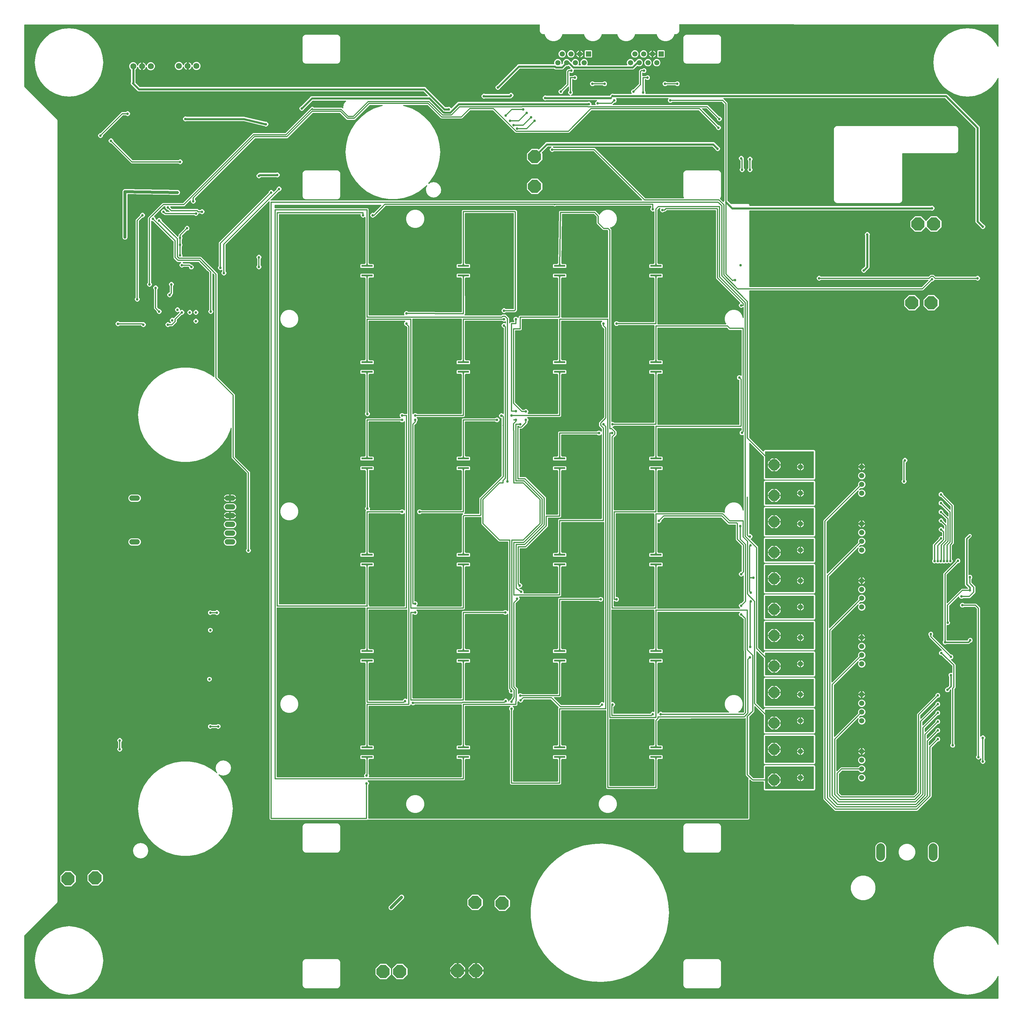
<source format=gbr>
G04 EAGLE Gerber X2 export*
%TF.Part,Single*%
%TF.FileFunction,Copper,L2,Bot,Mixed*%
%TF.FilePolarity,Positive*%
%TF.GenerationSoftware,Autodesk,EAGLE,9.0.1*%
%TF.CreationDate,2018-05-30T13:43:05Z*%
G75*
%MOMM*%
%FSLAX34Y34*%
%LPD*%
%AMOC8*
5,1,8,0,0,1.08239X$1,22.5*%
G01*
%ADD10C,2.540000*%
%ADD11R,1.508000X1.508000*%
%ADD12C,1.508000*%
%ADD13C,1.750000*%
%ADD14C,1.524000*%
%ADD15P,3.436588X8X22.500000*%
%ADD16R,3.300000X0.500000*%
%ADD17R,3.300000X1.300000*%
%ADD18R,0.500000X0.450000*%
%ADD19P,4.123906X8X22.500000*%
%ADD20P,4.123906X8X202.500000*%
%ADD21C,0.756400*%
%ADD22R,0.956400X0.956400*%
%ADD23C,0.609600*%
%ADD24C,0.304800*%
%ADD25C,0.406400*%
%ADD26C,0.812800*%

G36*
X2835682Y10164D02*
X2835682Y10164D01*
X2835708Y10162D01*
X2835855Y10184D01*
X2836002Y10201D01*
X2836027Y10209D01*
X2836053Y10213D01*
X2836191Y10268D01*
X2836330Y10318D01*
X2836352Y10332D01*
X2836377Y10342D01*
X2836498Y10427D01*
X2836623Y10507D01*
X2836641Y10526D01*
X2836663Y10541D01*
X2836762Y10651D01*
X2836865Y10758D01*
X2836879Y10780D01*
X2836896Y10800D01*
X2836968Y10930D01*
X2837044Y11057D01*
X2837052Y11082D01*
X2837065Y11105D01*
X2837105Y11248D01*
X2837150Y11389D01*
X2837152Y11415D01*
X2837160Y11440D01*
X2837179Y11684D01*
X2837179Y74389D01*
X2837162Y74538D01*
X2837150Y74688D01*
X2837142Y74711D01*
X2837139Y74736D01*
X2837089Y74877D01*
X2837043Y75019D01*
X2837030Y75040D01*
X2837022Y75064D01*
X2836940Y75190D01*
X2836863Y75318D01*
X2836846Y75336D01*
X2836833Y75357D01*
X2836725Y75461D01*
X2836621Y75568D01*
X2836600Y75582D01*
X2836582Y75599D01*
X2836454Y75676D01*
X2836328Y75757D01*
X2836304Y75765D01*
X2836283Y75778D01*
X2836141Y75823D01*
X2835999Y75874D01*
X2835975Y75876D01*
X2835951Y75884D01*
X2835802Y75896D01*
X2835653Y75913D01*
X2835628Y75910D01*
X2835604Y75912D01*
X2835456Y75890D01*
X2835307Y75872D01*
X2835284Y75864D01*
X2835259Y75860D01*
X2835120Y75805D01*
X2834979Y75754D01*
X2834958Y75741D01*
X2834935Y75731D01*
X2834812Y75646D01*
X2834687Y75564D01*
X2834669Y75547D01*
X2834649Y75532D01*
X2834549Y75422D01*
X2834445Y75313D01*
X2834429Y75288D01*
X2834416Y75274D01*
X2834393Y75232D01*
X2834313Y75108D01*
X2829414Y65943D01*
X2817080Y50914D01*
X2802051Y38580D01*
X2784905Y29415D01*
X2766300Y23771D01*
X2746951Y21866D01*
X2727603Y23771D01*
X2708998Y29415D01*
X2691852Y38580D01*
X2676823Y50914D01*
X2664489Y65943D01*
X2655324Y83089D01*
X2649680Y101694D01*
X2647775Y121043D01*
X2649680Y140391D01*
X2655324Y158996D01*
X2664489Y176142D01*
X2676823Y191171D01*
X2691852Y203505D01*
X2708998Y212670D01*
X2727603Y218314D01*
X2746951Y220220D01*
X2766300Y218314D01*
X2784905Y212670D01*
X2802051Y203505D01*
X2817080Y191171D01*
X2829414Y176142D01*
X2834313Y166978D01*
X2834398Y166855D01*
X2834479Y166729D01*
X2834497Y166712D01*
X2834511Y166691D01*
X2834622Y166591D01*
X2834730Y166487D01*
X2834751Y166474D01*
X2834769Y166457D01*
X2834900Y166385D01*
X2835029Y166308D01*
X2835052Y166300D01*
X2835074Y166288D01*
X2835218Y166247D01*
X2835361Y166202D01*
X2835385Y166200D01*
X2835409Y166193D01*
X2835559Y166186D01*
X2835708Y166174D01*
X2835733Y166177D01*
X2835757Y166176D01*
X2835905Y166203D01*
X2836053Y166225D01*
X2836076Y166234D01*
X2836100Y166239D01*
X2836238Y166299D01*
X2836377Y166354D01*
X2836397Y166368D01*
X2836420Y166378D01*
X2836540Y166468D01*
X2836663Y166553D01*
X2836679Y166571D01*
X2836699Y166586D01*
X2836796Y166701D01*
X2836896Y166812D01*
X2836908Y166833D01*
X2836924Y166852D01*
X2836992Y166986D01*
X2837065Y167117D01*
X2837072Y167141D01*
X2837083Y167163D01*
X2837119Y167308D01*
X2837160Y167452D01*
X2837162Y167482D01*
X2837167Y167501D01*
X2837167Y167548D01*
X2837179Y167696D01*
X2837179Y2680218D01*
X2837162Y2680367D01*
X2837150Y2680516D01*
X2837142Y2680540D01*
X2837139Y2680564D01*
X2837089Y2680705D01*
X2837043Y2680848D01*
X2837030Y2680869D01*
X2837022Y2680892D01*
X2836940Y2681018D01*
X2836863Y2681147D01*
X2836846Y2681164D01*
X2836833Y2681185D01*
X2836725Y2681289D01*
X2836621Y2681397D01*
X2836600Y2681410D01*
X2836582Y2681427D01*
X2836454Y2681504D01*
X2836328Y2681585D01*
X2836304Y2681593D01*
X2836283Y2681606D01*
X2836141Y2681652D01*
X2835999Y2681702D01*
X2835975Y2681705D01*
X2835951Y2681712D01*
X2835802Y2681724D01*
X2835653Y2681741D01*
X2835628Y2681738D01*
X2835604Y2681740D01*
X2835456Y2681718D01*
X2835307Y2681701D01*
X2835284Y2681692D01*
X2835259Y2681689D01*
X2835120Y2681633D01*
X2834979Y2681582D01*
X2834958Y2681569D01*
X2834935Y2681560D01*
X2834812Y2681474D01*
X2834687Y2681393D01*
X2834669Y2681375D01*
X2834649Y2681361D01*
X2834549Y2681250D01*
X2834445Y2681142D01*
X2834429Y2681117D01*
X2834416Y2681102D01*
X2834393Y2681061D01*
X2834313Y2680936D01*
X2829414Y2671772D01*
X2817080Y2656742D01*
X2802051Y2644408D01*
X2784905Y2635244D01*
X2766300Y2629600D01*
X2746951Y2627694D01*
X2727603Y2629600D01*
X2708998Y2635244D01*
X2691852Y2644409D01*
X2676823Y2656743D01*
X2664489Y2671771D01*
X2655324Y2688918D01*
X2649680Y2707523D01*
X2647775Y2726871D01*
X2649680Y2746220D01*
X2655324Y2764825D01*
X2664489Y2781971D01*
X2676823Y2797000D01*
X2691852Y2809334D01*
X2708998Y2818499D01*
X2727603Y2824143D01*
X2746951Y2826048D01*
X2766300Y2824143D01*
X2784905Y2818499D01*
X2802051Y2809334D01*
X2817080Y2797000D01*
X2829414Y2781971D01*
X2834313Y2772806D01*
X2834398Y2772683D01*
X2834479Y2772557D01*
X2834497Y2772540D01*
X2834511Y2772520D01*
X2834622Y2772419D01*
X2834730Y2772315D01*
X2834751Y2772302D01*
X2834769Y2772286D01*
X2834900Y2772213D01*
X2835029Y2772136D01*
X2835052Y2772129D01*
X2835074Y2772117D01*
X2835218Y2772076D01*
X2835361Y2772030D01*
X2835385Y2772028D01*
X2835409Y2772021D01*
X2835559Y2772014D01*
X2835708Y2772002D01*
X2835733Y2772006D01*
X2835757Y2772005D01*
X2835905Y2772032D01*
X2836053Y2772054D01*
X2836076Y2772063D01*
X2836100Y2772067D01*
X2836238Y2772127D01*
X2836377Y2772183D01*
X2836397Y2772197D01*
X2836420Y2772206D01*
X2836540Y2772296D01*
X2836663Y2772381D01*
X2836679Y2772400D01*
X2836699Y2772415D01*
X2836796Y2772529D01*
X2836896Y2772640D01*
X2836908Y2772662D01*
X2836924Y2772681D01*
X2836992Y2772814D01*
X2837065Y2772945D01*
X2837072Y2772969D01*
X2837083Y2772991D01*
X2837119Y2773136D01*
X2837160Y2773281D01*
X2837162Y2773311D01*
X2837167Y2773329D01*
X2837167Y2773377D01*
X2837179Y2773524D01*
X2837179Y2835656D01*
X2837176Y2835682D01*
X2837178Y2835708D01*
X2837156Y2835855D01*
X2837139Y2836002D01*
X2837131Y2836027D01*
X2837127Y2836053D01*
X2837072Y2836191D01*
X2837022Y2836330D01*
X2837008Y2836352D01*
X2836998Y2836377D01*
X2836913Y2836498D01*
X2836833Y2836623D01*
X2836814Y2836641D01*
X2836799Y2836663D01*
X2836689Y2836762D01*
X2836582Y2836865D01*
X2836560Y2836879D01*
X2836540Y2836896D01*
X2836410Y2836968D01*
X2836283Y2837044D01*
X2836258Y2837052D01*
X2836235Y2837065D01*
X2836092Y2837105D01*
X2835951Y2837150D01*
X2835925Y2837152D01*
X2835900Y2837160D01*
X2835656Y2837179D01*
X2249584Y2837179D01*
X2249583Y2837179D01*
X2249582Y2837179D01*
X2249550Y2837176D01*
X2247262Y2837179D01*
X2247261Y2837179D01*
X2247260Y2837179D01*
X2243106Y2837179D01*
X2243022Y2837186D01*
X1911697Y2837727D01*
X1911670Y2837724D01*
X1911642Y2837726D01*
X1911497Y2837705D01*
X1911351Y2837688D01*
X1911325Y2837679D01*
X1911298Y2837675D01*
X1911161Y2837620D01*
X1911023Y2837571D01*
X1910999Y2837556D01*
X1910974Y2837546D01*
X1910853Y2837462D01*
X1910729Y2837383D01*
X1910710Y2837363D01*
X1910688Y2837347D01*
X1910589Y2837238D01*
X1910487Y2837132D01*
X1910473Y2837109D01*
X1910454Y2837088D01*
X1910383Y2836960D01*
X1910308Y2836834D01*
X1910299Y2836807D01*
X1910286Y2836783D01*
X1910246Y2836642D01*
X1910201Y2836502D01*
X1910199Y2836474D01*
X1910191Y2836448D01*
X1910171Y2836204D01*
X1910171Y2817354D01*
X1908605Y2813574D01*
X1905712Y2810680D01*
X1901932Y2809114D01*
X1897350Y2809114D01*
X1897349Y2809114D01*
X1897347Y2809114D01*
X1897176Y2809094D01*
X1897004Y2809074D01*
X1897003Y2809074D01*
X1897001Y2809074D01*
X1896842Y2809016D01*
X1896676Y2808957D01*
X1896675Y2808956D01*
X1896673Y2808956D01*
X1896530Y2808863D01*
X1896383Y2808768D01*
X1896382Y2808767D01*
X1896381Y2808766D01*
X1896264Y2808644D01*
X1896141Y2808517D01*
X1896140Y2808516D01*
X1896139Y2808515D01*
X1896052Y2808369D01*
X1895962Y2808218D01*
X1895962Y2808217D01*
X1895961Y2808216D01*
X1895879Y2807985D01*
X1894986Y2804654D01*
X1891542Y2798689D01*
X1886672Y2793818D01*
X1880706Y2790374D01*
X1874053Y2788591D01*
X1867164Y2788591D01*
X1860511Y2790374D01*
X1854545Y2793818D01*
X1849675Y2798689D01*
X1846230Y2804654D01*
X1845338Y2807985D01*
X1845337Y2807986D01*
X1845337Y2807988D01*
X1845272Y2808151D01*
X1845210Y2808309D01*
X1845209Y2808310D01*
X1845208Y2808312D01*
X1845108Y2808457D01*
X1845011Y2808596D01*
X1845010Y2808597D01*
X1845010Y2808598D01*
X1844880Y2808715D01*
X1844753Y2808830D01*
X1844752Y2808830D01*
X1844751Y2808831D01*
X1844597Y2808916D01*
X1844448Y2808999D01*
X1844447Y2808999D01*
X1844446Y2809000D01*
X1844280Y2809047D01*
X1844113Y2809094D01*
X1844112Y2809094D01*
X1844110Y2809095D01*
X1843867Y2809114D01*
X1783050Y2809114D01*
X1783049Y2809114D01*
X1783047Y2809114D01*
X1782876Y2809094D01*
X1782704Y2809074D01*
X1782703Y2809074D01*
X1782701Y2809074D01*
X1782542Y2809016D01*
X1782376Y2808957D01*
X1782375Y2808956D01*
X1782373Y2808956D01*
X1782230Y2808863D01*
X1782083Y2808768D01*
X1782082Y2808767D01*
X1782081Y2808766D01*
X1781964Y2808644D01*
X1781841Y2808517D01*
X1781840Y2808516D01*
X1781839Y2808515D01*
X1781752Y2808369D01*
X1781662Y2808218D01*
X1781662Y2808217D01*
X1781661Y2808216D01*
X1781579Y2807985D01*
X1780686Y2804654D01*
X1777242Y2798689D01*
X1772372Y2793818D01*
X1766406Y2790374D01*
X1759753Y2788591D01*
X1752864Y2788591D01*
X1746211Y2790374D01*
X1740245Y2793818D01*
X1735375Y2798689D01*
X1731930Y2804654D01*
X1731038Y2807985D01*
X1731037Y2807986D01*
X1731037Y2807988D01*
X1730972Y2808151D01*
X1730910Y2808309D01*
X1730909Y2808310D01*
X1730908Y2808312D01*
X1730808Y2808457D01*
X1730711Y2808596D01*
X1730710Y2808597D01*
X1730710Y2808598D01*
X1730580Y2808715D01*
X1730453Y2808830D01*
X1730452Y2808830D01*
X1730451Y2808831D01*
X1730297Y2808916D01*
X1730148Y2808999D01*
X1730147Y2808999D01*
X1730146Y2809000D01*
X1729980Y2809047D01*
X1729813Y2809094D01*
X1729812Y2809094D01*
X1729810Y2809095D01*
X1729567Y2809114D01*
X1686530Y2809114D01*
X1686529Y2809114D01*
X1686527Y2809114D01*
X1686356Y2809094D01*
X1686184Y2809074D01*
X1686183Y2809074D01*
X1686181Y2809074D01*
X1686022Y2809016D01*
X1685856Y2808957D01*
X1685855Y2808956D01*
X1685853Y2808956D01*
X1685710Y2808863D01*
X1685563Y2808768D01*
X1685562Y2808767D01*
X1685561Y2808766D01*
X1685444Y2808644D01*
X1685321Y2808517D01*
X1685320Y2808516D01*
X1685319Y2808515D01*
X1685232Y2808369D01*
X1685142Y2808218D01*
X1685142Y2808217D01*
X1685141Y2808216D01*
X1685059Y2807985D01*
X1684166Y2804654D01*
X1680722Y2798689D01*
X1675852Y2793818D01*
X1669886Y2790374D01*
X1663233Y2788591D01*
X1656344Y2788591D01*
X1649691Y2790374D01*
X1643725Y2793818D01*
X1638855Y2798689D01*
X1635410Y2804654D01*
X1634518Y2807985D01*
X1634517Y2807986D01*
X1634517Y2807988D01*
X1634452Y2808151D01*
X1634390Y2808309D01*
X1634389Y2808310D01*
X1634388Y2808312D01*
X1634288Y2808457D01*
X1634191Y2808596D01*
X1634190Y2808597D01*
X1634190Y2808598D01*
X1634060Y2808715D01*
X1633933Y2808830D01*
X1633932Y2808830D01*
X1633931Y2808831D01*
X1633777Y2808916D01*
X1633628Y2808999D01*
X1633627Y2808999D01*
X1633626Y2809000D01*
X1633460Y2809047D01*
X1633293Y2809094D01*
X1633292Y2809094D01*
X1633290Y2809095D01*
X1633047Y2809114D01*
X1572230Y2809114D01*
X1572229Y2809114D01*
X1572227Y2809114D01*
X1572056Y2809094D01*
X1571884Y2809074D01*
X1571883Y2809074D01*
X1571881Y2809074D01*
X1571722Y2809016D01*
X1571556Y2808957D01*
X1571555Y2808956D01*
X1571553Y2808956D01*
X1571410Y2808863D01*
X1571263Y2808768D01*
X1571262Y2808767D01*
X1571261Y2808766D01*
X1571144Y2808644D01*
X1571021Y2808517D01*
X1571020Y2808516D01*
X1571019Y2808515D01*
X1570932Y2808369D01*
X1570842Y2808218D01*
X1570842Y2808217D01*
X1570841Y2808216D01*
X1570759Y2807985D01*
X1569866Y2804654D01*
X1566422Y2798689D01*
X1561552Y2793818D01*
X1555586Y2790374D01*
X1548933Y2788591D01*
X1542044Y2788591D01*
X1535391Y2790374D01*
X1529425Y2793818D01*
X1524555Y2798689D01*
X1521110Y2804654D01*
X1520218Y2807985D01*
X1520217Y2807986D01*
X1520217Y2807988D01*
X1520152Y2808151D01*
X1520090Y2808309D01*
X1520089Y2808310D01*
X1520088Y2808312D01*
X1519988Y2808457D01*
X1519891Y2808596D01*
X1519890Y2808597D01*
X1519890Y2808598D01*
X1519760Y2808715D01*
X1519633Y2808830D01*
X1519632Y2808830D01*
X1519631Y2808831D01*
X1519477Y2808916D01*
X1519328Y2808999D01*
X1519327Y2808999D01*
X1519326Y2809000D01*
X1519160Y2809047D01*
X1518993Y2809094D01*
X1518992Y2809094D01*
X1518990Y2809095D01*
X1518747Y2809114D01*
X1514181Y2809114D01*
X1510400Y2810680D01*
X1507507Y2813574D01*
X1505941Y2817354D01*
X1505941Y2835656D01*
X1505938Y2835682D01*
X1505940Y2835708D01*
X1505918Y2835855D01*
X1505901Y2836002D01*
X1505892Y2836027D01*
X1505889Y2836053D01*
X1505834Y2836191D01*
X1505784Y2836330D01*
X1505770Y2836352D01*
X1505760Y2836377D01*
X1505675Y2836498D01*
X1505595Y2836623D01*
X1505576Y2836641D01*
X1505561Y2836663D01*
X1505451Y2836762D01*
X1505344Y2836865D01*
X1505322Y2836879D01*
X1505302Y2836896D01*
X1505172Y2836968D01*
X1505045Y2837044D01*
X1505020Y2837052D01*
X1504997Y2837065D01*
X1504854Y2837105D01*
X1504713Y2837150D01*
X1504687Y2837152D01*
X1504662Y2837160D01*
X1504418Y2837179D01*
X11684Y2837179D01*
X11658Y2837176D01*
X11632Y2837178D01*
X11485Y2837156D01*
X11338Y2837139D01*
X11313Y2837131D01*
X11287Y2837127D01*
X11149Y2837072D01*
X11010Y2837022D01*
X10988Y2837008D01*
X10963Y2836998D01*
X10842Y2836913D01*
X10717Y2836833D01*
X10699Y2836814D01*
X10677Y2836799D01*
X10578Y2836689D01*
X10475Y2836582D01*
X10461Y2836560D01*
X10444Y2836540D01*
X10372Y2836410D01*
X10296Y2836283D01*
X10288Y2836258D01*
X10275Y2836235D01*
X10235Y2836092D01*
X10190Y2835951D01*
X10188Y2835925D01*
X10180Y2835900D01*
X10161Y2835656D01*
X10161Y2656600D01*
X10175Y2656474D01*
X10182Y2656348D01*
X10195Y2656301D01*
X10201Y2656253D01*
X10243Y2656134D01*
X10278Y2656013D01*
X10302Y2655971D01*
X10318Y2655925D01*
X10387Y2655819D01*
X10448Y2655709D01*
X10488Y2655663D01*
X10507Y2655633D01*
X10542Y2655599D01*
X10607Y2655523D01*
X105134Y2560996D01*
X106681Y2557261D01*
X106681Y292619D01*
X105134Y288884D01*
X10607Y194357D01*
X10528Y194258D01*
X10444Y194165D01*
X10420Y194122D01*
X10390Y194084D01*
X10336Y193970D01*
X10275Y193860D01*
X10262Y193813D01*
X10241Y193769D01*
X10215Y193646D01*
X10180Y193524D01*
X10175Y193463D01*
X10168Y193429D01*
X10169Y193381D01*
X10161Y193280D01*
X10161Y11684D01*
X10164Y11658D01*
X10162Y11632D01*
X10184Y11485D01*
X10201Y11338D01*
X10209Y11313D01*
X10213Y11287D01*
X10268Y11149D01*
X10318Y11010D01*
X10332Y10988D01*
X10342Y10963D01*
X10427Y10842D01*
X10507Y10717D01*
X10526Y10699D01*
X10541Y10677D01*
X10651Y10578D01*
X10758Y10475D01*
X10780Y10461D01*
X10800Y10444D01*
X10930Y10372D01*
X11057Y10296D01*
X11082Y10288D01*
X11105Y10275D01*
X11248Y10235D01*
X11389Y10190D01*
X11415Y10188D01*
X11440Y10180D01*
X11684Y10161D01*
X2835656Y10161D01*
X2835682Y10164D01*
G37*
%LPC*%
G36*
X725530Y528827D02*
X725530Y528827D01*
X723850Y529523D01*
X722563Y530810D01*
X721867Y532490D01*
X721867Y2322083D01*
X721856Y2322183D01*
X721854Y2322283D01*
X721836Y2322355D01*
X721827Y2322429D01*
X721794Y2322524D01*
X721769Y2322621D01*
X721735Y2322687D01*
X721710Y2322757D01*
X721655Y2322842D01*
X721609Y2322931D01*
X721561Y2322988D01*
X721521Y2323050D01*
X721449Y2323120D01*
X721384Y2323196D01*
X721324Y2323241D01*
X721270Y2323292D01*
X721184Y2323344D01*
X721103Y2323404D01*
X721035Y2323433D01*
X720971Y2323471D01*
X720875Y2323502D01*
X720783Y2323542D01*
X720710Y2323555D01*
X720639Y2323577D01*
X720539Y2323585D01*
X720440Y2323603D01*
X720366Y2323599D01*
X720292Y2323605D01*
X720192Y2323590D01*
X720092Y2323585D01*
X720021Y2323565D01*
X719947Y2323554D01*
X719854Y2323517D01*
X719757Y2323489D01*
X719692Y2323452D01*
X719623Y2323425D01*
X719541Y2323368D01*
X719453Y2323319D01*
X719377Y2323253D01*
X719337Y2323226D01*
X719313Y2323200D01*
X719267Y2323160D01*
X594299Y2198192D01*
X594220Y2198093D01*
X594136Y2197999D01*
X594112Y2197957D01*
X594082Y2197919D01*
X594028Y2197805D01*
X593967Y2197694D01*
X593954Y2197648D01*
X593933Y2197604D01*
X593907Y2197481D01*
X593872Y2197359D01*
X593867Y2197298D01*
X593860Y2197263D01*
X593861Y2197215D01*
X593853Y2197115D01*
X593853Y2121538D01*
X593867Y2121413D01*
X593874Y2121287D01*
X593887Y2121240D01*
X593893Y2121192D01*
X593935Y2121073D01*
X593970Y2120952D01*
X593994Y2120910D01*
X594010Y2120864D01*
X594079Y2120758D01*
X594140Y2120648D01*
X594180Y2120601D01*
X594199Y2120571D01*
X594234Y2120538D01*
X594299Y2120461D01*
X595071Y2119689D01*
X596111Y2117179D01*
X596111Y2114461D01*
X595071Y2111951D01*
X593149Y2110029D01*
X590639Y2108989D01*
X587921Y2108989D01*
X585411Y2110029D01*
X583489Y2111951D01*
X582449Y2114461D01*
X582449Y2117179D01*
X583489Y2119689D01*
X584261Y2120461D01*
X584340Y2120560D01*
X584424Y2120654D01*
X584448Y2120696D01*
X584478Y2120734D01*
X584532Y2120848D01*
X584593Y2120959D01*
X584606Y2121006D01*
X584627Y2121049D01*
X584653Y2121173D01*
X584688Y2121295D01*
X584693Y2121355D01*
X584700Y2121390D01*
X584699Y2121438D01*
X584707Y2121538D01*
X584707Y2123701D01*
X584690Y2123850D01*
X584678Y2124000D01*
X584670Y2124023D01*
X584667Y2124047D01*
X584617Y2124189D01*
X584571Y2124332D01*
X584558Y2124353D01*
X584550Y2124375D01*
X584468Y2124502D01*
X584391Y2124631D01*
X584374Y2124648D01*
X584361Y2124668D01*
X584252Y2124773D01*
X584148Y2124880D01*
X584128Y2124893D01*
X584110Y2124910D01*
X583981Y2124988D01*
X583855Y2125069D01*
X583832Y2125077D01*
X583811Y2125089D01*
X583668Y2125135D01*
X583526Y2125185D01*
X583502Y2125188D01*
X583479Y2125195D01*
X583330Y2125207D01*
X583180Y2125224D01*
X583156Y2125221D01*
X583132Y2125223D01*
X582984Y2125201D01*
X582834Y2125184D01*
X582806Y2125175D01*
X582787Y2125172D01*
X582744Y2125154D01*
X582601Y2125108D01*
X580479Y2124229D01*
X577761Y2124229D01*
X575251Y2125269D01*
X573329Y2127191D01*
X572289Y2129701D01*
X572289Y2132419D01*
X573329Y2134929D01*
X574101Y2135701D01*
X574180Y2135800D01*
X574264Y2135894D01*
X574288Y2135936D01*
X574318Y2135974D01*
X574372Y2136088D01*
X574433Y2136199D01*
X574446Y2136246D01*
X574467Y2136289D01*
X574493Y2136413D01*
X574528Y2136535D01*
X574533Y2136595D01*
X574540Y2136630D01*
X574539Y2136678D01*
X574547Y2136778D01*
X574547Y2203090D01*
X575243Y2204770D01*
X719163Y2348690D01*
X719242Y2348789D01*
X719326Y2348883D01*
X719350Y2348925D01*
X719380Y2348963D01*
X719434Y2349077D01*
X719495Y2349188D01*
X719508Y2349234D01*
X719529Y2349278D01*
X719555Y2349401D01*
X719590Y2349523D01*
X719595Y2349584D01*
X719602Y2349619D01*
X719601Y2349667D01*
X719609Y2349767D01*
X719609Y2350859D01*
X720649Y2353369D01*
X722571Y2355291D01*
X725081Y2356331D01*
X727799Y2356331D01*
X730309Y2355291D01*
X732231Y2353369D01*
X732621Y2352427D01*
X732694Y2352295D01*
X732763Y2352162D01*
X732779Y2352143D01*
X732791Y2352122D01*
X732892Y2352011D01*
X732989Y2351896D01*
X733008Y2351882D01*
X733025Y2351864D01*
X733148Y2351778D01*
X733269Y2351689D01*
X733292Y2351679D01*
X733311Y2351666D01*
X733451Y2351611D01*
X733589Y2351551D01*
X733613Y2351547D01*
X733636Y2351538D01*
X733784Y2351516D01*
X733932Y2351489D01*
X733956Y2351491D01*
X733980Y2351487D01*
X734131Y2351500D01*
X734280Y2351507D01*
X734304Y2351514D01*
X734328Y2351516D01*
X734471Y2351562D01*
X734615Y2351604D01*
X734636Y2351616D01*
X734659Y2351623D01*
X734788Y2351701D01*
X734919Y2351774D01*
X734942Y2351793D01*
X734958Y2351803D01*
X734992Y2351836D01*
X735106Y2351932D01*
X742023Y2358850D01*
X742102Y2358949D01*
X742186Y2359043D01*
X742210Y2359085D01*
X742240Y2359123D01*
X742294Y2359237D01*
X742355Y2359348D01*
X742368Y2359394D01*
X742389Y2359438D01*
X742415Y2359561D01*
X742450Y2359683D01*
X742455Y2359744D01*
X742462Y2359779D01*
X742461Y2359827D01*
X742469Y2359927D01*
X742469Y2361019D01*
X743509Y2363529D01*
X745431Y2365451D01*
X747941Y2366491D01*
X750659Y2366491D01*
X753169Y2365451D01*
X755091Y2363529D01*
X756131Y2361019D01*
X756131Y2358301D01*
X755091Y2355791D01*
X753169Y2353869D01*
X750659Y2352829D01*
X749567Y2352829D01*
X749441Y2352815D01*
X749315Y2352808D01*
X749269Y2352795D01*
X749221Y2352789D01*
X749102Y2352747D01*
X748980Y2352712D01*
X748938Y2352688D01*
X748893Y2352672D01*
X748786Y2352603D01*
X748676Y2352542D01*
X748630Y2352502D01*
X748600Y2352483D01*
X748566Y2352448D01*
X748490Y2352383D01*
X724840Y2328733D01*
X724778Y2328655D01*
X724708Y2328582D01*
X724669Y2328518D01*
X724623Y2328460D01*
X724580Y2328369D01*
X724529Y2328283D01*
X724506Y2328212D01*
X724474Y2328145D01*
X724453Y2328047D01*
X724423Y2327951D01*
X724417Y2327877D01*
X724401Y2327804D01*
X724403Y2327704D01*
X724395Y2327604D01*
X724406Y2327530D01*
X724407Y2327456D01*
X724431Y2327359D01*
X724446Y2327259D01*
X724474Y2327190D01*
X724492Y2327118D01*
X724538Y2327028D01*
X724575Y2326935D01*
X724617Y2326874D01*
X724652Y2326808D01*
X724717Y2326731D01*
X724774Y2326649D01*
X724829Y2326599D01*
X724877Y2326543D01*
X724958Y2326483D01*
X725033Y2326416D01*
X725098Y2326380D01*
X725158Y2326335D01*
X725250Y2326296D01*
X725338Y2326247D01*
X725409Y2326227D01*
X725478Y2326197D01*
X725576Y2326180D01*
X725673Y2326152D01*
X725773Y2326144D01*
X725821Y2326136D01*
X725856Y2326138D01*
X725917Y2326133D01*
X1801383Y2326133D01*
X1801483Y2326144D01*
X1801583Y2326146D01*
X1801655Y2326164D01*
X1801729Y2326173D01*
X1801824Y2326206D01*
X1801921Y2326231D01*
X1801987Y2326265D01*
X1802057Y2326290D01*
X1802142Y2326345D01*
X1802231Y2326391D01*
X1802288Y2326439D01*
X1802350Y2326479D01*
X1802420Y2326551D01*
X1802496Y2326616D01*
X1802541Y2326676D01*
X1802592Y2326730D01*
X1802644Y2326816D01*
X1802704Y2326897D01*
X1802733Y2326965D01*
X1802771Y2327029D01*
X1802802Y2327125D01*
X1802842Y2327217D01*
X1802855Y2327290D01*
X1802877Y2327361D01*
X1802885Y2327461D01*
X1802903Y2327560D01*
X1802899Y2327634D01*
X1802905Y2327708D01*
X1802890Y2327808D01*
X1802885Y2327908D01*
X1802865Y2327979D01*
X1802854Y2328053D01*
X1802817Y2328146D01*
X1802789Y2328243D01*
X1802752Y2328308D01*
X1802725Y2328377D01*
X1802668Y2328459D01*
X1802619Y2328547D01*
X1802553Y2328623D01*
X1802526Y2328663D01*
X1802500Y2328687D01*
X1802460Y2328733D01*
X1662252Y2468941D01*
X1662153Y2469020D01*
X1662059Y2469104D01*
X1662017Y2469128D01*
X1661979Y2469158D01*
X1661865Y2469212D01*
X1661754Y2469273D01*
X1661708Y2469286D01*
X1661664Y2469307D01*
X1661541Y2469333D01*
X1661419Y2469368D01*
X1661358Y2469373D01*
X1661323Y2469380D01*
X1661275Y2469379D01*
X1661175Y2469387D01*
X1547498Y2469387D01*
X1547373Y2469373D01*
X1547247Y2469366D01*
X1547200Y2469353D01*
X1547152Y2469347D01*
X1547033Y2469305D01*
X1546912Y2469270D01*
X1546870Y2469246D01*
X1546824Y2469230D01*
X1546718Y2469161D01*
X1546608Y2469100D01*
X1546561Y2469060D01*
X1546531Y2469041D01*
X1546498Y2469006D01*
X1546421Y2468941D01*
X1545649Y2468169D01*
X1543139Y2467129D01*
X1540421Y2467129D01*
X1537911Y2468169D01*
X1535989Y2470091D01*
X1534949Y2472601D01*
X1534949Y2475319D01*
X1535989Y2477829D01*
X1537911Y2479751D01*
X1538929Y2480173D01*
X1538973Y2480197D01*
X1539021Y2480214D01*
X1539125Y2480282D01*
X1539234Y2480342D01*
X1539271Y2480376D01*
X1539313Y2480403D01*
X1539400Y2480493D01*
X1539492Y2480576D01*
X1539521Y2480617D01*
X1539556Y2480654D01*
X1539620Y2480761D01*
X1539690Y2480863D01*
X1539709Y2480910D01*
X1539735Y2480953D01*
X1539772Y2481071D01*
X1539818Y2481187D01*
X1539825Y2481237D01*
X1539841Y2481285D01*
X1539851Y2481409D01*
X1539869Y2481532D01*
X1539865Y2481582D01*
X1539869Y2481632D01*
X1539850Y2481755D01*
X1539840Y2481879D01*
X1539824Y2481927D01*
X1539817Y2481977D01*
X1539771Y2482093D01*
X1539733Y2482211D01*
X1539707Y2482254D01*
X1539688Y2482301D01*
X1539617Y2482403D01*
X1539553Y2482509D01*
X1539518Y2482546D01*
X1539489Y2482587D01*
X1539397Y2482670D01*
X1539310Y2482759D01*
X1539268Y2482787D01*
X1539231Y2482820D01*
X1539122Y2482880D01*
X1539017Y2482948D01*
X1538970Y2482965D01*
X1538926Y2482989D01*
X1538806Y2483023D01*
X1538689Y2483064D01*
X1538639Y2483070D01*
X1538590Y2483084D01*
X1538346Y2483103D01*
X1529696Y2483103D01*
X1529571Y2483089D01*
X1529445Y2483082D01*
X1529398Y2483069D01*
X1529350Y2483063D01*
X1529231Y2483021D01*
X1529110Y2482986D01*
X1529068Y2482962D01*
X1529022Y2482946D01*
X1528916Y2482877D01*
X1528806Y2482816D01*
X1528759Y2482776D01*
X1528729Y2482757D01*
X1528696Y2482722D01*
X1528619Y2482657D01*
X1511994Y2466032D01*
X1511978Y2466012D01*
X1511958Y2465995D01*
X1511870Y2465875D01*
X1511778Y2465759D01*
X1511766Y2465736D01*
X1511751Y2465714D01*
X1511692Y2465578D01*
X1511629Y2465444D01*
X1511623Y2465418D01*
X1511613Y2465394D01*
X1511587Y2465248D01*
X1511555Y2465103D01*
X1511556Y2465077D01*
X1511551Y2465051D01*
X1511559Y2464903D01*
X1511561Y2464755D01*
X1511568Y2464730D01*
X1511569Y2464703D01*
X1511610Y2464561D01*
X1511646Y2464417D01*
X1511658Y2464394D01*
X1511666Y2464368D01*
X1511738Y2464238D01*
X1511806Y2464107D01*
X1511823Y2464087D01*
X1511836Y2464064D01*
X1511994Y2463878D01*
X1513079Y2462794D01*
X1513079Y2444486D01*
X1500134Y2431541D01*
X1481826Y2431541D01*
X1468881Y2444486D01*
X1468881Y2462794D01*
X1481826Y2475739D01*
X1500134Y2475739D01*
X1501218Y2474654D01*
X1501239Y2474638D01*
X1501256Y2474618D01*
X1501375Y2474530D01*
X1501491Y2474438D01*
X1501515Y2474426D01*
X1501536Y2474411D01*
X1501672Y2474352D01*
X1501806Y2474289D01*
X1501832Y2474283D01*
X1501856Y2474273D01*
X1502002Y2474247D01*
X1502147Y2474215D01*
X1502173Y2474216D01*
X1502199Y2474211D01*
X1502347Y2474219D01*
X1502495Y2474221D01*
X1502521Y2474228D01*
X1502547Y2474229D01*
X1502689Y2474270D01*
X1502833Y2474306D01*
X1502857Y2474318D01*
X1502882Y2474326D01*
X1503011Y2474398D01*
X1503143Y2474466D01*
X1503163Y2474483D01*
X1503186Y2474496D01*
X1503372Y2474654D01*
X1521157Y2492439D01*
X1523086Y2494369D01*
X1525327Y2495297D01*
X2010353Y2495297D01*
X2012594Y2494369D01*
X2023723Y2483239D01*
X2023725Y2483238D01*
X2023726Y2483236D01*
X2023865Y2483126D01*
X2023996Y2483022D01*
X2023998Y2483022D01*
X2023999Y2483020D01*
X2024217Y2482909D01*
X2025709Y2482291D01*
X2027631Y2480369D01*
X2028671Y2477859D01*
X2028671Y2475141D01*
X2027631Y2472631D01*
X2025709Y2470709D01*
X2023199Y2469669D01*
X2020481Y2469669D01*
X2017971Y2470709D01*
X2016049Y2472631D01*
X2015431Y2474123D01*
X2015430Y2474125D01*
X2015430Y2474127D01*
X2015348Y2474273D01*
X2015262Y2474427D01*
X2015260Y2474429D01*
X2015259Y2474431D01*
X2015101Y2474617D01*
X2007061Y2482657D01*
X2006962Y2482736D01*
X2006868Y2482820D01*
X2006826Y2482844D01*
X2006788Y2482874D01*
X2006674Y2482928D01*
X2006563Y2482989D01*
X2006516Y2483002D01*
X2006473Y2483023D01*
X2006349Y2483049D01*
X2006227Y2483084D01*
X2006167Y2483089D01*
X2006132Y2483096D01*
X2006084Y2483095D01*
X2005984Y2483103D01*
X1545214Y2483103D01*
X1545164Y2483098D01*
X1545113Y2483100D01*
X1544991Y2483078D01*
X1544867Y2483063D01*
X1544820Y2483046D01*
X1544770Y2483037D01*
X1544657Y2482988D01*
X1544539Y2482946D01*
X1544497Y2482919D01*
X1544451Y2482898D01*
X1544351Y2482824D01*
X1544247Y2482757D01*
X1544212Y2482721D01*
X1544171Y2482691D01*
X1544091Y2482596D01*
X1544004Y2482506D01*
X1543978Y2482463D01*
X1543946Y2482425D01*
X1543889Y2482314D01*
X1543825Y2482207D01*
X1543810Y2482159D01*
X1543787Y2482114D01*
X1543757Y2481994D01*
X1543719Y2481875D01*
X1543715Y2481825D01*
X1543703Y2481776D01*
X1543701Y2481652D01*
X1543691Y2481528D01*
X1543699Y2481478D01*
X1543698Y2481428D01*
X1543725Y2481306D01*
X1543743Y2481183D01*
X1543762Y2481136D01*
X1543772Y2481087D01*
X1543826Y2480975D01*
X1543872Y2480859D01*
X1543900Y2480818D01*
X1543922Y2480772D01*
X1544000Y2480675D01*
X1544071Y2480573D01*
X1544108Y2480539D01*
X1544139Y2480500D01*
X1544237Y2480423D01*
X1544329Y2480340D01*
X1544374Y2480315D01*
X1544413Y2480284D01*
X1544631Y2480173D01*
X1545649Y2479751D01*
X1546421Y2478979D01*
X1546520Y2478900D01*
X1546614Y2478816D01*
X1546656Y2478792D01*
X1546694Y2478762D01*
X1546808Y2478708D01*
X1546919Y2478647D01*
X1546966Y2478634D01*
X1547009Y2478613D01*
X1547133Y2478587D01*
X1547255Y2478552D01*
X1547315Y2478547D01*
X1547350Y2478540D01*
X1547398Y2478541D01*
X1547498Y2478533D01*
X1664610Y2478533D01*
X1666290Y2477837D01*
X1811452Y2332675D01*
X1811551Y2332596D01*
X1811645Y2332512D01*
X1811687Y2332488D01*
X1811725Y2332458D01*
X1811839Y2332404D01*
X1811950Y2332343D01*
X1811996Y2332330D01*
X1812040Y2332309D01*
X1812163Y2332283D01*
X1812285Y2332248D01*
X1812346Y2332243D01*
X1812381Y2332236D01*
X1812429Y2332237D01*
X1812529Y2332229D01*
X1922399Y2332229D01*
X1922548Y2332246D01*
X1922698Y2332258D01*
X1922721Y2332266D01*
X1922745Y2332269D01*
X1922886Y2332319D01*
X1923030Y2332365D01*
X1923050Y2332378D01*
X1923073Y2332386D01*
X1923200Y2332468D01*
X1923328Y2332545D01*
X1923346Y2332562D01*
X1923366Y2332575D01*
X1923471Y2332683D01*
X1923578Y2332788D01*
X1923591Y2332808D01*
X1923608Y2332826D01*
X1923685Y2332955D01*
X1923767Y2333081D01*
X1923775Y2333104D01*
X1923787Y2333125D01*
X1923833Y2333268D01*
X1923883Y2333410D01*
X1923886Y2333434D01*
X1923893Y2333457D01*
X1923905Y2333606D01*
X1923922Y2333756D01*
X1923919Y2333780D01*
X1923921Y2333804D01*
X1923899Y2333953D01*
X1923881Y2334102D01*
X1923872Y2334130D01*
X1923870Y2334149D01*
X1923852Y2334193D01*
X1923806Y2334335D01*
X1922345Y2337861D01*
X1922345Y2405453D01*
X1923911Y2409234D01*
X1926805Y2412127D01*
X1930585Y2413693D01*
X2023577Y2413693D01*
X2027358Y2412127D01*
X2030251Y2409234D01*
X2031817Y2405453D01*
X2031817Y2337861D01*
X2030251Y2334081D01*
X2028907Y2332737D01*
X2028890Y2332716D01*
X2028870Y2332699D01*
X2028782Y2332580D01*
X2028690Y2332464D01*
X2028679Y2332440D01*
X2028663Y2332419D01*
X2028604Y2332283D01*
X2028541Y2332148D01*
X2028536Y2332123D01*
X2028525Y2332099D01*
X2028499Y2331953D01*
X2028468Y2331808D01*
X2028468Y2331782D01*
X2028463Y2331756D01*
X2028471Y2331607D01*
X2028474Y2331459D01*
X2028480Y2331434D01*
X2028481Y2331408D01*
X2028522Y2331265D01*
X2028559Y2331121D01*
X2028571Y2331098D01*
X2028578Y2331073D01*
X2028650Y2330943D01*
X2028718Y2330812D01*
X2028735Y2330792D01*
X2028748Y2330769D01*
X2028907Y2330582D01*
X2037337Y2322152D01*
X2037454Y2322059D01*
X2037569Y2321962D01*
X2037591Y2321951D01*
X2037610Y2321936D01*
X2037745Y2321872D01*
X2037879Y2321803D01*
X2037903Y2321797D01*
X2037925Y2321787D01*
X2038071Y2321755D01*
X2038218Y2321719D01*
X2038242Y2321719D01*
X2038265Y2321713D01*
X2038415Y2321716D01*
X2038566Y2321714D01*
X2038590Y2321719D01*
X2038614Y2321719D01*
X2038760Y2321756D01*
X2038907Y2321788D01*
X2038928Y2321799D01*
X2038952Y2321804D01*
X2039086Y2321874D01*
X2039221Y2321938D01*
X2039240Y2321953D01*
X2039262Y2321964D01*
X2039376Y2322062D01*
X2039494Y2322155D01*
X2039509Y2322174D01*
X2039527Y2322190D01*
X2039617Y2322311D01*
X2039710Y2322429D01*
X2039723Y2322455D01*
X2039734Y2322470D01*
X2039753Y2322514D01*
X2039821Y2322647D01*
X2040801Y2325014D01*
X2040951Y2325163D01*
X2041030Y2325262D01*
X2041114Y2325356D01*
X2041138Y2325398D01*
X2041168Y2325436D01*
X2041222Y2325550D01*
X2041283Y2325661D01*
X2041296Y2325708D01*
X2041317Y2325751D01*
X2041343Y2325875D01*
X2041378Y2325997D01*
X2041383Y2326057D01*
X2041390Y2326092D01*
X2041389Y2326140D01*
X2041397Y2326240D01*
X2041397Y2604785D01*
X2041383Y2604911D01*
X2041376Y2605037D01*
X2041363Y2605083D01*
X2041357Y2605131D01*
X2041315Y2605250D01*
X2041280Y2605372D01*
X2041256Y2605414D01*
X2041240Y2605459D01*
X2041171Y2605566D01*
X2041110Y2605676D01*
X2041070Y2605722D01*
X2041051Y2605752D01*
X2041016Y2605786D01*
X2040951Y2605862D01*
X2035200Y2611613D01*
X2035101Y2611691D01*
X2035007Y2611776D01*
X2034965Y2611800D01*
X2034927Y2611830D01*
X2034813Y2611884D01*
X2034702Y2611945D01*
X2034656Y2611958D01*
X2034612Y2611978D01*
X2034489Y2612005D01*
X2034367Y2612039D01*
X2034306Y2612044D01*
X2034271Y2612052D01*
X2034223Y2612051D01*
X2034123Y2612059D01*
X1890297Y2612059D01*
X1890171Y2612045D01*
X1890045Y2612038D01*
X1889999Y2612025D01*
X1889951Y2612019D01*
X1889832Y2611977D01*
X1889710Y2611942D01*
X1889668Y2611918D01*
X1889622Y2611902D01*
X1889516Y2611833D01*
X1889406Y2611771D01*
X1889360Y2611732D01*
X1889330Y2611713D01*
X1889296Y2611678D01*
X1889220Y2611613D01*
X1888448Y2610841D01*
X1885937Y2609801D01*
X1883220Y2609801D01*
X1880709Y2610841D01*
X1878788Y2612762D01*
X1877748Y2615273D01*
X1877748Y2617991D01*
X1878788Y2620501D01*
X1878921Y2620635D01*
X1878984Y2620713D01*
X1879053Y2620786D01*
X1879092Y2620849D01*
X1879138Y2620908D01*
X1879181Y2620998D01*
X1879232Y2621085D01*
X1879255Y2621156D01*
X1879287Y2621223D01*
X1879308Y2621321D01*
X1879338Y2621417D01*
X1879344Y2621491D01*
X1879360Y2621563D01*
X1879358Y2621664D01*
X1879366Y2621764D01*
X1879355Y2621837D01*
X1879354Y2621912D01*
X1879330Y2622009D01*
X1879315Y2622109D01*
X1879287Y2622178D01*
X1879269Y2622250D01*
X1879223Y2622339D01*
X1879186Y2622433D01*
X1879144Y2622494D01*
X1879110Y2622560D01*
X1879044Y2622636D01*
X1878987Y2622719D01*
X1878932Y2622768D01*
X1878884Y2622825D01*
X1878803Y2622885D01*
X1878728Y2622952D01*
X1878663Y2622988D01*
X1878603Y2623032D01*
X1878511Y2623072D01*
X1878423Y2623121D01*
X1878352Y2623141D01*
X1878283Y2623170D01*
X1878185Y2623188D01*
X1878088Y2623215D01*
X1877988Y2623224D01*
X1877940Y2623232D01*
X1877905Y2623230D01*
X1877844Y2623235D01*
X1728753Y2623235D01*
X1728653Y2623224D01*
X1728552Y2623222D01*
X1728480Y2623204D01*
X1728406Y2623195D01*
X1728312Y2623161D01*
X1728214Y2623137D01*
X1728148Y2623103D01*
X1728078Y2623078D01*
X1727994Y2623023D01*
X1727905Y2622977D01*
X1727848Y2622929D01*
X1727786Y2622889D01*
X1727716Y2622816D01*
X1727639Y2622751D01*
X1727595Y2622692D01*
X1727543Y2622638D01*
X1727492Y2622552D01*
X1727432Y2622471D01*
X1727403Y2622403D01*
X1727365Y2622339D01*
X1727334Y2622243D01*
X1727294Y2622151D01*
X1727281Y2622078D01*
X1727258Y2622007D01*
X1727250Y2621907D01*
X1727232Y2621808D01*
X1727236Y2621734D01*
X1727230Y2621660D01*
X1727245Y2621560D01*
X1727250Y2621460D01*
X1727271Y2621389D01*
X1727282Y2621315D01*
X1727319Y2621222D01*
X1727347Y2621125D01*
X1727383Y2621060D01*
X1727411Y2620991D01*
X1727468Y2620909D01*
X1727517Y2620821D01*
X1727582Y2620744D01*
X1727610Y2620705D01*
X1727636Y2620681D01*
X1727676Y2620635D01*
X1727809Y2620501D01*
X1728849Y2617991D01*
X1728849Y2615273D01*
X1727809Y2612762D01*
X1725888Y2610841D01*
X1723377Y2609801D01*
X1722285Y2609801D01*
X1722160Y2609787D01*
X1722034Y2609780D01*
X1721987Y2609767D01*
X1721939Y2609761D01*
X1721820Y2609719D01*
X1721699Y2609684D01*
X1721657Y2609660D01*
X1721611Y2609644D01*
X1721505Y2609575D01*
X1721395Y2609513D01*
X1721348Y2609474D01*
X1721318Y2609455D01*
X1721285Y2609420D01*
X1721208Y2609355D01*
X1717446Y2605593D01*
X1717384Y2605515D01*
X1717314Y2605442D01*
X1717276Y2605378D01*
X1717230Y2605320D01*
X1717187Y2605229D01*
X1717135Y2605143D01*
X1717113Y2605072D01*
X1717081Y2605005D01*
X1717060Y2604907D01*
X1717029Y2604811D01*
X1717023Y2604737D01*
X1717008Y2604664D01*
X1717009Y2604564D01*
X1717001Y2604464D01*
X1717012Y2604390D01*
X1717014Y2604316D01*
X1717038Y2604219D01*
X1717053Y2604119D01*
X1717080Y2604050D01*
X1717099Y2603978D01*
X1717145Y2603888D01*
X1717182Y2603795D01*
X1717224Y2603734D01*
X1717258Y2603668D01*
X1717323Y2603591D01*
X1717381Y2603509D01*
X1717436Y2603459D01*
X1717484Y2603403D01*
X1717565Y2603343D01*
X1717639Y2603276D01*
X1717704Y2603240D01*
X1717764Y2603195D01*
X1717856Y2603156D01*
X1717944Y2603107D01*
X1718016Y2603087D01*
X1718084Y2603057D01*
X1718183Y2603040D01*
X1718280Y2603012D01*
X1718380Y2603004D01*
X1718427Y2602996D01*
X1718463Y2602998D01*
X1718524Y2602993D01*
X1992270Y2602993D01*
X1993950Y2602297D01*
X2026110Y2570137D01*
X2026209Y2570058D01*
X2026303Y2569974D01*
X2026345Y2569950D01*
X2026383Y2569920D01*
X2026497Y2569866D01*
X2026608Y2569805D01*
X2026654Y2569792D01*
X2026698Y2569771D01*
X2026821Y2569745D01*
X2026943Y2569710D01*
X2027004Y2569705D01*
X2027039Y2569698D01*
X2027087Y2569699D01*
X2027187Y2569691D01*
X2028279Y2569691D01*
X2030789Y2568651D01*
X2032711Y2566729D01*
X2033751Y2564219D01*
X2033751Y2561501D01*
X2032711Y2558991D01*
X2030789Y2557069D01*
X2028279Y2556029D01*
X2025561Y2556029D01*
X2023051Y2557069D01*
X2021129Y2558991D01*
X2020089Y2561501D01*
X2020089Y2562593D01*
X2020075Y2562719D01*
X2020068Y2562845D01*
X2020055Y2562891D01*
X2020049Y2562939D01*
X2020007Y2563058D01*
X2019972Y2563180D01*
X2019948Y2563222D01*
X2019932Y2563267D01*
X2019863Y2563374D01*
X2019802Y2563484D01*
X2019762Y2563530D01*
X2019743Y2563560D01*
X2019708Y2563594D01*
X2019643Y2563670D01*
X1989912Y2593401D01*
X1989813Y2593480D01*
X1989719Y2593564D01*
X1989677Y2593588D01*
X1989639Y2593618D01*
X1989525Y2593672D01*
X1989414Y2593733D01*
X1989368Y2593746D01*
X1989324Y2593767D01*
X1989201Y2593793D01*
X1989079Y2593828D01*
X1989018Y2593833D01*
X1988983Y2593840D01*
X1988935Y2593839D01*
X1988835Y2593847D01*
X1978137Y2593847D01*
X1978037Y2593836D01*
X1977937Y2593834D01*
X1977865Y2593816D01*
X1977791Y2593807D01*
X1977696Y2593774D01*
X1977599Y2593749D01*
X1977533Y2593715D01*
X1977463Y2593690D01*
X1977378Y2593635D01*
X1977289Y2593589D01*
X1977232Y2593541D01*
X1977170Y2593501D01*
X1977100Y2593429D01*
X1977024Y2593364D01*
X1976979Y2593304D01*
X1976928Y2593250D01*
X1976876Y2593164D01*
X1976816Y2593083D01*
X1976787Y2593015D01*
X1976749Y2592951D01*
X1976718Y2592855D01*
X1976678Y2592763D01*
X1976665Y2592690D01*
X1976643Y2592619D01*
X1976635Y2592519D01*
X1976617Y2592420D01*
X1976621Y2592346D01*
X1976615Y2592272D01*
X1976630Y2592172D01*
X1976635Y2592072D01*
X1976655Y2592001D01*
X1976666Y2591927D01*
X1976703Y2591834D01*
X1976731Y2591737D01*
X1976768Y2591672D01*
X1976795Y2591603D01*
X1976852Y2591521D01*
X1976901Y2591433D01*
X1976967Y2591357D01*
X1976994Y2591317D01*
X1977020Y2591293D01*
X1977060Y2591247D01*
X2023570Y2544737D01*
X2023669Y2544658D01*
X2023763Y2544574D01*
X2023805Y2544550D01*
X2023843Y2544520D01*
X2023957Y2544466D01*
X2024068Y2544405D01*
X2024114Y2544392D01*
X2024158Y2544371D01*
X2024281Y2544345D01*
X2024403Y2544310D01*
X2024464Y2544305D01*
X2024499Y2544298D01*
X2024547Y2544299D01*
X2024647Y2544291D01*
X2025739Y2544291D01*
X2028249Y2543251D01*
X2030171Y2541329D01*
X2031211Y2538819D01*
X2031211Y2536101D01*
X2030171Y2533591D01*
X2028249Y2531669D01*
X2025739Y2530629D01*
X2023021Y2530629D01*
X2020511Y2531669D01*
X2018589Y2533591D01*
X2017549Y2536101D01*
X2017549Y2537193D01*
X2017535Y2537319D01*
X2017528Y2537445D01*
X2017515Y2537491D01*
X2017509Y2537539D01*
X2017467Y2537658D01*
X2017432Y2537780D01*
X2017408Y2537822D01*
X2017392Y2537867D01*
X2017323Y2537974D01*
X2017262Y2538084D01*
X2017222Y2538130D01*
X2017203Y2538160D01*
X2017168Y2538194D01*
X2017131Y2538238D01*
X2017129Y2538239D01*
X2017128Y2538240D01*
X2017103Y2538270D01*
X1967560Y2587813D01*
X1967461Y2587892D01*
X1967367Y2587976D01*
X1967325Y2588000D01*
X1967287Y2588030D01*
X1967173Y2588084D01*
X1967062Y2588145D01*
X1967016Y2588158D01*
X1966972Y2588179D01*
X1966849Y2588205D01*
X1966727Y2588240D01*
X1966666Y2588245D01*
X1966631Y2588252D01*
X1966583Y2588251D01*
X1966483Y2588259D01*
X1656776Y2588259D01*
X1656650Y2588245D01*
X1656524Y2588238D01*
X1656477Y2588225D01*
X1656429Y2588219D01*
X1656310Y2588177D01*
X1656189Y2588142D01*
X1656147Y2588118D01*
X1656101Y2588102D01*
X1655995Y2588033D01*
X1655885Y2587972D01*
X1655839Y2587932D01*
X1655809Y2587913D01*
X1655775Y2587878D01*
X1655699Y2587813D01*
X1591083Y2523197D01*
X1589402Y2522501D01*
X1436021Y2522501D01*
X1434340Y2523197D01*
X1369724Y2587813D01*
X1369625Y2587892D01*
X1369531Y2587976D01*
X1369489Y2588000D01*
X1369451Y2588030D01*
X1369337Y2588084D01*
X1369226Y2588145D01*
X1369180Y2588158D01*
X1369136Y2588179D01*
X1369013Y2588205D01*
X1368891Y2588240D01*
X1368830Y2588245D01*
X1368795Y2588252D01*
X1368747Y2588251D01*
X1368647Y2588259D01*
X1305037Y2588259D01*
X1304911Y2588245D01*
X1304785Y2588238D01*
X1304739Y2588225D01*
X1304691Y2588219D01*
X1304572Y2588177D01*
X1304450Y2588142D01*
X1304408Y2588118D01*
X1304363Y2588102D01*
X1304256Y2588033D01*
X1304146Y2587972D01*
X1304100Y2587932D01*
X1304070Y2587913D01*
X1304036Y2587878D01*
X1303960Y2587813D01*
X1281000Y2564853D01*
X1279320Y2564157D01*
X1220347Y2564157D01*
X1218666Y2564853D01*
X1180466Y2603053D01*
X1180367Y2603132D01*
X1180273Y2603216D01*
X1180231Y2603240D01*
X1180193Y2603270D01*
X1180079Y2603324D01*
X1179968Y2603385D01*
X1179922Y2603398D01*
X1179878Y2603419D01*
X1179755Y2603445D01*
X1179633Y2603480D01*
X1179572Y2603485D01*
X1179537Y2603492D01*
X1179489Y2603491D01*
X1179389Y2603499D01*
X1110550Y2603499D01*
X1110502Y2603494D01*
X1110453Y2603496D01*
X1110329Y2603474D01*
X1110204Y2603459D01*
X1110158Y2603443D01*
X1110110Y2603434D01*
X1109995Y2603384D01*
X1109876Y2603342D01*
X1109835Y2603315D01*
X1109790Y2603296D01*
X1109689Y2603221D01*
X1109583Y2603153D01*
X1109549Y2603118D01*
X1109510Y2603089D01*
X1109429Y2602993D01*
X1109341Y2602902D01*
X1109316Y2602860D01*
X1109284Y2602823D01*
X1109227Y2602711D01*
X1109162Y2602603D01*
X1109147Y2602557D01*
X1109125Y2602513D01*
X1109094Y2602391D01*
X1109056Y2602271D01*
X1109052Y2602222D01*
X1109040Y2602175D01*
X1109038Y2602049D01*
X1109028Y2601924D01*
X1109035Y2601876D01*
X1109034Y2601827D01*
X1109061Y2601704D01*
X1109080Y2601579D01*
X1109098Y2601534D01*
X1109108Y2601486D01*
X1109162Y2601372D01*
X1109208Y2601255D01*
X1109236Y2601215D01*
X1109257Y2601171D01*
X1109336Y2601072D01*
X1109407Y2600969D01*
X1109444Y2600936D01*
X1109474Y2600898D01*
X1109573Y2600820D01*
X1109666Y2600736D01*
X1109709Y2600712D01*
X1109747Y2600682D01*
X1109861Y2600628D01*
X1109971Y2600567D01*
X1110018Y2600554D01*
X1110062Y2600533D01*
X1110300Y2600474D01*
X1113214Y2599987D01*
X1134659Y2592625D01*
X1154599Y2581834D01*
X1172492Y2567908D01*
X1187848Y2551227D01*
X1200249Y2532246D01*
X1209356Y2511482D01*
X1214922Y2489503D01*
X1216795Y2466907D01*
X1214922Y2444312D01*
X1209356Y2422333D01*
X1200249Y2401569D01*
X1187848Y2382588D01*
X1182580Y2376866D01*
X1182481Y2376730D01*
X1182381Y2376595D01*
X1182379Y2376589D01*
X1182375Y2376584D01*
X1182310Y2376430D01*
X1182243Y2376275D01*
X1182242Y2376269D01*
X1182239Y2376263D01*
X1182211Y2376098D01*
X1182181Y2375932D01*
X1182181Y2375926D01*
X1182180Y2375920D01*
X1182190Y2375752D01*
X1182198Y2375584D01*
X1182200Y2375578D01*
X1182200Y2375572D01*
X1182248Y2375412D01*
X1182294Y2375249D01*
X1182297Y2375244D01*
X1182299Y2375238D01*
X1182382Y2375092D01*
X1182464Y2374945D01*
X1182468Y2374940D01*
X1182472Y2374935D01*
X1182586Y2374811D01*
X1182698Y2374687D01*
X1182704Y2374684D01*
X1182708Y2374679D01*
X1182848Y2374584D01*
X1182985Y2374489D01*
X1182991Y2374487D01*
X1182997Y2374483D01*
X1183154Y2374423D01*
X1183310Y2374362D01*
X1183316Y2374361D01*
X1183322Y2374359D01*
X1183487Y2374336D01*
X1183655Y2374312D01*
X1183661Y2374312D01*
X1183667Y2374311D01*
X1183832Y2374327D01*
X1184002Y2374341D01*
X1184008Y2374343D01*
X1184014Y2374344D01*
X1184172Y2374396D01*
X1184333Y2374449D01*
X1184340Y2374452D01*
X1184345Y2374454D01*
X1184364Y2374466D01*
X1184547Y2374568D01*
X1188963Y2377519D01*
X1197478Y2379212D01*
X1205993Y2377519D01*
X1213211Y2372695D01*
X1218034Y2365477D01*
X1219728Y2356962D01*
X1219588Y2356261D01*
X1218982Y2353215D01*
X1218982Y2353214D01*
X1218679Y2351691D01*
X1218376Y2350168D01*
X1218073Y2348645D01*
X1218034Y2348448D01*
X1213211Y2341229D01*
X1205993Y2336406D01*
X1197478Y2334712D01*
X1188963Y2336406D01*
X1181745Y2341229D01*
X1176922Y2348448D01*
X1175228Y2356962D01*
X1175274Y2357194D01*
X1175577Y2358717D01*
X1175880Y2360240D01*
X1175880Y2360241D01*
X1176789Y2364810D01*
X1176922Y2365477D01*
X1178801Y2368290D01*
X1178827Y2368340D01*
X1178861Y2368386D01*
X1178906Y2368495D01*
X1178960Y2368600D01*
X1178974Y2368655D01*
X1178996Y2368707D01*
X1179016Y2368823D01*
X1179045Y2368938D01*
X1179046Y2368995D01*
X1179056Y2369051D01*
X1179049Y2369168D01*
X1179050Y2369286D01*
X1179038Y2369342D01*
X1179035Y2369398D01*
X1179002Y2369512D01*
X1178977Y2369627D01*
X1178952Y2369678D01*
X1178936Y2369733D01*
X1178878Y2369835D01*
X1178827Y2369942D01*
X1178792Y2369986D01*
X1178764Y2370036D01*
X1178684Y2370122D01*
X1178610Y2370215D01*
X1178566Y2370250D01*
X1178527Y2370291D01*
X1178429Y2370358D01*
X1178337Y2370431D01*
X1178286Y2370455D01*
X1178239Y2370487D01*
X1178128Y2370529D01*
X1178022Y2370579D01*
X1177966Y2370591D01*
X1177913Y2370611D01*
X1177797Y2370628D01*
X1177681Y2370652D01*
X1177624Y2370651D01*
X1177568Y2370659D01*
X1177451Y2370648D01*
X1177332Y2370646D01*
X1177277Y2370632D01*
X1177221Y2370627D01*
X1177109Y2370589D01*
X1176995Y2370560D01*
X1176944Y2370534D01*
X1176890Y2370516D01*
X1176790Y2370455D01*
X1176685Y2370400D01*
X1176642Y2370363D01*
X1176594Y2370334D01*
X1176433Y2370185D01*
X1176420Y2370174D01*
X1176417Y2370171D01*
X1176414Y2370168D01*
X1172492Y2365907D01*
X1154599Y2351981D01*
X1134659Y2341190D01*
X1113214Y2333828D01*
X1090851Y2330096D01*
X1068177Y2330096D01*
X1045814Y2333828D01*
X1024369Y2341190D01*
X1004429Y2351981D01*
X986536Y2365907D01*
X971181Y2382588D01*
X958779Y2401569D01*
X949672Y2422332D01*
X944106Y2444312D01*
X942234Y2466907D01*
X944106Y2489503D01*
X949672Y2511482D01*
X958779Y2532246D01*
X971181Y2551227D01*
X986536Y2567908D01*
X1004429Y2581834D01*
X1024369Y2592625D01*
X1045814Y2599987D01*
X1048728Y2600474D01*
X1048775Y2600487D01*
X1048824Y2600493D01*
X1048943Y2600535D01*
X1049063Y2600570D01*
X1049106Y2600594D01*
X1049152Y2600610D01*
X1049258Y2600678D01*
X1049368Y2600740D01*
X1049404Y2600773D01*
X1049445Y2600799D01*
X1049532Y2600890D01*
X1049625Y2600974D01*
X1049653Y2601015D01*
X1049687Y2601050D01*
X1049752Y2601158D01*
X1049823Y2601261D01*
X1049841Y2601307D01*
X1049866Y2601349D01*
X1049904Y2601469D01*
X1049950Y2601586D01*
X1049957Y2601634D01*
X1049972Y2601681D01*
X1049982Y2601806D01*
X1050000Y2601931D01*
X1049996Y2601980D01*
X1050000Y2602028D01*
X1049981Y2602153D01*
X1049971Y2602278D01*
X1049956Y2602325D01*
X1049948Y2602373D01*
X1049902Y2602490D01*
X1049863Y2602610D01*
X1049838Y2602651D01*
X1049820Y2602697D01*
X1049748Y2602800D01*
X1049683Y2602908D01*
X1049649Y2602943D01*
X1049621Y2602983D01*
X1049527Y2603067D01*
X1049439Y2603157D01*
X1049398Y2603184D01*
X1049362Y2603216D01*
X1049252Y2603277D01*
X1049146Y2603345D01*
X1049100Y2603361D01*
X1049057Y2603385D01*
X1048936Y2603419D01*
X1048817Y2603461D01*
X1048769Y2603466D01*
X1048722Y2603480D01*
X1048478Y2603499D01*
X1013220Y2603499D01*
X1013094Y2603485D01*
X1012968Y2603478D01*
X1012922Y2603465D01*
X1012874Y2603459D01*
X1012755Y2603417D01*
X1012633Y2603382D01*
X1012591Y2603358D01*
X1012545Y2603342D01*
X1012439Y2603273D01*
X1012329Y2603212D01*
X1012283Y2603172D01*
X1012253Y2603153D01*
X1012219Y2603118D01*
X1012143Y2603053D01*
X970105Y2561015D01*
X968424Y2560319D01*
X946736Y2560319D01*
X945055Y2561015D01*
X925877Y2580193D01*
X925778Y2580272D01*
X925684Y2580356D01*
X925642Y2580380D01*
X925604Y2580410D01*
X925490Y2580464D01*
X925379Y2580525D01*
X925333Y2580538D01*
X925289Y2580559D01*
X925166Y2580585D01*
X925044Y2580620D01*
X924983Y2580625D01*
X924949Y2580632D01*
X924901Y2580631D01*
X924800Y2580639D01*
X848120Y2580639D01*
X847994Y2580625D01*
X847868Y2580618D01*
X847822Y2580605D01*
X847774Y2580599D01*
X847655Y2580557D01*
X847533Y2580522D01*
X847491Y2580498D01*
X847445Y2580482D01*
X847339Y2580413D01*
X847229Y2580352D01*
X847183Y2580312D01*
X847153Y2580293D01*
X847119Y2580258D01*
X847043Y2580193D01*
X774525Y2507675D01*
X772844Y2506979D01*
X680480Y2506979D01*
X680354Y2506965D01*
X680228Y2506958D01*
X680181Y2506945D01*
X680133Y2506939D01*
X680015Y2506897D01*
X679893Y2506862D01*
X679851Y2506838D01*
X679805Y2506822D01*
X679699Y2506753D01*
X679589Y2506692D01*
X679543Y2506652D01*
X679513Y2506633D01*
X679479Y2506598D01*
X679403Y2506533D01*
X505399Y2332529D01*
X505320Y2332430D01*
X505236Y2332337D01*
X505212Y2332294D01*
X505182Y2332256D01*
X505128Y2332142D01*
X505067Y2332031D01*
X505054Y2331985D01*
X505033Y2331941D01*
X505007Y2331818D01*
X504972Y2331696D01*
X504967Y2331635D01*
X504960Y2331601D01*
X504961Y2331553D01*
X504953Y2331452D01*
X504953Y2329818D01*
X504967Y2329693D01*
X504974Y2329567D01*
X504987Y2329520D01*
X504993Y2329472D01*
X505035Y2329353D01*
X505070Y2329232D01*
X505094Y2329190D01*
X505110Y2329144D01*
X505179Y2329038D01*
X505240Y2328928D01*
X505280Y2328881D01*
X505299Y2328851D01*
X505334Y2328818D01*
X505399Y2328741D01*
X506171Y2327969D01*
X507211Y2325459D01*
X507211Y2322741D01*
X506171Y2320231D01*
X504249Y2318309D01*
X501739Y2317269D01*
X499021Y2317269D01*
X496511Y2318309D01*
X494589Y2320231D01*
X493549Y2322741D01*
X493549Y2324905D01*
X493538Y2325005D01*
X493536Y2325105D01*
X493518Y2325177D01*
X493509Y2325251D01*
X493476Y2325346D01*
X493451Y2325443D01*
X493417Y2325509D01*
X493392Y2325579D01*
X493337Y2325664D01*
X493291Y2325753D01*
X493243Y2325810D01*
X493203Y2325872D01*
X493131Y2325942D01*
X493066Y2326018D01*
X493006Y2326063D01*
X492952Y2326114D01*
X492866Y2326166D01*
X492785Y2326226D01*
X492717Y2326255D01*
X492653Y2326293D01*
X492557Y2326324D01*
X492465Y2326364D01*
X492392Y2326377D01*
X492321Y2326399D01*
X492221Y2326407D01*
X492122Y2326425D01*
X492048Y2326421D01*
X491974Y2326427D01*
X491874Y2326412D01*
X491774Y2326407D01*
X491703Y2326387D01*
X491629Y2326376D01*
X491536Y2326339D01*
X491439Y2326311D01*
X491374Y2326274D01*
X491305Y2326247D01*
X491223Y2326190D01*
X491135Y2326141D01*
X491059Y2326075D01*
X491019Y2326048D01*
X490995Y2326022D01*
X490949Y2325982D01*
X476757Y2311790D01*
X475256Y2310289D01*
X473576Y2309593D01*
X435037Y2309593D01*
X434888Y2309576D01*
X434738Y2309564D01*
X434715Y2309556D01*
X434691Y2309553D01*
X434549Y2309503D01*
X434406Y2309456D01*
X434386Y2309444D01*
X434363Y2309436D01*
X434237Y2309354D01*
X434108Y2309277D01*
X434090Y2309260D01*
X434070Y2309247D01*
X433966Y2309139D01*
X433858Y2309034D01*
X433845Y2309014D01*
X433828Y2308996D01*
X433751Y2308867D01*
X433670Y2308740D01*
X433662Y2308718D01*
X433649Y2308697D01*
X433603Y2308554D01*
X433553Y2308412D01*
X433550Y2308388D01*
X433543Y2308365D01*
X433531Y2308215D01*
X433514Y2308066D01*
X433517Y2308042D01*
X433515Y2308018D01*
X433537Y2307869D01*
X433551Y2307756D01*
X433551Y2306587D01*
X433565Y2306461D01*
X433572Y2306335D01*
X433585Y2306289D01*
X433591Y2306241D01*
X433633Y2306122D01*
X433668Y2306000D01*
X433692Y2305958D01*
X433708Y2305913D01*
X433777Y2305806D01*
X433838Y2305696D01*
X433878Y2305650D01*
X433897Y2305620D01*
X433932Y2305586D01*
X433997Y2305510D01*
X437652Y2301855D01*
X437751Y2301777D01*
X437844Y2301692D01*
X437887Y2301669D01*
X437925Y2301639D01*
X438039Y2301585D01*
X438149Y2301524D01*
X438196Y2301510D01*
X438240Y2301490D01*
X438363Y2301463D01*
X438485Y2301429D01*
X438546Y2301424D01*
X438580Y2301416D01*
X438628Y2301417D01*
X438729Y2301409D01*
X512428Y2301409D01*
X514108Y2300713D01*
X516182Y2298639D01*
X516281Y2298560D01*
X516375Y2298476D01*
X516418Y2298452D01*
X516455Y2298422D01*
X516570Y2298368D01*
X516680Y2298307D01*
X516727Y2298294D01*
X516771Y2298273D01*
X516894Y2298247D01*
X517016Y2298212D01*
X517077Y2298207D01*
X517111Y2298200D01*
X517159Y2298201D01*
X517260Y2298193D01*
X520062Y2298193D01*
X520187Y2298207D01*
X520313Y2298214D01*
X520360Y2298227D01*
X520408Y2298233D01*
X520527Y2298275D01*
X520648Y2298310D01*
X520690Y2298334D01*
X520736Y2298350D01*
X520842Y2298419D01*
X520952Y2298480D01*
X520999Y2298520D01*
X521029Y2298539D01*
X521062Y2298574D01*
X521139Y2298639D01*
X521911Y2299411D01*
X524421Y2300451D01*
X527139Y2300451D01*
X529649Y2299411D01*
X531571Y2297489D01*
X532611Y2294979D01*
X532611Y2292261D01*
X531571Y2289751D01*
X529649Y2287829D01*
X527139Y2286789D01*
X524421Y2286789D01*
X521911Y2287829D01*
X521139Y2288601D01*
X521040Y2288680D01*
X520946Y2288764D01*
X520904Y2288788D01*
X520866Y2288818D01*
X520752Y2288872D01*
X520641Y2288933D01*
X520594Y2288946D01*
X520551Y2288967D01*
X520427Y2288993D01*
X520305Y2289028D01*
X520245Y2289033D01*
X520210Y2289040D01*
X520162Y2289039D01*
X520062Y2289047D01*
X516412Y2289047D01*
X516386Y2289044D01*
X516359Y2289046D01*
X516213Y2289024D01*
X516065Y2289007D01*
X516041Y2288999D01*
X516015Y2288995D01*
X515877Y2288940D01*
X515737Y2288890D01*
X515715Y2288876D01*
X515691Y2288866D01*
X515569Y2288781D01*
X515445Y2288701D01*
X515426Y2288682D01*
X515405Y2288667D01*
X515306Y2288557D01*
X515202Y2288450D01*
X515189Y2288428D01*
X515171Y2288408D01*
X515100Y2288278D01*
X515024Y2288151D01*
X515016Y2288126D01*
X515003Y2288103D01*
X514962Y2287960D01*
X514917Y2287819D01*
X514915Y2287793D01*
X514908Y2287768D01*
X514888Y2287524D01*
X514888Y2287124D01*
X513849Y2284613D01*
X511927Y2282691D01*
X509416Y2281652D01*
X506699Y2281652D01*
X504188Y2282691D01*
X503416Y2283463D01*
X503317Y2283542D01*
X503224Y2283627D01*
X503181Y2283650D01*
X503143Y2283680D01*
X503029Y2283734D01*
X502919Y2283795D01*
X502872Y2283808D01*
X502828Y2283829D01*
X502705Y2283855D01*
X502583Y2283890D01*
X502522Y2283895D01*
X502488Y2283902D01*
X502440Y2283901D01*
X502339Y2283910D01*
X418248Y2283910D01*
X416567Y2284606D01*
X414830Y2286343D01*
X414731Y2286422D01*
X414637Y2286506D01*
X414595Y2286530D01*
X414557Y2286560D01*
X414443Y2286614D01*
X414332Y2286675D01*
X414286Y2286688D01*
X414242Y2286709D01*
X414119Y2286735D01*
X413997Y2286770D01*
X413936Y2286775D01*
X413901Y2286782D01*
X413853Y2286781D01*
X413753Y2286789D01*
X412661Y2286789D01*
X410151Y2287829D01*
X408229Y2289751D01*
X407189Y2292261D01*
X407189Y2294979D01*
X408229Y2297489D01*
X410151Y2299411D01*
X412661Y2300451D01*
X415379Y2300451D01*
X417889Y2299411D01*
X419811Y2297489D01*
X420851Y2294979D01*
X420851Y2294578D01*
X420854Y2294552D01*
X420852Y2294526D01*
X420874Y2294379D01*
X420891Y2294232D01*
X420899Y2294207D01*
X420903Y2294181D01*
X420958Y2294044D01*
X421008Y2293904D01*
X421022Y2293882D01*
X421032Y2293858D01*
X421117Y2293736D01*
X421197Y2293611D01*
X421216Y2293593D01*
X421231Y2293571D01*
X421341Y2293472D01*
X421448Y2293369D01*
X421470Y2293355D01*
X421490Y2293338D01*
X421620Y2293266D01*
X421747Y2293190D01*
X421772Y2293182D01*
X421795Y2293169D01*
X421938Y2293129D01*
X422079Y2293084D01*
X422105Y2293082D01*
X422130Y2293075D01*
X422374Y2293055D01*
X429841Y2293055D01*
X429941Y2293067D01*
X430041Y2293068D01*
X430113Y2293086D01*
X430187Y2293095D01*
X430281Y2293129D01*
X430379Y2293153D01*
X430445Y2293187D01*
X430515Y2293212D01*
X430599Y2293267D01*
X430689Y2293313D01*
X430745Y2293361D01*
X430808Y2293401D01*
X430878Y2293474D01*
X430954Y2293539D01*
X430998Y2293599D01*
X431050Y2293652D01*
X431102Y2293738D01*
X431161Y2293819D01*
X431191Y2293887D01*
X431229Y2293951D01*
X431260Y2294047D01*
X431299Y2294139D01*
X431312Y2294212D01*
X431335Y2294283D01*
X431343Y2294383D01*
X431361Y2294482D01*
X431357Y2294556D01*
X431363Y2294630D01*
X431348Y2294730D01*
X431343Y2294830D01*
X431322Y2294901D01*
X431311Y2294975D01*
X431274Y2295068D01*
X431246Y2295165D01*
X431210Y2295230D01*
X431183Y2295299D01*
X431125Y2295381D01*
X431076Y2295469D01*
X431011Y2295546D01*
X430984Y2295585D01*
X430957Y2295609D01*
X430918Y2295655D01*
X427530Y2299043D01*
X427431Y2299122D01*
X427337Y2299206D01*
X427295Y2299230D01*
X427257Y2299260D01*
X427143Y2299314D01*
X427032Y2299375D01*
X426986Y2299388D01*
X426942Y2299409D01*
X426819Y2299435D01*
X426697Y2299470D01*
X426636Y2299475D01*
X426601Y2299482D01*
X426553Y2299481D01*
X426453Y2299489D01*
X425361Y2299489D01*
X422851Y2300529D01*
X420929Y2302451D01*
X419889Y2304961D01*
X419889Y2307751D01*
X419897Y2307775D01*
X419899Y2307799D01*
X419906Y2307822D01*
X419913Y2307973D01*
X419925Y2308122D01*
X419921Y2308146D01*
X419923Y2308170D01*
X419896Y2308318D01*
X419873Y2308467D01*
X419864Y2308489D01*
X419860Y2308513D01*
X419800Y2308651D01*
X419745Y2308791D01*
X419731Y2308810D01*
X419721Y2308832D01*
X419631Y2308953D01*
X419546Y2309077D01*
X419528Y2309093D01*
X419513Y2309112D01*
X419399Y2309209D01*
X419287Y2309310D01*
X419266Y2309322D01*
X419248Y2309337D01*
X419114Y2309406D01*
X418982Y2309479D01*
X418959Y2309485D01*
X418937Y2309496D01*
X418791Y2309533D01*
X418646Y2309574D01*
X418618Y2309576D01*
X418599Y2309581D01*
X418552Y2309581D01*
X418403Y2309593D01*
X415835Y2309593D01*
X415710Y2309579D01*
X415583Y2309572D01*
X415537Y2309559D01*
X415489Y2309553D01*
X415370Y2309511D01*
X415248Y2309476D01*
X415206Y2309452D01*
X415161Y2309436D01*
X415054Y2309367D01*
X414944Y2309306D01*
X414898Y2309266D01*
X414868Y2309247D01*
X414834Y2309212D01*
X414758Y2309147D01*
X387107Y2281496D01*
X387013Y2281378D01*
X386916Y2281263D01*
X386905Y2281242D01*
X386890Y2281223D01*
X386826Y2281087D01*
X386757Y2280953D01*
X386752Y2280930D01*
X386741Y2280908D01*
X386710Y2280761D01*
X386673Y2280615D01*
X386673Y2280591D01*
X386668Y2280567D01*
X386670Y2280417D01*
X386668Y2280266D01*
X386673Y2280243D01*
X386674Y2280219D01*
X386710Y2280073D01*
X386743Y2279926D01*
X386753Y2279904D01*
X386759Y2279881D01*
X386828Y2279747D01*
X386892Y2279611D01*
X386907Y2279592D01*
X386918Y2279571D01*
X387016Y2279456D01*
X387110Y2279339D01*
X387129Y2279324D01*
X387144Y2279305D01*
X387265Y2279216D01*
X387355Y2279145D01*
X389331Y2277169D01*
X390371Y2274659D01*
X390371Y2273567D01*
X390385Y2273441D01*
X390392Y2273315D01*
X390405Y2273269D01*
X390411Y2273221D01*
X390453Y2273102D01*
X390488Y2272980D01*
X390512Y2272938D01*
X390528Y2272893D01*
X390597Y2272787D01*
X390658Y2272676D01*
X390698Y2272630D01*
X390717Y2272600D01*
X390752Y2272566D01*
X390817Y2272490D01*
X392654Y2270652D01*
X392772Y2270559D01*
X392887Y2270462D01*
X392908Y2270451D01*
X392927Y2270436D01*
X393063Y2270372D01*
X393197Y2270303D01*
X393221Y2270297D01*
X393242Y2270287D01*
X393389Y2270255D01*
X393535Y2270219D01*
X393559Y2270219D01*
X393583Y2270214D01*
X393733Y2270216D01*
X393884Y2270214D01*
X393908Y2270219D01*
X393932Y2270220D01*
X394077Y2270256D01*
X394224Y2270288D01*
X394246Y2270299D01*
X394270Y2270305D01*
X394403Y2270373D01*
X394539Y2270438D01*
X394558Y2270453D01*
X394579Y2270464D01*
X394694Y2270562D01*
X394811Y2270655D01*
X394826Y2270674D01*
X394845Y2270690D01*
X394934Y2270811D01*
X395027Y2270929D01*
X395041Y2270955D01*
X395052Y2270970D01*
X395071Y2271014D01*
X395139Y2271147D01*
X395529Y2272089D01*
X397451Y2274011D01*
X399961Y2275051D01*
X402679Y2275051D01*
X405189Y2274011D01*
X407111Y2272089D01*
X408151Y2269579D01*
X408151Y2268487D01*
X408165Y2268361D01*
X408172Y2268235D01*
X408185Y2268189D01*
X408191Y2268141D01*
X408233Y2268022D01*
X408268Y2267900D01*
X408292Y2267858D01*
X408308Y2267813D01*
X408377Y2267706D01*
X408438Y2267596D01*
X408478Y2267550D01*
X408497Y2267520D01*
X408532Y2267486D01*
X408597Y2267410D01*
X454437Y2221569D01*
X454458Y2221553D01*
X454475Y2221533D01*
X454594Y2221445D01*
X454710Y2221353D01*
X454734Y2221342D01*
X454755Y2221326D01*
X454891Y2221267D01*
X455025Y2221204D01*
X455051Y2221198D01*
X455075Y2221188D01*
X455221Y2221162D01*
X455366Y2221131D01*
X455392Y2221131D01*
X455418Y2221126D01*
X455567Y2221134D01*
X455715Y2221137D01*
X455740Y2221143D01*
X455766Y2221144D01*
X455909Y2221185D01*
X456053Y2221222D01*
X456076Y2221234D01*
X456101Y2221241D01*
X456230Y2221313D01*
X456362Y2221381D01*
X456382Y2221398D01*
X456405Y2221411D01*
X456592Y2221569D01*
X457185Y2222163D01*
X457263Y2222262D01*
X457348Y2222356D01*
X457372Y2222398D01*
X457402Y2222436D01*
X457456Y2222550D01*
X457517Y2222661D01*
X457530Y2222707D01*
X457550Y2222751D01*
X457577Y2222874D01*
X457611Y2222996D01*
X457616Y2223057D01*
X457624Y2223092D01*
X457623Y2223140D01*
X457631Y2223240D01*
X457631Y2225368D01*
X458811Y2228215D01*
X459043Y2228448D01*
X460583Y2229988D01*
X460758Y2230162D01*
X475247Y2244652D01*
X475325Y2244751D01*
X475410Y2244844D01*
X475434Y2244887D01*
X475464Y2244925D01*
X475518Y2245039D01*
X475579Y2245149D01*
X475592Y2245196D01*
X475612Y2245240D01*
X475639Y2245363D01*
X475673Y2245485D01*
X475678Y2245546D01*
X475686Y2245580D01*
X475685Y2245628D01*
X475693Y2245729D01*
X475693Y2246820D01*
X476733Y2249331D01*
X478654Y2251252D01*
X481165Y2252292D01*
X483883Y2252292D01*
X486393Y2251252D01*
X488315Y2249331D01*
X489355Y2246820D01*
X489355Y2244103D01*
X488315Y2241592D01*
X486393Y2239671D01*
X483883Y2238631D01*
X482791Y2238631D01*
X482665Y2238616D01*
X482539Y2238610D01*
X482493Y2238597D01*
X482445Y2238591D01*
X482326Y2238548D01*
X482204Y2238513D01*
X482162Y2238490D01*
X482117Y2238474D01*
X482010Y2238405D01*
X481900Y2238343D01*
X481854Y2238304D01*
X481824Y2238284D01*
X481790Y2238250D01*
X481714Y2238185D01*
X467534Y2224005D01*
X467518Y2223985D01*
X467498Y2223968D01*
X467410Y2223848D01*
X467318Y2223732D01*
X467307Y2223709D01*
X467291Y2223688D01*
X467232Y2223551D01*
X467169Y2223417D01*
X467163Y2223392D01*
X467153Y2223367D01*
X467127Y2223221D01*
X467095Y2223077D01*
X467096Y2223050D01*
X467091Y2223024D01*
X467099Y2222876D01*
X467101Y2222728D01*
X467108Y2222703D01*
X467109Y2222676D01*
X467150Y2222534D01*
X467186Y2222390D01*
X467199Y2222367D01*
X467206Y2222342D01*
X467278Y2222213D01*
X467346Y2222080D01*
X467363Y2222060D01*
X467376Y2222037D01*
X467534Y2221851D01*
X467995Y2221391D01*
X469035Y2218880D01*
X469035Y2216163D01*
X467995Y2213652D01*
X467223Y2212880D01*
X467144Y2212781D01*
X467059Y2212687D01*
X467036Y2212645D01*
X467006Y2212607D01*
X466952Y2212493D01*
X466891Y2212382D01*
X466878Y2212336D01*
X466857Y2212292D01*
X466831Y2212169D01*
X466796Y2212047D01*
X466791Y2211986D01*
X466784Y2211952D01*
X466785Y2211904D01*
X466777Y2211803D01*
X466777Y2202920D01*
X466791Y2202794D01*
X466798Y2202668D01*
X466811Y2202622D01*
X466816Y2202574D01*
X466859Y2202455D01*
X466894Y2202333D01*
X466918Y2202291D01*
X466934Y2202246D01*
X467003Y2202139D01*
X467064Y2202029D01*
X467104Y2201983D01*
X467123Y2201953D01*
X467158Y2201919D01*
X467223Y2201843D01*
X467995Y2201071D01*
X469035Y2198560D01*
X469035Y2195843D01*
X467995Y2193332D01*
X467223Y2192560D01*
X467144Y2192461D01*
X467059Y2192367D01*
X467036Y2192325D01*
X467006Y2192287D01*
X466952Y2192173D01*
X466891Y2192062D01*
X466878Y2192016D01*
X466857Y2191972D01*
X466831Y2191849D01*
X466796Y2191727D01*
X466791Y2191666D01*
X466784Y2191632D01*
X466785Y2191584D01*
X466777Y2191483D01*
X466777Y2172440D01*
X466791Y2172314D01*
X466798Y2172188D01*
X466811Y2172142D01*
X466816Y2172094D01*
X466859Y2171975D01*
X466894Y2171853D01*
X466918Y2171811D01*
X466934Y2171766D01*
X467003Y2171659D01*
X467064Y2171549D01*
X467104Y2171503D01*
X467123Y2171473D01*
X467158Y2171439D01*
X467223Y2171363D01*
X467995Y2170591D01*
X469035Y2168080D01*
X469035Y2165363D01*
X468904Y2165047D01*
X468862Y2164902D01*
X468816Y2164759D01*
X468814Y2164735D01*
X468808Y2164711D01*
X468800Y2164561D01*
X468788Y2164411D01*
X468792Y2164387D01*
X468791Y2164363D01*
X468818Y2164216D01*
X468840Y2164067D01*
X468849Y2164044D01*
X468853Y2164020D01*
X468913Y2163883D01*
X468969Y2163743D01*
X468983Y2163723D01*
X468992Y2163701D01*
X469082Y2163580D01*
X469168Y2163457D01*
X469186Y2163441D01*
X469200Y2163421D01*
X469315Y2163324D01*
X469427Y2163223D01*
X469448Y2163212D01*
X469466Y2163196D01*
X469600Y2163128D01*
X469732Y2163055D01*
X469755Y2163048D01*
X469776Y2163037D01*
X469922Y2163001D01*
X470067Y2162960D01*
X470096Y2162958D01*
X470115Y2162953D01*
X470162Y2162952D01*
X470311Y2162940D01*
X521356Y2162940D01*
X523037Y2162244D01*
X524537Y2160744D01*
X524538Y2160744D01*
X568796Y2116485D01*
X570297Y2114985D01*
X570993Y2113304D01*
X570993Y1814271D01*
X571007Y1814145D01*
X571014Y1814019D01*
X571027Y1813972D01*
X571033Y1813924D01*
X571075Y1813805D01*
X571110Y1813684D01*
X571134Y1813642D01*
X571150Y1813596D01*
X571219Y1813490D01*
X571280Y1813380D01*
X571320Y1813334D01*
X571339Y1813304D01*
X571374Y1813270D01*
X571439Y1813194D01*
X618705Y1765927D01*
X620206Y1764427D01*
X620902Y1762746D01*
X620902Y1583296D01*
X620916Y1583170D01*
X620923Y1583044D01*
X620936Y1582998D01*
X620942Y1582950D01*
X620984Y1582831D01*
X621019Y1582709D01*
X621043Y1582667D01*
X621059Y1582622D01*
X621128Y1582515D01*
X621189Y1582405D01*
X621229Y1582359D01*
X621248Y1582329D01*
X621283Y1582295D01*
X621348Y1582219D01*
X662776Y1540791D01*
X664277Y1539290D01*
X664973Y1537610D01*
X664973Y1316358D01*
X664987Y1316233D01*
X664994Y1316107D01*
X665007Y1316060D01*
X665013Y1316012D01*
X665055Y1315893D01*
X665090Y1315772D01*
X665114Y1315730D01*
X665130Y1315684D01*
X665199Y1315578D01*
X665260Y1315468D01*
X665300Y1315421D01*
X665319Y1315391D01*
X665354Y1315358D01*
X665419Y1315281D01*
X666191Y1314509D01*
X667231Y1311999D01*
X667231Y1309281D01*
X666191Y1306771D01*
X664269Y1304849D01*
X661759Y1303809D01*
X659041Y1303809D01*
X656531Y1304849D01*
X654609Y1306771D01*
X653569Y1309281D01*
X653569Y1311999D01*
X654609Y1314509D01*
X655381Y1315281D01*
X655460Y1315380D01*
X655544Y1315474D01*
X655568Y1315516D01*
X655598Y1315554D01*
X655652Y1315668D01*
X655713Y1315779D01*
X655726Y1315826D01*
X655747Y1315869D01*
X655773Y1315993D01*
X655808Y1316115D01*
X655813Y1316175D01*
X655820Y1316210D01*
X655819Y1316258D01*
X655827Y1316358D01*
X655827Y1534175D01*
X655813Y1534301D01*
X655806Y1534427D01*
X655793Y1534473D01*
X655787Y1534521D01*
X655745Y1534640D01*
X655710Y1534762D01*
X655686Y1534804D01*
X655670Y1534849D01*
X655601Y1534956D01*
X655540Y1535066D01*
X655500Y1535112D01*
X655481Y1535142D01*
X655446Y1535176D01*
X655381Y1535252D01*
X613953Y1576680D01*
X612452Y1578181D01*
X611756Y1579861D01*
X611756Y1664896D01*
X611738Y1665056D01*
X611723Y1665215D01*
X611718Y1665228D01*
X611716Y1665243D01*
X611662Y1665393D01*
X611611Y1665545D01*
X611604Y1665557D01*
X611599Y1665571D01*
X611512Y1665705D01*
X611428Y1665841D01*
X611418Y1665852D01*
X611410Y1665864D01*
X611295Y1665975D01*
X611182Y1666088D01*
X611170Y1666096D01*
X611159Y1666106D01*
X611022Y1666188D01*
X610886Y1666273D01*
X610872Y1666277D01*
X610860Y1666285D01*
X610708Y1666333D01*
X610556Y1666385D01*
X610542Y1666386D01*
X610528Y1666391D01*
X610369Y1666404D01*
X610209Y1666420D01*
X610195Y1666418D01*
X610181Y1666419D01*
X610022Y1666395D01*
X609864Y1666374D01*
X609850Y1666369D01*
X609836Y1666367D01*
X609688Y1666308D01*
X609538Y1666252D01*
X609526Y1666244D01*
X609512Y1666238D01*
X609381Y1666147D01*
X609248Y1666058D01*
X609238Y1666048D01*
X609226Y1666039D01*
X609119Y1665921D01*
X609009Y1665804D01*
X609002Y1665791D01*
X608993Y1665781D01*
X608915Y1665640D01*
X608835Y1665502D01*
X608830Y1665486D01*
X608824Y1665476D01*
X608814Y1665439D01*
X608756Y1665270D01*
X607362Y1659765D01*
X598255Y1639002D01*
X585854Y1620020D01*
X570498Y1603340D01*
X552605Y1589413D01*
X532665Y1578622D01*
X511220Y1571260D01*
X488857Y1567528D01*
X466183Y1567528D01*
X443820Y1571260D01*
X422375Y1578622D01*
X402435Y1589413D01*
X384542Y1603340D01*
X369186Y1620020D01*
X356785Y1639002D01*
X347678Y1659765D01*
X342112Y1681744D01*
X340239Y1704340D01*
X342112Y1726936D01*
X347678Y1748915D01*
X356785Y1769678D01*
X369186Y1788660D01*
X384542Y1805340D01*
X402435Y1819267D01*
X422375Y1830058D01*
X443820Y1837420D01*
X466183Y1841152D01*
X488857Y1841152D01*
X511220Y1837420D01*
X532665Y1830058D01*
X552605Y1819267D01*
X559388Y1813987D01*
X559393Y1813984D01*
X559398Y1813980D01*
X559408Y1813973D01*
X559411Y1813972D01*
X559424Y1813964D01*
X559542Y1813894D01*
X559686Y1813806D01*
X559692Y1813804D01*
X559697Y1813801D01*
X559856Y1813750D01*
X560017Y1813697D01*
X560023Y1813697D01*
X560029Y1813695D01*
X560196Y1813681D01*
X560364Y1813666D01*
X560370Y1813667D01*
X560376Y1813667D01*
X560543Y1813692D01*
X560709Y1813715D01*
X560715Y1813718D01*
X560721Y1813719D01*
X560876Y1813780D01*
X561034Y1813842D01*
X561039Y1813845D01*
X561045Y1813847D01*
X561181Y1813942D01*
X561322Y1814038D01*
X561326Y1814043D01*
X561331Y1814046D01*
X561443Y1814171D01*
X561557Y1814295D01*
X561560Y1814300D01*
X561564Y1814305D01*
X561646Y1814453D01*
X561728Y1814599D01*
X561730Y1814605D01*
X561733Y1814610D01*
X561779Y1814772D01*
X561826Y1814934D01*
X561826Y1814940D01*
X561828Y1814945D01*
X561847Y1815189D01*
X561847Y2109869D01*
X561833Y2109995D01*
X561826Y2110121D01*
X561813Y2110168D01*
X561807Y2110216D01*
X561765Y2110335D01*
X561730Y2110456D01*
X561706Y2110498D01*
X561690Y2110544D01*
X561621Y2110650D01*
X561560Y2110760D01*
X561520Y2110806D01*
X561501Y2110836D01*
X561466Y2110870D01*
X561401Y2110946D01*
X558353Y2113994D01*
X558275Y2114057D01*
X558202Y2114127D01*
X558138Y2114165D01*
X558080Y2114211D01*
X557989Y2114254D01*
X557903Y2114306D01*
X557832Y2114328D01*
X557765Y2114360D01*
X557667Y2114381D01*
X557571Y2114412D01*
X557497Y2114418D01*
X557424Y2114433D01*
X557324Y2114432D01*
X557224Y2114440D01*
X557150Y2114429D01*
X557076Y2114427D01*
X556979Y2114403D01*
X556879Y2114388D01*
X556810Y2114361D01*
X556738Y2114342D01*
X556648Y2114296D01*
X556555Y2114259D01*
X556494Y2114217D01*
X556428Y2114183D01*
X556351Y2114118D01*
X556269Y2114060D01*
X556219Y2114005D01*
X556163Y2113957D01*
X556103Y2113876D01*
X556036Y2113802D01*
X556000Y2113737D01*
X555955Y2113677D01*
X555916Y2113584D01*
X555867Y2113497D01*
X555847Y2113425D01*
X555817Y2113357D01*
X555800Y2113258D01*
X555772Y2113161D01*
X555764Y2113061D01*
X555756Y2113014D01*
X555758Y2112978D01*
X555753Y2112917D01*
X555753Y2009778D01*
X555767Y2009653D01*
X555774Y2009527D01*
X555787Y2009480D01*
X555793Y2009432D01*
X555835Y2009313D01*
X555870Y2009192D01*
X555894Y2009150D01*
X555910Y2009104D01*
X555979Y2008998D01*
X556040Y2008888D01*
X556080Y2008841D01*
X556099Y2008811D01*
X556134Y2008778D01*
X556199Y2008701D01*
X556971Y2007929D01*
X558011Y2005419D01*
X558011Y2002701D01*
X556971Y2000191D01*
X555049Y1998269D01*
X552539Y1997229D01*
X549821Y1997229D01*
X547311Y1998269D01*
X545389Y2000191D01*
X544349Y2002701D01*
X544349Y2005419D01*
X545389Y2007929D01*
X546161Y2008701D01*
X546240Y2008800D01*
X546324Y2008894D01*
X546348Y2008936D01*
X546378Y2008974D01*
X546432Y2009088D01*
X546493Y2009199D01*
X546506Y2009246D01*
X546527Y2009289D01*
X546553Y2009413D01*
X546588Y2009535D01*
X546593Y2009595D01*
X546600Y2009630D01*
X546599Y2009678D01*
X546607Y2009778D01*
X546607Y2116488D01*
X546593Y2116614D01*
X546586Y2116740D01*
X546573Y2116786D01*
X546567Y2116834D01*
X546525Y2116953D01*
X546490Y2117075D01*
X546466Y2117117D01*
X546450Y2117163D01*
X546381Y2117269D01*
X546320Y2117379D01*
X546280Y2117425D01*
X546261Y2117455D01*
X546226Y2117489D01*
X546161Y2117565D01*
X542299Y2121427D01*
X542298Y2121428D01*
X542296Y2121430D01*
X542157Y2121540D01*
X542026Y2121644D01*
X542025Y2121645D01*
X542023Y2121646D01*
X541805Y2121757D01*
X540970Y2122103D01*
X539683Y2123390D01*
X539337Y2124225D01*
X539336Y2124227D01*
X539336Y2124229D01*
X539253Y2124377D01*
X539168Y2124530D01*
X539167Y2124531D01*
X539166Y2124533D01*
X539007Y2124719D01*
X516474Y2147253D01*
X516375Y2147331D01*
X516281Y2147416D01*
X516239Y2147439D01*
X516201Y2147469D01*
X516087Y2147523D01*
X515976Y2147584D01*
X515929Y2147598D01*
X515886Y2147618D01*
X515762Y2147645D01*
X515640Y2147679D01*
X515580Y2147684D01*
X515545Y2147692D01*
X515497Y2147691D01*
X515397Y2147699D01*
X471094Y2147699D01*
X471044Y2147693D01*
X470994Y2147696D01*
X470871Y2147673D01*
X470748Y2147659D01*
X470700Y2147642D01*
X470651Y2147633D01*
X470537Y2147584D01*
X470420Y2147542D01*
X470377Y2147514D01*
X470331Y2147494D01*
X470231Y2147420D01*
X470127Y2147352D01*
X470092Y2147316D01*
X470051Y2147286D01*
X469971Y2147191D01*
X469885Y2147102D01*
X469859Y2147059D01*
X469826Y2147020D01*
X469770Y2146909D01*
X469706Y2146803D01*
X469690Y2146755D01*
X469667Y2146710D01*
X469637Y2146589D01*
X469600Y2146471D01*
X469596Y2146421D01*
X469583Y2146372D01*
X469582Y2146247D01*
X469572Y2146123D01*
X469579Y2146074D01*
X469578Y2146023D01*
X469605Y2145902D01*
X469623Y2145779D01*
X469642Y2145732D01*
X469653Y2145683D01*
X469706Y2145571D01*
X469752Y2145455D01*
X469781Y2145414D01*
X469802Y2145368D01*
X469880Y2145271D01*
X469951Y2145169D01*
X469988Y2145135D01*
X470020Y2145096D01*
X470117Y2145019D01*
X470210Y2144935D01*
X470254Y2144911D01*
X470293Y2144880D01*
X470511Y2144768D01*
X471229Y2144471D01*
X472001Y2143699D01*
X472100Y2143620D01*
X472194Y2143536D01*
X472236Y2143512D01*
X472274Y2143482D01*
X472388Y2143428D01*
X472499Y2143367D01*
X472546Y2143354D01*
X472589Y2143333D01*
X472713Y2143307D01*
X472835Y2143272D01*
X472895Y2143267D01*
X472930Y2143260D01*
X472978Y2143261D01*
X473078Y2143253D01*
X489631Y2143253D01*
X491312Y2142557D01*
X493725Y2140143D01*
X493824Y2140064D01*
X493918Y2139980D01*
X493961Y2139956D01*
X493998Y2139926D01*
X494113Y2139872D01*
X494223Y2139811D01*
X494270Y2139798D01*
X494313Y2139777D01*
X494437Y2139751D01*
X494559Y2139716D01*
X494619Y2139711D01*
X494654Y2139704D01*
X494702Y2139705D01*
X494802Y2139697D01*
X495894Y2139697D01*
X498405Y2138657D01*
X500326Y2136735D01*
X501366Y2134225D01*
X501366Y2131507D01*
X500326Y2128997D01*
X498405Y2127075D01*
X495894Y2126035D01*
X493177Y2126035D01*
X490666Y2127075D01*
X488745Y2128997D01*
X487705Y2131507D01*
X487705Y2132584D01*
X487702Y2132610D01*
X487704Y2132636D01*
X487682Y2132783D01*
X487665Y2132930D01*
X487656Y2132955D01*
X487652Y2132981D01*
X487597Y2133119D01*
X487547Y2133258D01*
X487533Y2133280D01*
X487523Y2133305D01*
X487439Y2133426D01*
X487358Y2133551D01*
X487339Y2133569D01*
X487324Y2133591D01*
X487215Y2133690D01*
X487108Y2133793D01*
X487085Y2133807D01*
X487066Y2133824D01*
X486936Y2133896D01*
X486809Y2133972D01*
X486784Y2133980D01*
X486761Y2133993D01*
X486618Y2134033D01*
X486477Y2134078D01*
X486451Y2134080D01*
X486425Y2134088D01*
X486181Y2134107D01*
X473078Y2134107D01*
X472953Y2134093D01*
X472827Y2134086D01*
X472780Y2134073D01*
X472732Y2134067D01*
X472613Y2134025D01*
X472492Y2133990D01*
X472450Y2133966D01*
X472404Y2133950D01*
X472298Y2133881D01*
X472188Y2133820D01*
X472141Y2133780D01*
X472111Y2133761D01*
X472078Y2133726D01*
X472001Y2133661D01*
X471229Y2132889D01*
X468719Y2131849D01*
X466001Y2131849D01*
X463491Y2132889D01*
X461569Y2134811D01*
X460529Y2137321D01*
X460529Y2140039D01*
X461569Y2142549D01*
X463491Y2144471D01*
X464209Y2144768D01*
X464253Y2144793D01*
X464300Y2144810D01*
X464405Y2144877D01*
X464514Y2144938D01*
X464551Y2144971D01*
X464593Y2144999D01*
X464680Y2145088D01*
X464772Y2145172D01*
X464800Y2145213D01*
X464835Y2145249D01*
X464899Y2145356D01*
X464970Y2145458D01*
X464988Y2145505D01*
X465014Y2145549D01*
X465052Y2145667D01*
X465098Y2145783D01*
X465105Y2145833D01*
X465120Y2145880D01*
X465130Y2146004D01*
X465149Y2146127D01*
X465144Y2146178D01*
X465148Y2146228D01*
X465130Y2146351D01*
X465120Y2146475D01*
X465104Y2146523D01*
X465097Y2146572D01*
X465051Y2146688D01*
X465013Y2146806D01*
X464987Y2146850D01*
X464968Y2146896D01*
X464897Y2146998D01*
X464833Y2147105D01*
X464798Y2147141D01*
X464769Y2147183D01*
X464677Y2147266D01*
X464590Y2147355D01*
X464548Y2147382D01*
X464510Y2147416D01*
X464402Y2147476D01*
X464297Y2147543D01*
X464249Y2147560D01*
X464205Y2147584D01*
X464085Y2147618D01*
X463968Y2147660D01*
X463918Y2147666D01*
X463870Y2147679D01*
X463626Y2147699D01*
X455309Y2147699D01*
X453628Y2148395D01*
X443877Y2158146D01*
X443181Y2159827D01*
X443181Y2206561D01*
X443167Y2206687D01*
X443160Y2206813D01*
X443147Y2206859D01*
X443141Y2206907D01*
X443099Y2207026D01*
X443064Y2207148D01*
X443040Y2207190D01*
X443024Y2207235D01*
X442955Y2207342D01*
X442893Y2207452D01*
X442854Y2207498D01*
X442835Y2207528D01*
X442800Y2207562D01*
X442735Y2207638D01*
X384350Y2266023D01*
X384251Y2266102D01*
X384157Y2266186D01*
X384115Y2266210D01*
X384077Y2266240D01*
X383963Y2266294D01*
X383852Y2266355D01*
X383806Y2266368D01*
X383762Y2266389D01*
X383639Y2266415D01*
X383517Y2266450D01*
X383456Y2266455D01*
X383421Y2266462D01*
X383373Y2266461D01*
X383273Y2266469D01*
X382181Y2266469D01*
X380059Y2267348D01*
X379914Y2267390D01*
X379771Y2267435D01*
X379747Y2267437D01*
X379724Y2267444D01*
X379573Y2267451D01*
X379424Y2267463D01*
X379400Y2267460D01*
X379376Y2267461D01*
X379228Y2267434D01*
X379079Y2267412D01*
X379057Y2267403D01*
X379033Y2267398D01*
X378895Y2267338D01*
X378755Y2267283D01*
X378735Y2267269D01*
X378713Y2267260D01*
X378592Y2267170D01*
X378469Y2267084D01*
X378453Y2267066D01*
X378433Y2267052D01*
X378336Y2266937D01*
X378236Y2266825D01*
X378224Y2266804D01*
X378208Y2266786D01*
X378140Y2266652D01*
X378067Y2266520D01*
X378061Y2266497D01*
X378050Y2266475D01*
X378013Y2266330D01*
X377972Y2266185D01*
X377970Y2266156D01*
X377965Y2266137D01*
X377965Y2266090D01*
X377953Y2265941D01*
X377953Y2088518D01*
X377967Y2088393D01*
X377974Y2088267D01*
X377987Y2088220D01*
X377993Y2088172D01*
X378035Y2088053D01*
X378070Y2087932D01*
X378094Y2087890D01*
X378110Y2087844D01*
X378179Y2087738D01*
X378240Y2087627D01*
X378280Y2087581D01*
X378299Y2087551D01*
X378334Y2087518D01*
X378399Y2087441D01*
X379171Y2086669D01*
X380211Y2084159D01*
X380211Y2081441D01*
X379171Y2078931D01*
X377249Y2077009D01*
X374739Y2075969D01*
X372021Y2075969D01*
X369511Y2077009D01*
X367589Y2078931D01*
X366549Y2081441D01*
X366549Y2084159D01*
X367589Y2086669D01*
X368361Y2087441D01*
X368440Y2087540D01*
X368524Y2087634D01*
X368548Y2087676D01*
X368578Y2087714D01*
X368632Y2087829D01*
X368693Y2087939D01*
X368706Y2087986D01*
X368727Y2088029D01*
X368753Y2088153D01*
X368788Y2088275D01*
X368793Y2088335D01*
X368800Y2088370D01*
X368799Y2088418D01*
X368807Y2088518D01*
X368807Y2275145D01*
X369503Y2276826D01*
X410720Y2318043D01*
X412401Y2318739D01*
X470141Y2318739D01*
X470267Y2318753D01*
X470393Y2318760D01*
X470439Y2318773D01*
X470487Y2318779D01*
X470606Y2318821D01*
X470728Y2318856D01*
X470770Y2318880D01*
X470815Y2318896D01*
X470922Y2318965D01*
X471032Y2319026D01*
X471078Y2319066D01*
X471108Y2319085D01*
X471142Y2319120D01*
X471218Y2319185D01*
X671549Y2519516D01*
X673050Y2521017D01*
X674730Y2521713D01*
X767095Y2521713D01*
X767221Y2521727D01*
X767347Y2521734D01*
X767393Y2521747D01*
X767441Y2521753D01*
X767560Y2521795D01*
X767682Y2521830D01*
X767724Y2521854D01*
X767769Y2521870D01*
X767876Y2521939D01*
X767986Y2522000D01*
X768032Y2522040D01*
X768062Y2522059D01*
X768096Y2522094D01*
X768172Y2522159D01*
X843230Y2597217D01*
X844910Y2597913D01*
X846730Y2597913D01*
X848410Y2597217D01*
X849808Y2595819D01*
X849907Y2595740D01*
X850001Y2595656D01*
X850043Y2595632D01*
X850081Y2595602D01*
X850195Y2595548D01*
X850306Y2595487D01*
X850352Y2595474D01*
X850396Y2595453D01*
X850519Y2595427D01*
X850641Y2595392D01*
X850702Y2595387D01*
X850737Y2595380D01*
X850785Y2595381D01*
X850885Y2595373D01*
X930550Y2595373D01*
X932230Y2594677D01*
X933081Y2593826D01*
X933140Y2593779D01*
X933192Y2593725D01*
X933276Y2593671D01*
X933354Y2593609D01*
X933422Y2593577D01*
X933485Y2593536D01*
X933579Y2593503D01*
X933669Y2593461D01*
X933743Y2593445D01*
X933814Y2593419D01*
X933912Y2593408D01*
X934010Y2593387D01*
X934085Y2593388D01*
X934160Y2593380D01*
X934259Y2593391D01*
X934358Y2593393D01*
X934431Y2593412D01*
X934506Y2593420D01*
X934600Y2593454D01*
X934696Y2593478D01*
X934763Y2593513D01*
X934834Y2593538D01*
X934918Y2593592D01*
X935006Y2593638D01*
X935063Y2593687D01*
X935127Y2593728D01*
X935196Y2593799D01*
X935271Y2593864D01*
X935316Y2593924D01*
X935368Y2593979D01*
X935419Y2594064D01*
X935478Y2594144D01*
X935508Y2594213D01*
X935547Y2594278D01*
X935577Y2594373D01*
X935616Y2594464D01*
X935630Y2594538D01*
X935653Y2594610D01*
X935660Y2594709D01*
X935678Y2594807D01*
X935674Y2594882D01*
X935680Y2594957D01*
X935663Y2595108D01*
X935660Y2595155D01*
X935655Y2595173D01*
X935652Y2595200D01*
X935325Y2596842D01*
X935529Y2597867D01*
X935832Y2599390D01*
X935832Y2599391D01*
X936135Y2600914D01*
X936438Y2602437D01*
X936741Y2603960D01*
X936741Y2603961D01*
X937019Y2605357D01*
X941842Y2612575D01*
X942901Y2613283D01*
X942958Y2613332D01*
X943022Y2613373D01*
X943091Y2613444D01*
X943167Y2613508D01*
X943212Y2613569D01*
X943264Y2613623D01*
X943315Y2613709D01*
X943374Y2613788D01*
X943404Y2613858D01*
X943443Y2613922D01*
X943473Y2614017D01*
X943513Y2614108D01*
X943526Y2614182D01*
X943549Y2614254D01*
X943557Y2614354D01*
X943575Y2614451D01*
X943571Y2614527D01*
X943577Y2614602D01*
X943562Y2614700D01*
X943557Y2614799D01*
X943536Y2614872D01*
X943525Y2614946D01*
X943489Y2615039D01*
X943461Y2615134D01*
X943424Y2615200D01*
X943397Y2615270D01*
X943340Y2615352D01*
X943291Y2615439D01*
X943241Y2615495D01*
X943198Y2615556D01*
X943124Y2615623D01*
X943057Y2615697D01*
X942995Y2615739D01*
X942939Y2615790D01*
X942852Y2615838D01*
X942770Y2615894D01*
X942700Y2615922D01*
X942634Y2615958D01*
X942538Y2615985D01*
X942446Y2616022D01*
X942371Y2616033D01*
X942298Y2616053D01*
X942147Y2616065D01*
X942101Y2616072D01*
X942082Y2616071D01*
X942055Y2616073D01*
X847326Y2616073D01*
X847200Y2616058D01*
X847074Y2616052D01*
X847028Y2616038D01*
X846980Y2616033D01*
X846861Y2615990D01*
X846739Y2615955D01*
X846697Y2615932D01*
X846651Y2615915D01*
X846545Y2615847D01*
X846435Y2615785D01*
X846389Y2615746D01*
X846359Y2615726D01*
X846325Y2615692D01*
X846249Y2615627D01*
X822079Y2591457D01*
X822078Y2591455D01*
X822076Y2591454D01*
X821968Y2591317D01*
X821862Y2591184D01*
X821862Y2591182D01*
X821860Y2591180D01*
X821749Y2590963D01*
X821131Y2589471D01*
X819209Y2587549D01*
X816699Y2586509D01*
X813981Y2586509D01*
X811471Y2587549D01*
X809549Y2589471D01*
X808509Y2591981D01*
X808509Y2594699D01*
X809549Y2597209D01*
X811471Y2599131D01*
X812963Y2599749D01*
X812965Y2599750D01*
X812967Y2599750D01*
X813113Y2599832D01*
X813267Y2599918D01*
X813269Y2599920D01*
X813271Y2599921D01*
X813457Y2600079D01*
X838787Y2625409D01*
X840716Y2627338D01*
X842957Y2628266D01*
X1179594Y2628266D01*
X1179694Y2628278D01*
X1179794Y2628279D01*
X1179867Y2628298D01*
X1179940Y2628306D01*
X1180035Y2628340D01*
X1180132Y2628364D01*
X1180199Y2628399D01*
X1180269Y2628424D01*
X1180353Y2628478D01*
X1180442Y2628524D01*
X1180499Y2628572D01*
X1180561Y2628613D01*
X1180631Y2628685D01*
X1180708Y2628750D01*
X1180752Y2628810D01*
X1180804Y2628863D01*
X1180855Y2628949D01*
X1180915Y2629030D01*
X1180944Y2629099D01*
X1180982Y2629162D01*
X1181013Y2629258D01*
X1181053Y2629350D01*
X1181066Y2629423D01*
X1181089Y2629494D01*
X1181097Y2629594D01*
X1181114Y2629693D01*
X1181111Y2629768D01*
X1181117Y2629842D01*
X1181102Y2629941D01*
X1181097Y2630041D01*
X1181076Y2630113D01*
X1181065Y2630186D01*
X1181028Y2630280D01*
X1181000Y2630376D01*
X1180964Y2630441D01*
X1180936Y2630510D01*
X1180879Y2630593D01*
X1180830Y2630680D01*
X1180765Y2630757D01*
X1180737Y2630796D01*
X1180711Y2630820D01*
X1180671Y2630867D01*
X1168861Y2642677D01*
X1168762Y2642756D01*
X1168668Y2642840D01*
X1168626Y2642864D01*
X1168588Y2642894D01*
X1168474Y2642948D01*
X1168363Y2643009D01*
X1168316Y2643022D01*
X1168273Y2643043D01*
X1168149Y2643069D01*
X1168027Y2643104D01*
X1167967Y2643109D01*
X1167932Y2643116D01*
X1167884Y2643115D01*
X1167784Y2643123D01*
X341687Y2643123D01*
X339446Y2644051D01*
X319951Y2663546D01*
X319023Y2665787D01*
X319023Y2668213D01*
X319827Y2670154D01*
X319828Y2670156D01*
X319829Y2670158D01*
X319875Y2670319D01*
X319923Y2670489D01*
X319923Y2670491D01*
X319924Y2670493D01*
X319943Y2670737D01*
X319943Y2704360D01*
X319929Y2704485D01*
X319922Y2704612D01*
X319909Y2704658D01*
X319903Y2704706D01*
X319861Y2704825D01*
X319826Y2704947D01*
X319802Y2704989D01*
X319786Y2705034D01*
X319717Y2705140D01*
X319656Y2705251D01*
X319616Y2705297D01*
X319597Y2705327D01*
X319562Y2705361D01*
X319497Y2705437D01*
X316038Y2708897D01*
X314241Y2713233D01*
X314241Y2717927D01*
X316038Y2722263D01*
X319357Y2725582D01*
X323693Y2727379D01*
X328387Y2727379D01*
X332723Y2725582D01*
X336042Y2722263D01*
X337655Y2718370D01*
X337733Y2718230D01*
X337808Y2718089D01*
X337817Y2718078D01*
X337825Y2718065D01*
X337932Y2717947D01*
X338037Y2717826D01*
X338049Y2717818D01*
X338059Y2717807D01*
X338191Y2717716D01*
X338320Y2717623D01*
X338333Y2717617D01*
X338345Y2717609D01*
X338494Y2717550D01*
X338642Y2717489D01*
X338656Y2717487D01*
X338670Y2717481D01*
X338828Y2717458D01*
X338986Y2717432D01*
X339000Y2717432D01*
X339014Y2717430D01*
X339174Y2717444D01*
X339333Y2717454D01*
X339347Y2717458D01*
X339362Y2717459D01*
X339514Y2717508D01*
X339667Y2717555D01*
X339680Y2717562D01*
X339693Y2717566D01*
X339831Y2717649D01*
X339969Y2717729D01*
X339979Y2717739D01*
X339992Y2717746D01*
X340107Y2717857D01*
X340223Y2717967D01*
X340232Y2717979D01*
X340242Y2717989D01*
X340328Y2718123D01*
X340417Y2718256D01*
X340424Y2718272D01*
X340430Y2718282D01*
X340443Y2718319D01*
X340511Y2718482D01*
X340976Y2719914D01*
X341783Y2721498D01*
X342828Y2722936D01*
X344084Y2724192D01*
X345522Y2725237D01*
X347106Y2726044D01*
X348566Y2726518D01*
X348566Y2716931D01*
X348569Y2716905D01*
X348567Y2716879D01*
X348589Y2716732D01*
X348606Y2716585D01*
X348614Y2716560D01*
X348618Y2716534D01*
X348673Y2716396D01*
X348723Y2716257D01*
X348737Y2716235D01*
X348747Y2716210D01*
X348832Y2716089D01*
X348912Y2715964D01*
X348931Y2715946D01*
X348946Y2715924D01*
X349056Y2715825D01*
X349163Y2715722D01*
X349185Y2715708D01*
X349205Y2715691D01*
X349335Y2715619D01*
X349396Y2715583D01*
X349393Y2715580D01*
X349368Y2715571D01*
X349247Y2715486D01*
X349122Y2715406D01*
X349104Y2715387D01*
X349082Y2715372D01*
X348983Y2715262D01*
X348880Y2715155D01*
X348866Y2715132D01*
X348849Y2715113D01*
X348777Y2714983D01*
X348701Y2714856D01*
X348693Y2714831D01*
X348680Y2714808D01*
X348640Y2714665D01*
X348595Y2714524D01*
X348592Y2714498D01*
X348585Y2714473D01*
X348566Y2714229D01*
X348566Y2704642D01*
X347106Y2705116D01*
X345522Y2705923D01*
X344084Y2706968D01*
X342828Y2708224D01*
X341783Y2709662D01*
X340976Y2711246D01*
X340511Y2712678D01*
X340445Y2712822D01*
X340381Y2712970D01*
X340372Y2712982D01*
X340366Y2712995D01*
X340269Y2713121D01*
X340173Y2713250D01*
X340162Y2713259D01*
X340153Y2713271D01*
X340029Y2713371D01*
X339907Y2713475D01*
X339894Y2713481D01*
X339883Y2713491D01*
X339739Y2713561D01*
X339597Y2713634D01*
X339583Y2713637D01*
X339570Y2713643D01*
X339413Y2713679D01*
X339259Y2713718D01*
X339244Y2713718D01*
X339230Y2713721D01*
X339069Y2713720D01*
X338910Y2713723D01*
X338896Y2713720D01*
X338881Y2713720D01*
X338726Y2713683D01*
X338570Y2713648D01*
X338557Y2713642D01*
X338542Y2713639D01*
X338400Y2713568D01*
X338255Y2713499D01*
X338244Y2713490D01*
X338231Y2713483D01*
X338108Y2713381D01*
X337983Y2713281D01*
X337974Y2713270D01*
X337962Y2713261D01*
X337866Y2713134D01*
X337767Y2713008D01*
X337759Y2712992D01*
X337752Y2712983D01*
X337736Y2712948D01*
X337655Y2712790D01*
X336042Y2708897D01*
X332583Y2705437D01*
X332504Y2705338D01*
X332420Y2705244D01*
X332396Y2705202D01*
X332366Y2705164D01*
X332312Y2705050D01*
X332251Y2704939D01*
X332238Y2704893D01*
X332217Y2704849D01*
X332191Y2704725D01*
X332156Y2704604D01*
X332151Y2704543D01*
X332144Y2704508D01*
X332145Y2704460D01*
X332137Y2704360D01*
X332137Y2669236D01*
X332151Y2669111D01*
X332158Y2668985D01*
X332171Y2668938D01*
X332177Y2668890D01*
X332219Y2668771D01*
X332254Y2668650D01*
X332278Y2668608D01*
X332294Y2668562D01*
X332363Y2668456D01*
X332424Y2668345D01*
X332464Y2668299D01*
X332483Y2668269D01*
X332518Y2668236D01*
X332583Y2668159D01*
X344979Y2655763D01*
X345078Y2655684D01*
X345172Y2655600D01*
X345214Y2655576D01*
X345252Y2655546D01*
X345366Y2655492D01*
X345477Y2655431D01*
X345524Y2655418D01*
X345567Y2655397D01*
X345691Y2655371D01*
X345813Y2655336D01*
X345873Y2655331D01*
X345908Y2655324D01*
X345956Y2655325D01*
X346056Y2655317D01*
X1172153Y2655317D01*
X1174394Y2654389D01*
X1176323Y2652459D01*
X1231439Y2597343D01*
X1231538Y2597264D01*
X1231632Y2597180D01*
X1231674Y2597156D01*
X1231712Y2597126D01*
X1231826Y2597072D01*
X1231937Y2597011D01*
X1231984Y2596998D01*
X1232027Y2596977D01*
X1232151Y2596951D01*
X1232273Y2596916D01*
X1232333Y2596911D01*
X1232368Y2596904D01*
X1232416Y2596905D01*
X1232516Y2596897D01*
X1238626Y2596897D01*
X1238628Y2596897D01*
X1238630Y2596897D01*
X1238807Y2596918D01*
X1238972Y2596937D01*
X1238974Y2596937D01*
X1238976Y2596938D01*
X1239209Y2597013D01*
X1240701Y2597631D01*
X1243419Y2597631D01*
X1245929Y2596591D01*
X1247902Y2594618D01*
X1247913Y2594596D01*
X1247929Y2594578D01*
X1247941Y2594557D01*
X1248041Y2594445D01*
X1248139Y2594330D01*
X1248159Y2594316D01*
X1248175Y2594298D01*
X1248298Y2594213D01*
X1248419Y2594123D01*
X1248442Y2594114D01*
X1248461Y2594100D01*
X1248602Y2594045D01*
X1248739Y2593985D01*
X1248763Y2593981D01*
X1248786Y2593972D01*
X1248934Y2593950D01*
X1249082Y2593924D01*
X1249107Y2593925D01*
X1249130Y2593921D01*
X1249280Y2593934D01*
X1249431Y2593942D01*
X1249454Y2593948D01*
X1249478Y2593950D01*
X1249621Y2593996D01*
X1249765Y2594038D01*
X1249786Y2594050D01*
X1249809Y2594057D01*
X1249938Y2594135D01*
X1250070Y2594208D01*
X1250092Y2594227D01*
X1250108Y2594237D01*
X1250142Y2594270D01*
X1250256Y2594367D01*
X1267098Y2611209D01*
X1269338Y2612137D01*
X1645026Y2612137D01*
X1645028Y2612137D01*
X1645030Y2612137D01*
X1645201Y2612157D01*
X1645372Y2612177D01*
X1645374Y2612177D01*
X1645376Y2612178D01*
X1645609Y2612253D01*
X1647101Y2612871D01*
X1649819Y2612871D01*
X1652329Y2611831D01*
X1654251Y2609909D01*
X1655291Y2607399D01*
X1655291Y2604516D01*
X1655294Y2604490D01*
X1655292Y2604464D01*
X1655314Y2604317D01*
X1655331Y2604170D01*
X1655339Y2604145D01*
X1655343Y2604119D01*
X1655398Y2603981D01*
X1655448Y2603842D01*
X1655462Y2603820D01*
X1655472Y2603795D01*
X1655557Y2603674D01*
X1655637Y2603549D01*
X1655656Y2603531D01*
X1655671Y2603509D01*
X1655781Y2603410D01*
X1655888Y2603307D01*
X1655910Y2603293D01*
X1655930Y2603276D01*
X1656060Y2603204D01*
X1656187Y2603128D01*
X1656212Y2603120D01*
X1656235Y2603107D01*
X1656378Y2603067D01*
X1656519Y2603022D01*
X1656545Y2603020D01*
X1656570Y2603012D01*
X1656814Y2602993D01*
X1666501Y2602993D01*
X1666650Y2603010D01*
X1666800Y2603022D01*
X1666823Y2603030D01*
X1666847Y2603033D01*
X1666989Y2603083D01*
X1667132Y2603129D01*
X1667153Y2603142D01*
X1667175Y2603150D01*
X1667302Y2603232D01*
X1667431Y2603309D01*
X1667448Y2603326D01*
X1667468Y2603339D01*
X1667573Y2603448D01*
X1667680Y2603552D01*
X1667693Y2603572D01*
X1667710Y2603590D01*
X1667788Y2603719D01*
X1667869Y2603845D01*
X1667877Y2603868D01*
X1667889Y2603889D01*
X1667935Y2604032D01*
X1667985Y2604174D01*
X1667988Y2604198D01*
X1667995Y2604221D01*
X1668007Y2604370D01*
X1668024Y2604520D01*
X1668021Y2604544D01*
X1668023Y2604568D01*
X1668001Y2604716D01*
X1667984Y2604866D01*
X1667975Y2604894D01*
X1667972Y2604913D01*
X1667954Y2604956D01*
X1667908Y2605099D01*
X1667029Y2607221D01*
X1667029Y2609939D01*
X1668069Y2612449D01*
X1669991Y2614371D01*
X1671009Y2614793D01*
X1671053Y2614817D01*
X1671101Y2614834D01*
X1671205Y2614902D01*
X1671314Y2614962D01*
X1671351Y2614996D01*
X1671393Y2615023D01*
X1671480Y2615113D01*
X1671572Y2615196D01*
X1671601Y2615237D01*
X1671636Y2615274D01*
X1671700Y2615381D01*
X1671770Y2615483D01*
X1671789Y2615530D01*
X1671815Y2615573D01*
X1671852Y2615691D01*
X1671898Y2615807D01*
X1671905Y2615857D01*
X1671921Y2615905D01*
X1671931Y2616029D01*
X1671949Y2616152D01*
X1671945Y2616202D01*
X1671949Y2616252D01*
X1671930Y2616375D01*
X1671920Y2616499D01*
X1671904Y2616547D01*
X1671897Y2616597D01*
X1671851Y2616713D01*
X1671813Y2616831D01*
X1671787Y2616874D01*
X1671768Y2616921D01*
X1671697Y2617023D01*
X1671633Y2617129D01*
X1671598Y2617166D01*
X1671569Y2617207D01*
X1671477Y2617290D01*
X1671390Y2617379D01*
X1671348Y2617407D01*
X1671311Y2617440D01*
X1671202Y2617500D01*
X1671097Y2617568D01*
X1671050Y2617585D01*
X1671006Y2617609D01*
X1670886Y2617643D01*
X1670769Y2617684D01*
X1670719Y2617690D01*
X1670670Y2617704D01*
X1670426Y2617723D01*
X1524894Y2617723D01*
X1524892Y2617723D01*
X1524890Y2617723D01*
X1524713Y2617702D01*
X1524548Y2617683D01*
X1524546Y2617683D01*
X1524544Y2617682D01*
X1524311Y2617607D01*
X1522819Y2616989D01*
X1520101Y2616989D01*
X1517591Y2618029D01*
X1515669Y2619951D01*
X1514629Y2622461D01*
X1514629Y2625179D01*
X1515669Y2627689D01*
X1517591Y2629611D01*
X1520101Y2630651D01*
X1522819Y2630651D01*
X1524311Y2630033D01*
X1524313Y2630032D01*
X1524315Y2630031D01*
X1524476Y2629985D01*
X1524646Y2629937D01*
X1524648Y2629937D01*
X1524650Y2629936D01*
X1524894Y2629917D01*
X1592627Y2629917D01*
X1592677Y2629922D01*
X1592728Y2629920D01*
X1592850Y2629942D01*
X1592973Y2629957D01*
X1593021Y2629974D01*
X1593070Y2629983D01*
X1593185Y2630032D01*
X1593302Y2630074D01*
X1593344Y2630101D01*
X1593390Y2630121D01*
X1593490Y2630196D01*
X1593594Y2630263D01*
X1593629Y2630299D01*
X1593670Y2630329D01*
X1593750Y2630424D01*
X1593837Y2630514D01*
X1593862Y2630557D01*
X1593895Y2630595D01*
X1593952Y2630706D01*
X1594015Y2630813D01*
X1594031Y2630861D01*
X1594054Y2630906D01*
X1594084Y2631026D01*
X1594122Y2631145D01*
X1594126Y2631195D01*
X1594138Y2631244D01*
X1594140Y2631368D01*
X1594150Y2631492D01*
X1594142Y2631542D01*
X1594143Y2631592D01*
X1594116Y2631714D01*
X1594098Y2631837D01*
X1594079Y2631884D01*
X1594069Y2631933D01*
X1594015Y2632045D01*
X1593969Y2632161D01*
X1593940Y2632202D01*
X1593919Y2632248D01*
X1593841Y2632345D01*
X1593770Y2632447D01*
X1593733Y2632481D01*
X1593701Y2632520D01*
X1593604Y2632597D01*
X1593511Y2632680D01*
X1593467Y2632705D01*
X1593428Y2632736D01*
X1593210Y2632847D01*
X1591149Y2633701D01*
X1589228Y2635622D01*
X1588188Y2638133D01*
X1588188Y2640851D01*
X1589228Y2643361D01*
X1589999Y2644133D01*
X1590078Y2644232D01*
X1590163Y2644326D01*
X1590186Y2644368D01*
X1590216Y2644406D01*
X1590270Y2644520D01*
X1590331Y2644631D01*
X1590344Y2644678D01*
X1590365Y2644721D01*
X1590392Y2644845D01*
X1590426Y2644966D01*
X1590431Y2645027D01*
X1590438Y2645062D01*
X1590438Y2645110D01*
X1590446Y2645210D01*
X1590446Y2655255D01*
X1590434Y2655355D01*
X1590432Y2655455D01*
X1590414Y2655527D01*
X1590406Y2655601D01*
X1590372Y2655696D01*
X1590347Y2655793D01*
X1590313Y2655859D01*
X1590288Y2655929D01*
X1590234Y2656014D01*
X1590188Y2656103D01*
X1590140Y2656159D01*
X1590099Y2656222D01*
X1590027Y2656292D01*
X1589962Y2656368D01*
X1589902Y2656412D01*
X1589849Y2656464D01*
X1589762Y2656516D01*
X1589682Y2656575D01*
X1589613Y2656605D01*
X1589550Y2656643D01*
X1589454Y2656674D01*
X1589362Y2656713D01*
X1589288Y2656727D01*
X1589218Y2656749D01*
X1589118Y2656757D01*
X1589019Y2656775D01*
X1588944Y2656771D01*
X1588870Y2656777D01*
X1588771Y2656762D01*
X1588671Y2656757D01*
X1588599Y2656737D01*
X1588526Y2656725D01*
X1588432Y2656688D01*
X1588336Y2656661D01*
X1588271Y2656624D01*
X1588202Y2656597D01*
X1588119Y2656539D01*
X1588032Y2656490D01*
X1587955Y2656425D01*
X1587916Y2656398D01*
X1587892Y2656371D01*
X1587845Y2656332D01*
X1574355Y2642842D01*
X1574277Y2642743D01*
X1574192Y2642649D01*
X1574169Y2642607D01*
X1574139Y2642569D01*
X1574085Y2642455D01*
X1574024Y2642344D01*
X1574010Y2642297D01*
X1573990Y2642254D01*
X1573963Y2642130D01*
X1573929Y2642009D01*
X1573924Y2641948D01*
X1573916Y2641913D01*
X1573917Y2641865D01*
X1573909Y2641765D01*
X1573909Y2640673D01*
X1572869Y2638162D01*
X1570948Y2636241D01*
X1568437Y2635201D01*
X1565720Y2635201D01*
X1563209Y2636241D01*
X1561288Y2638162D01*
X1560248Y2640673D01*
X1560248Y2643391D01*
X1561288Y2645901D01*
X1563209Y2647823D01*
X1565720Y2648863D01*
X1566811Y2648863D01*
X1566937Y2648877D01*
X1567063Y2648884D01*
X1567110Y2648897D01*
X1567158Y2648902D01*
X1567277Y2648945D01*
X1567398Y2648980D01*
X1567440Y2649004D01*
X1567486Y2649020D01*
X1567592Y2649089D01*
X1567702Y2649150D01*
X1567748Y2649190D01*
X1567778Y2649209D01*
X1567812Y2649244D01*
X1567888Y2649309D01*
X1582379Y2663800D01*
X1582458Y2663899D01*
X1582543Y2663993D01*
X1582566Y2664035D01*
X1582596Y2664073D01*
X1582650Y2664187D01*
X1582711Y2664298D01*
X1582724Y2664344D01*
X1582745Y2664388D01*
X1582772Y2664511D01*
X1582806Y2664633D01*
X1582811Y2664694D01*
X1582818Y2664729D01*
X1582818Y2664777D01*
X1582826Y2664877D01*
X1582826Y2701361D01*
X1583522Y2703042D01*
X1587348Y2706868D01*
X1589029Y2707565D01*
X1591840Y2707565D01*
X1591966Y2707579D01*
X1592092Y2707586D01*
X1592138Y2707599D01*
X1592186Y2707604D01*
X1592305Y2707647D01*
X1592427Y2707682D01*
X1592469Y2707706D01*
X1592514Y2707722D01*
X1592621Y2707791D01*
X1592731Y2707852D01*
X1592777Y2707892D01*
X1592807Y2707911D01*
X1592841Y2707946D01*
X1592917Y2708011D01*
X1593689Y2708783D01*
X1594738Y2709217D01*
X1594869Y2709290D01*
X1595003Y2709359D01*
X1595022Y2709375D01*
X1595043Y2709386D01*
X1595154Y2709487D01*
X1595269Y2709585D01*
X1595283Y2709604D01*
X1595301Y2709621D01*
X1595386Y2709744D01*
X1595476Y2709865D01*
X1595485Y2709887D01*
X1595499Y2709907D01*
X1595554Y2710047D01*
X1595614Y2710185D01*
X1595618Y2710209D01*
X1595627Y2710231D01*
X1595649Y2710380D01*
X1595675Y2710528D01*
X1595674Y2710552D01*
X1595678Y2710576D01*
X1595665Y2710726D01*
X1595657Y2710876D01*
X1595651Y2710899D01*
X1595649Y2710924D01*
X1595603Y2711067D01*
X1595561Y2711211D01*
X1595549Y2711232D01*
X1595542Y2711255D01*
X1595464Y2711384D01*
X1595391Y2711515D01*
X1595372Y2711537D01*
X1595362Y2711554D01*
X1595329Y2711588D01*
X1595232Y2711702D01*
X1590640Y2716294D01*
X1590580Y2716341D01*
X1590527Y2716396D01*
X1590444Y2716449D01*
X1590367Y2716510D01*
X1590298Y2716543D01*
X1590234Y2716584D01*
X1590141Y2716617D01*
X1590052Y2716659D01*
X1589977Y2716675D01*
X1589905Y2716701D01*
X1589807Y2716712D01*
X1589711Y2716733D01*
X1589635Y2716731D01*
X1589559Y2716740D01*
X1589461Y2716728D01*
X1589363Y2716727D01*
X1589289Y2716708D01*
X1589213Y2716699D01*
X1589071Y2716653D01*
X1589025Y2716642D01*
X1589008Y2716633D01*
X1588980Y2716624D01*
X1585695Y2715263D01*
X1582253Y2715263D01*
X1582127Y2715249D01*
X1582001Y2715242D01*
X1581954Y2715229D01*
X1581906Y2715223D01*
X1581788Y2715181D01*
X1581666Y2715146D01*
X1581624Y2715122D01*
X1581578Y2715106D01*
X1581472Y2715037D01*
X1581362Y2714975D01*
X1581316Y2714936D01*
X1581286Y2714917D01*
X1581252Y2714882D01*
X1581176Y2714817D01*
X1575335Y2708977D01*
X1573406Y2707047D01*
X1571165Y2706119D01*
X1551327Y2706119D01*
X1549087Y2707047D01*
X1547417Y2708717D01*
X1547318Y2708796D01*
X1547224Y2708880D01*
X1547182Y2708904D01*
X1547144Y2708934D01*
X1547030Y2708988D01*
X1546919Y2709049D01*
X1546872Y2709062D01*
X1546829Y2709083D01*
X1546705Y2709109D01*
X1546583Y2709144D01*
X1546523Y2709149D01*
X1546488Y2709156D01*
X1546440Y2709155D01*
X1546340Y2709163D01*
X1448416Y2709163D01*
X1448291Y2709149D01*
X1448165Y2709142D01*
X1448118Y2709129D01*
X1448070Y2709123D01*
X1447951Y2709081D01*
X1447830Y2709046D01*
X1447788Y2709022D01*
X1447742Y2709006D01*
X1447636Y2708937D01*
X1447526Y2708876D01*
X1447479Y2708836D01*
X1447449Y2708817D01*
X1447416Y2708782D01*
X1447339Y2708717D01*
X1391039Y2652417D01*
X1391038Y2652415D01*
X1391036Y2652414D01*
X1390923Y2652271D01*
X1390822Y2652144D01*
X1390822Y2652142D01*
X1390820Y2652140D01*
X1390709Y2651923D01*
X1390091Y2650431D01*
X1388169Y2648509D01*
X1385659Y2647469D01*
X1382941Y2647469D01*
X1380431Y2648509D01*
X1378509Y2650431D01*
X1377469Y2652941D01*
X1377469Y2655659D01*
X1378509Y2658169D01*
X1380431Y2660091D01*
X1381923Y2660709D01*
X1381925Y2660710D01*
X1381927Y2660710D01*
X1382072Y2660792D01*
X1382227Y2660878D01*
X1382229Y2660880D01*
X1382231Y2660881D01*
X1382316Y2660953D01*
X1382330Y2660962D01*
X1382345Y2660978D01*
X1382417Y2661039D01*
X1439877Y2718499D01*
X1441806Y2720429D01*
X1444047Y2721357D01*
X1546309Y2721357D01*
X1546459Y2721374D01*
X1546609Y2721386D01*
X1546632Y2721394D01*
X1546656Y2721397D01*
X1546797Y2721447D01*
X1546940Y2721494D01*
X1546961Y2721506D01*
X1546984Y2721514D01*
X1547110Y2721596D01*
X1547239Y2721673D01*
X1547256Y2721690D01*
X1547277Y2721703D01*
X1547381Y2721811D01*
X1547489Y2721916D01*
X1547502Y2721936D01*
X1547519Y2721954D01*
X1547596Y2722083D01*
X1547677Y2722209D01*
X1547685Y2722232D01*
X1547698Y2722253D01*
X1547743Y2722396D01*
X1547794Y2722538D01*
X1547796Y2722562D01*
X1547804Y2722585D01*
X1547816Y2722734D01*
X1547833Y2722884D01*
X1547830Y2722908D01*
X1547832Y2722932D01*
X1547810Y2723081D01*
X1547792Y2723230D01*
X1547783Y2723258D01*
X1547780Y2723277D01*
X1547763Y2723321D01*
X1547717Y2723463D01*
X1547600Y2723746D01*
X1547600Y2727958D01*
X1549212Y2731850D01*
X1552190Y2734828D01*
X1556082Y2736441D01*
X1560295Y2736441D01*
X1564186Y2734828D01*
X1567165Y2731850D01*
X1568777Y2727958D01*
X1568777Y2723719D01*
X1568759Y2723635D01*
X1568725Y2723515D01*
X1568722Y2723465D01*
X1568712Y2723416D01*
X1568714Y2723292D01*
X1568708Y2723167D01*
X1568717Y2723118D01*
X1568718Y2723067D01*
X1568748Y2722947D01*
X1568770Y2722825D01*
X1568791Y2722778D01*
X1568803Y2722729D01*
X1568860Y2722619D01*
X1568909Y2722505D01*
X1568939Y2722464D01*
X1568962Y2722420D01*
X1569043Y2722325D01*
X1569117Y2722225D01*
X1569156Y2722193D01*
X1569188Y2722154D01*
X1569288Y2722080D01*
X1569383Y2722000D01*
X1569428Y2721977D01*
X1569469Y2721947D01*
X1569583Y2721898D01*
X1569693Y2721841D01*
X1569742Y2721829D01*
X1569789Y2721809D01*
X1569911Y2721787D01*
X1570032Y2721757D01*
X1570082Y2721756D01*
X1570132Y2721747D01*
X1570256Y2721754D01*
X1570380Y2721752D01*
X1570429Y2721763D01*
X1570480Y2721765D01*
X1570599Y2721800D01*
X1570721Y2721826D01*
X1570766Y2721848D01*
X1570815Y2721862D01*
X1570923Y2721923D01*
X1571035Y2721976D01*
X1571075Y2722007D01*
X1571119Y2722032D01*
X1571305Y2722190D01*
X1572553Y2723439D01*
X1572632Y2723538D01*
X1572717Y2723632D01*
X1572740Y2723674D01*
X1572770Y2723712D01*
X1572824Y2723826D01*
X1572885Y2723937D01*
X1572898Y2723983D01*
X1572919Y2724027D01*
X1572946Y2724150D01*
X1572980Y2724272D01*
X1572985Y2724333D01*
X1572992Y2724368D01*
X1572992Y2724416D01*
X1573000Y2724516D01*
X1573000Y2727958D01*
X1574612Y2731850D01*
X1577590Y2734828D01*
X1581482Y2736441D01*
X1585695Y2736441D01*
X1589586Y2734828D01*
X1592565Y2731850D01*
X1592617Y2731725D01*
X1592618Y2731724D01*
X1592618Y2731722D01*
X1592701Y2731573D01*
X1592786Y2731421D01*
X1592787Y2731419D01*
X1592788Y2731417D01*
X1592947Y2731231D01*
X1596149Y2728029D01*
X1596267Y2727935D01*
X1596382Y2727838D01*
X1596403Y2727827D01*
X1596422Y2727812D01*
X1596558Y2727748D01*
X1596692Y2727679D01*
X1596715Y2727674D01*
X1596737Y2727663D01*
X1596884Y2727632D01*
X1597030Y2727595D01*
X1597054Y2727595D01*
X1597078Y2727590D01*
X1597228Y2727592D01*
X1597379Y2727590D01*
X1597402Y2727595D01*
X1597426Y2727596D01*
X1597572Y2727632D01*
X1597719Y2727665D01*
X1597741Y2727675D01*
X1597764Y2727681D01*
X1597898Y2727750D01*
X1598034Y2727814D01*
X1598053Y2727829D01*
X1598074Y2727840D01*
X1598188Y2727938D01*
X1598306Y2728032D01*
X1598321Y2728051D01*
X1598340Y2728066D01*
X1598429Y2728187D01*
X1598522Y2728305D01*
X1598536Y2728331D01*
X1598547Y2728347D01*
X1598565Y2728390D01*
X1598634Y2728523D01*
X1600012Y2731850D01*
X1602990Y2734828D01*
X1606882Y2736441D01*
X1611095Y2736441D01*
X1614986Y2734828D01*
X1617965Y2731850D01*
X1619577Y2727958D01*
X1619577Y2723746D01*
X1618199Y2720419D01*
X1618158Y2720274D01*
X1618112Y2720131D01*
X1618110Y2720107D01*
X1618103Y2720084D01*
X1618096Y2719933D01*
X1618084Y2719784D01*
X1618088Y2719760D01*
X1618086Y2719736D01*
X1618113Y2719588D01*
X1618136Y2719439D01*
X1618145Y2719416D01*
X1618149Y2719393D01*
X1618209Y2719255D01*
X1618264Y2719115D01*
X1618278Y2719095D01*
X1618288Y2719073D01*
X1618378Y2718952D01*
X1618463Y2718829D01*
X1618481Y2718813D01*
X1618496Y2718793D01*
X1618611Y2718696D01*
X1618722Y2718595D01*
X1618743Y2718584D01*
X1618762Y2718568D01*
X1618895Y2718500D01*
X1619027Y2718427D01*
X1619051Y2718420D01*
X1619072Y2718409D01*
X1619217Y2718373D01*
X1619363Y2718332D01*
X1619392Y2718330D01*
X1619410Y2718325D01*
X1619457Y2718325D01*
X1619606Y2718313D01*
X1623770Y2718313D01*
X1623919Y2718330D01*
X1624070Y2718342D01*
X1624093Y2718350D01*
X1624117Y2718352D01*
X1624258Y2718403D01*
X1624401Y2718449D01*
X1624422Y2718462D01*
X1624445Y2718470D01*
X1624571Y2718551D01*
X1624700Y2718629D01*
X1624717Y2718646D01*
X1624738Y2718659D01*
X1624842Y2718768D01*
X1624950Y2718872D01*
X1624963Y2718892D01*
X1624980Y2718910D01*
X1625057Y2719039D01*
X1625138Y2719165D01*
X1625146Y2719188D01*
X1625159Y2719209D01*
X1625204Y2719352D01*
X1625255Y2719494D01*
X1625257Y2719518D01*
X1625265Y2719541D01*
X1625277Y2719690D01*
X1625294Y2719840D01*
X1625291Y2719864D01*
X1625293Y2719888D01*
X1625270Y2720037D01*
X1625253Y2720186D01*
X1625244Y2720214D01*
X1625241Y2720233D01*
X1625224Y2720277D01*
X1625178Y2720419D01*
X1623800Y2723746D01*
X1623800Y2727958D01*
X1625412Y2731850D01*
X1628390Y2734828D01*
X1632282Y2736441D01*
X1636495Y2736441D01*
X1640386Y2734828D01*
X1643365Y2731850D01*
X1644977Y2727958D01*
X1644977Y2723746D01*
X1643599Y2720419D01*
X1643558Y2720274D01*
X1643512Y2720131D01*
X1643510Y2720107D01*
X1643503Y2720084D01*
X1643496Y2719933D01*
X1643484Y2719784D01*
X1643488Y2719760D01*
X1643486Y2719736D01*
X1643513Y2719588D01*
X1643536Y2719439D01*
X1643545Y2719416D01*
X1643549Y2719393D01*
X1643609Y2719255D01*
X1643664Y2719115D01*
X1643678Y2719095D01*
X1643688Y2719073D01*
X1643778Y2718952D01*
X1643863Y2718829D01*
X1643881Y2718813D01*
X1643896Y2718793D01*
X1644011Y2718696D01*
X1644122Y2718595D01*
X1644143Y2718584D01*
X1644162Y2718568D01*
X1644295Y2718500D01*
X1644427Y2718427D01*
X1644451Y2718420D01*
X1644472Y2718409D01*
X1644617Y2718373D01*
X1644763Y2718332D01*
X1644792Y2718330D01*
X1644810Y2718325D01*
X1644857Y2718325D01*
X1645006Y2718313D01*
X1758390Y2718313D01*
X1758539Y2718330D01*
X1758690Y2718342D01*
X1758713Y2718350D01*
X1758737Y2718352D01*
X1758878Y2718403D01*
X1759021Y2718449D01*
X1759042Y2718462D01*
X1759065Y2718470D01*
X1759191Y2718551D01*
X1759320Y2718629D01*
X1759337Y2718646D01*
X1759358Y2718659D01*
X1759462Y2718768D01*
X1759570Y2718872D01*
X1759583Y2718892D01*
X1759600Y2718910D01*
X1759677Y2719039D01*
X1759758Y2719165D01*
X1759766Y2719188D01*
X1759779Y2719209D01*
X1759824Y2719352D01*
X1759875Y2719494D01*
X1759877Y2719518D01*
X1759885Y2719541D01*
X1759897Y2719690D01*
X1759914Y2719840D01*
X1759911Y2719864D01*
X1759913Y2719888D01*
X1759890Y2720037D01*
X1759873Y2720186D01*
X1759864Y2720214D01*
X1759861Y2720233D01*
X1759844Y2720277D01*
X1759798Y2720419D01*
X1758420Y2723746D01*
X1758420Y2727958D01*
X1760032Y2731850D01*
X1763010Y2734828D01*
X1766902Y2736441D01*
X1771115Y2736441D01*
X1775006Y2734828D01*
X1777985Y2731850D01*
X1779363Y2728523D01*
X1779397Y2728462D01*
X1779405Y2728441D01*
X1779422Y2728418D01*
X1779436Y2728392D01*
X1779505Y2728258D01*
X1779521Y2728239D01*
X1779532Y2728218D01*
X1779634Y2728107D01*
X1779731Y2727992D01*
X1779750Y2727978D01*
X1779767Y2727960D01*
X1779890Y2727875D01*
X1780011Y2727785D01*
X1780033Y2727776D01*
X1780053Y2727762D01*
X1780193Y2727707D01*
X1780331Y2727647D01*
X1780355Y2727643D01*
X1780377Y2727634D01*
X1780526Y2727612D01*
X1780674Y2727586D01*
X1780698Y2727587D01*
X1780722Y2727583D01*
X1780872Y2727596D01*
X1781022Y2727604D01*
X1781045Y2727610D01*
X1781070Y2727612D01*
X1781213Y2727659D01*
X1781357Y2727700D01*
X1781378Y2727712D01*
X1781401Y2727719D01*
X1781530Y2727797D01*
X1781661Y2727870D01*
X1781683Y2727889D01*
X1781700Y2727899D01*
X1781734Y2727932D01*
X1781847Y2728029D01*
X1785050Y2731231D01*
X1785051Y2731233D01*
X1785053Y2731234D01*
X1785160Y2731370D01*
X1785267Y2731504D01*
X1785267Y2731506D01*
X1785269Y2731508D01*
X1785380Y2731725D01*
X1785432Y2731850D01*
X1788410Y2734828D01*
X1792302Y2736441D01*
X1796515Y2736441D01*
X1800406Y2734828D01*
X1803385Y2731850D01*
X1804997Y2727958D01*
X1804997Y2723746D01*
X1803385Y2719854D01*
X1800406Y2716875D01*
X1796515Y2715263D01*
X1792302Y2715263D01*
X1789017Y2716624D01*
X1788943Y2716645D01*
X1788873Y2716675D01*
X1788776Y2716693D01*
X1788682Y2716720D01*
X1788605Y2716723D01*
X1788530Y2716737D01*
X1788432Y2716732D01*
X1788333Y2716737D01*
X1788258Y2716723D01*
X1788182Y2716719D01*
X1788088Y2716692D01*
X1787991Y2716674D01*
X1787920Y2716644D01*
X1787847Y2716622D01*
X1787761Y2716574D01*
X1787671Y2716535D01*
X1787610Y2716490D01*
X1787543Y2716452D01*
X1787429Y2716355D01*
X1787391Y2716327D01*
X1787379Y2716313D01*
X1787357Y2716294D01*
X1780039Y2708977D01*
X1778110Y2707047D01*
X1775869Y2706119D01*
X1605912Y2706119D01*
X1605886Y2706116D01*
X1605860Y2706118D01*
X1605713Y2706096D01*
X1605566Y2706079D01*
X1605542Y2706070D01*
X1605516Y2706066D01*
X1605378Y2706012D01*
X1605238Y2705962D01*
X1605216Y2705947D01*
X1605192Y2705938D01*
X1605070Y2705853D01*
X1604945Y2705773D01*
X1604927Y2705754D01*
X1604905Y2705739D01*
X1604806Y2705629D01*
X1604703Y2705522D01*
X1604690Y2705499D01*
X1604672Y2705480D01*
X1604600Y2705350D01*
X1604524Y2705223D01*
X1604516Y2705198D01*
X1604504Y2705175D01*
X1604463Y2705032D01*
X1604418Y2704891D01*
X1604416Y2704865D01*
X1604409Y2704840D01*
X1604389Y2704596D01*
X1604389Y2701633D01*
X1603349Y2699122D01*
X1601428Y2697201D01*
X1598917Y2696161D01*
X1596200Y2696161D01*
X1594077Y2697040D01*
X1593932Y2697082D01*
X1593790Y2697127D01*
X1593765Y2697129D01*
X1593742Y2697136D01*
X1593592Y2697143D01*
X1593442Y2697155D01*
X1593418Y2697152D01*
X1593394Y2697153D01*
X1593246Y2697126D01*
X1593098Y2697104D01*
X1593075Y2697095D01*
X1593051Y2697090D01*
X1592913Y2697030D01*
X1592774Y2696975D01*
X1592754Y2696961D01*
X1592732Y2696951D01*
X1592611Y2696862D01*
X1592487Y2696776D01*
X1592471Y2696758D01*
X1592452Y2696744D01*
X1592355Y2696629D01*
X1592254Y2696517D01*
X1592242Y2696496D01*
X1592227Y2696477D01*
X1592158Y2696344D01*
X1592086Y2696212D01*
X1592079Y2696189D01*
X1592068Y2696167D01*
X1592032Y2696022D01*
X1591991Y2695877D01*
X1591988Y2695847D01*
X1591984Y2695829D01*
X1591983Y2695782D01*
X1591971Y2695633D01*
X1591971Y2688639D01*
X1591988Y2688490D01*
X1592001Y2688339D01*
X1592008Y2688316D01*
X1592011Y2688293D01*
X1592062Y2688151D01*
X1592108Y2688008D01*
X1592120Y2687987D01*
X1592128Y2687964D01*
X1592210Y2687838D01*
X1592288Y2687709D01*
X1592304Y2687692D01*
X1592318Y2687672D01*
X1592426Y2687567D01*
X1592530Y2687459D01*
X1592551Y2687446D01*
X1592568Y2687429D01*
X1592697Y2687352D01*
X1592824Y2687271D01*
X1592847Y2687263D01*
X1592867Y2687251D01*
X1593010Y2687205D01*
X1593152Y2687154D01*
X1593176Y2687152D01*
X1593199Y2687144D01*
X1593349Y2687132D01*
X1593499Y2687116D01*
X1593523Y2687118D01*
X1593547Y2687116D01*
X1593695Y2687139D01*
X1593845Y2687156D01*
X1593872Y2687165D01*
X1593891Y2687168D01*
X1593935Y2687186D01*
X1594077Y2687232D01*
X1594109Y2687245D01*
X1602000Y2687245D01*
X1602126Y2687259D01*
X1602252Y2687266D01*
X1602298Y2687279D01*
X1602346Y2687284D01*
X1602465Y2687327D01*
X1602587Y2687362D01*
X1602629Y2687386D01*
X1602674Y2687402D01*
X1602781Y2687471D01*
X1602891Y2687532D01*
X1602937Y2687572D01*
X1602967Y2687591D01*
X1603001Y2687626D01*
X1603077Y2687691D01*
X1603849Y2688463D01*
X1606360Y2689503D01*
X1609077Y2689503D01*
X1611588Y2688463D01*
X1613509Y2686541D01*
X1614549Y2684031D01*
X1614549Y2681313D01*
X1613509Y2678802D01*
X1611588Y2676881D01*
X1609077Y2675841D01*
X1606360Y2675841D01*
X1603849Y2676881D01*
X1603077Y2677653D01*
X1602978Y2677731D01*
X1602884Y2677816D01*
X1602842Y2677840D01*
X1602804Y2677870D01*
X1602690Y2677924D01*
X1602579Y2677985D01*
X1602533Y2677998D01*
X1602489Y2678018D01*
X1602366Y2678045D01*
X1602244Y2678079D01*
X1602183Y2678084D01*
X1602148Y2678092D01*
X1602100Y2678091D01*
X1602000Y2678099D01*
X1601114Y2678099D01*
X1601088Y2678096D01*
X1601062Y2678098D01*
X1600915Y2678076D01*
X1600768Y2678059D01*
X1600744Y2678050D01*
X1600718Y2678046D01*
X1600580Y2677992D01*
X1600440Y2677942D01*
X1600418Y2677927D01*
X1600394Y2677918D01*
X1600272Y2677833D01*
X1600147Y2677753D01*
X1600129Y2677734D01*
X1600107Y2677719D01*
X1600008Y2677609D01*
X1599905Y2677502D01*
X1599892Y2677479D01*
X1599874Y2677460D01*
X1599802Y2677330D01*
X1599726Y2677203D01*
X1599718Y2677178D01*
X1599706Y2677155D01*
X1599665Y2677012D01*
X1599620Y2676871D01*
X1599618Y2676845D01*
X1599611Y2676820D01*
X1599591Y2676576D01*
X1599591Y2645210D01*
X1599606Y2645085D01*
X1599612Y2644958D01*
X1599625Y2644912D01*
X1599631Y2644864D01*
X1599674Y2644745D01*
X1599709Y2644624D01*
X1599732Y2644581D01*
X1599748Y2644536D01*
X1599817Y2644430D01*
X1599879Y2644319D01*
X1599918Y2644273D01*
X1599938Y2644243D01*
X1599972Y2644210D01*
X1600037Y2644133D01*
X1600809Y2643361D01*
X1601849Y2640851D01*
X1601849Y2638133D01*
X1600809Y2635622D01*
X1598888Y2633701D01*
X1596827Y2632847D01*
X1596783Y2632823D01*
X1596735Y2632806D01*
X1596631Y2632738D01*
X1596522Y2632678D01*
X1596485Y2632644D01*
X1596442Y2632617D01*
X1596356Y2632527D01*
X1596264Y2632444D01*
X1596235Y2632402D01*
X1596200Y2632366D01*
X1596136Y2632259D01*
X1596066Y2632157D01*
X1596047Y2632110D01*
X1596021Y2632067D01*
X1595983Y2631949D01*
X1595938Y2631833D01*
X1595930Y2631783D01*
X1595915Y2631735D01*
X1595905Y2631611D01*
X1595887Y2631488D01*
X1595891Y2631438D01*
X1595887Y2631388D01*
X1595906Y2631265D01*
X1595916Y2631141D01*
X1595931Y2631093D01*
X1595939Y2631043D01*
X1595985Y2630928D01*
X1596023Y2630809D01*
X1596049Y2630766D01*
X1596068Y2630719D01*
X1596138Y2630617D01*
X1596203Y2630511D01*
X1596238Y2630474D01*
X1596267Y2630433D01*
X1596359Y2630350D01*
X1596446Y2630261D01*
X1596488Y2630233D01*
X1596525Y2630200D01*
X1596634Y2630140D01*
X1596739Y2630072D01*
X1596786Y2630055D01*
X1596830Y2630031D01*
X1596950Y2629997D01*
X1597067Y2629956D01*
X1597117Y2629950D01*
X1597166Y2629936D01*
X1597410Y2629917D01*
X1708769Y2629917D01*
X1708845Y2629925D01*
X1708922Y2629924D01*
X1709018Y2629945D01*
X1709116Y2629957D01*
X1709187Y2629982D01*
X1709262Y2629999D01*
X1709351Y2630041D01*
X1709444Y2630074D01*
X1709508Y2630116D01*
X1709577Y2630148D01*
X1709654Y2630210D01*
X1709736Y2630263D01*
X1709790Y2630318D01*
X1709849Y2630366D01*
X1709910Y2630443D01*
X1709979Y2630514D01*
X1710018Y2630579D01*
X1710065Y2630639D01*
X1710133Y2630772D01*
X1710157Y2630813D01*
X1710163Y2630831D01*
X1710177Y2630857D01*
X1711148Y2633201D01*
X1713069Y2635123D01*
X1715580Y2636163D01*
X1718297Y2636163D01*
X1719789Y2635544D01*
X1719791Y2635544D01*
X1719793Y2635543D01*
X1719955Y2635497D01*
X1720124Y2635449D01*
X1720126Y2635449D01*
X1720128Y2635448D01*
X1720372Y2635429D01*
X1771164Y2635429D01*
X1771264Y2635440D01*
X1771364Y2635442D01*
X1771436Y2635460D01*
X1771510Y2635468D01*
X1771605Y2635502D01*
X1771702Y2635527D01*
X1771768Y2635561D01*
X1771838Y2635586D01*
X1771923Y2635640D01*
X1772012Y2635686D01*
X1772069Y2635735D01*
X1772131Y2635775D01*
X1772201Y2635847D01*
X1772278Y2635912D01*
X1772322Y2635972D01*
X1772373Y2636026D01*
X1772425Y2636112D01*
X1772485Y2636193D01*
X1772514Y2636261D01*
X1772552Y2636325D01*
X1772583Y2636420D01*
X1772623Y2636513D01*
X1772636Y2636586D01*
X1772658Y2636657D01*
X1772667Y2636757D01*
X1772684Y2636856D01*
X1772680Y2636930D01*
X1772686Y2637004D01*
X1772672Y2637103D01*
X1772666Y2637204D01*
X1772646Y2637275D01*
X1772635Y2637349D01*
X1772598Y2637442D01*
X1772570Y2637539D01*
X1772533Y2637603D01*
X1772506Y2637673D01*
X1772449Y2637755D01*
X1772400Y2637843D01*
X1772335Y2637919D01*
X1772307Y2637959D01*
X1772281Y2637983D01*
X1772241Y2638029D01*
X1772108Y2638163D01*
X1771068Y2640673D01*
X1771068Y2643391D01*
X1772108Y2645901D01*
X1774029Y2647823D01*
X1776540Y2648863D01*
X1777631Y2648863D01*
X1777757Y2648877D01*
X1777883Y2648884D01*
X1777930Y2648897D01*
X1777978Y2648902D01*
X1778097Y2648945D01*
X1778218Y2648980D01*
X1778260Y2649004D01*
X1778306Y2649020D01*
X1778412Y2649089D01*
X1778522Y2649150D01*
X1778568Y2649190D01*
X1778598Y2649209D01*
X1778632Y2649244D01*
X1778708Y2649309D01*
X1793199Y2663800D01*
X1793278Y2663899D01*
X1793363Y2663993D01*
X1793386Y2664035D01*
X1793416Y2664073D01*
X1793470Y2664187D01*
X1793531Y2664298D01*
X1793544Y2664344D01*
X1793565Y2664388D01*
X1793592Y2664511D01*
X1793626Y2664633D01*
X1793631Y2664694D01*
X1793638Y2664729D01*
X1793638Y2664777D01*
X1793646Y2664877D01*
X1793646Y2701361D01*
X1794342Y2703042D01*
X1798168Y2706868D01*
X1799849Y2707565D01*
X1802660Y2707565D01*
X1802786Y2707579D01*
X1802912Y2707586D01*
X1802958Y2707599D01*
X1803006Y2707604D01*
X1803125Y2707647D01*
X1803247Y2707682D01*
X1803289Y2707706D01*
X1803334Y2707722D01*
X1803441Y2707791D01*
X1803551Y2707852D01*
X1803597Y2707892D01*
X1803627Y2707911D01*
X1803661Y2707946D01*
X1803737Y2708011D01*
X1804509Y2708783D01*
X1807020Y2709823D01*
X1809737Y2709823D01*
X1812248Y2708783D01*
X1814169Y2706861D01*
X1815209Y2704351D01*
X1815209Y2701633D01*
X1814169Y2699122D01*
X1812248Y2697201D01*
X1809737Y2696161D01*
X1807020Y2696161D01*
X1804897Y2697040D01*
X1804752Y2697082D01*
X1804610Y2697127D01*
X1804585Y2697129D01*
X1804562Y2697136D01*
X1804412Y2697143D01*
X1804262Y2697155D01*
X1804238Y2697152D01*
X1804214Y2697153D01*
X1804066Y2697126D01*
X1803918Y2697104D01*
X1803895Y2697095D01*
X1803871Y2697090D01*
X1803733Y2697030D01*
X1803594Y2696975D01*
X1803574Y2696961D01*
X1803552Y2696951D01*
X1803431Y2696862D01*
X1803307Y2696776D01*
X1803291Y2696758D01*
X1803272Y2696744D01*
X1803175Y2696629D01*
X1803074Y2696517D01*
X1803062Y2696496D01*
X1803047Y2696477D01*
X1802978Y2696344D01*
X1802906Y2696212D01*
X1802899Y2696189D01*
X1802888Y2696167D01*
X1802852Y2696022D01*
X1802811Y2695877D01*
X1802808Y2695847D01*
X1802804Y2695829D01*
X1802803Y2695782D01*
X1802791Y2695633D01*
X1802791Y2688639D01*
X1802808Y2688490D01*
X1802821Y2688339D01*
X1802828Y2688316D01*
X1802831Y2688293D01*
X1802882Y2688151D01*
X1802928Y2688008D01*
X1802940Y2687987D01*
X1802948Y2687964D01*
X1803030Y2687838D01*
X1803108Y2687709D01*
X1803124Y2687692D01*
X1803138Y2687672D01*
X1803246Y2687567D01*
X1803350Y2687459D01*
X1803371Y2687446D01*
X1803388Y2687429D01*
X1803517Y2687352D01*
X1803644Y2687271D01*
X1803667Y2687263D01*
X1803687Y2687251D01*
X1803830Y2687205D01*
X1803972Y2687154D01*
X1803996Y2687152D01*
X1804019Y2687144D01*
X1804169Y2687132D01*
X1804319Y2687116D01*
X1804343Y2687118D01*
X1804367Y2687116D01*
X1804515Y2687139D01*
X1804665Y2687156D01*
X1804692Y2687165D01*
X1804711Y2687168D01*
X1804755Y2687186D01*
X1804897Y2687232D01*
X1804929Y2687245D01*
X1812820Y2687245D01*
X1812946Y2687259D01*
X1813072Y2687266D01*
X1813118Y2687279D01*
X1813166Y2687284D01*
X1813285Y2687327D01*
X1813407Y2687362D01*
X1813449Y2687386D01*
X1813494Y2687402D01*
X1813601Y2687471D01*
X1813711Y2687532D01*
X1813757Y2687572D01*
X1813787Y2687591D01*
X1813821Y2687626D01*
X1813897Y2687691D01*
X1814669Y2688463D01*
X1817180Y2689503D01*
X1819897Y2689503D01*
X1822408Y2688463D01*
X1824329Y2686541D01*
X1825369Y2684031D01*
X1825369Y2681313D01*
X1824329Y2678802D01*
X1822408Y2676881D01*
X1819897Y2675841D01*
X1817180Y2675841D01*
X1814669Y2676881D01*
X1813897Y2677653D01*
X1813798Y2677731D01*
X1813704Y2677816D01*
X1813662Y2677840D01*
X1813624Y2677870D01*
X1813510Y2677924D01*
X1813399Y2677985D01*
X1813353Y2677998D01*
X1813309Y2678018D01*
X1813186Y2678045D01*
X1813064Y2678079D01*
X1813003Y2678084D01*
X1812968Y2678092D01*
X1812920Y2678091D01*
X1812820Y2678099D01*
X1811934Y2678099D01*
X1811908Y2678096D01*
X1811882Y2678098D01*
X1811735Y2678076D01*
X1811588Y2678059D01*
X1811564Y2678050D01*
X1811538Y2678046D01*
X1811400Y2677992D01*
X1811260Y2677942D01*
X1811238Y2677927D01*
X1811214Y2677918D01*
X1811092Y2677833D01*
X1810967Y2677753D01*
X1810949Y2677734D01*
X1810927Y2677719D01*
X1810828Y2677609D01*
X1810725Y2677502D01*
X1810712Y2677479D01*
X1810694Y2677460D01*
X1810622Y2677330D01*
X1810546Y2677203D01*
X1810538Y2677178D01*
X1810526Y2677155D01*
X1810485Y2677012D01*
X1810440Y2676871D01*
X1810438Y2676845D01*
X1810431Y2676820D01*
X1810411Y2676576D01*
X1810411Y2645210D01*
X1810426Y2645085D01*
X1810432Y2644958D01*
X1810445Y2644912D01*
X1810451Y2644864D01*
X1810494Y2644745D01*
X1810529Y2644624D01*
X1810552Y2644581D01*
X1810568Y2644536D01*
X1810637Y2644430D01*
X1810699Y2644319D01*
X1810738Y2644273D01*
X1810758Y2644243D01*
X1810792Y2644210D01*
X1810857Y2644133D01*
X1811629Y2643361D01*
X1812669Y2640851D01*
X1812669Y2638133D01*
X1812421Y2637535D01*
X1812380Y2637390D01*
X1812334Y2637247D01*
X1812332Y2637223D01*
X1812326Y2637200D01*
X1812318Y2637049D01*
X1812306Y2636900D01*
X1812310Y2636876D01*
X1812309Y2636852D01*
X1812336Y2636704D01*
X1812358Y2636555D01*
X1812367Y2636532D01*
X1812371Y2636509D01*
X1812431Y2636371D01*
X1812487Y2636231D01*
X1812500Y2636211D01*
X1812510Y2636189D01*
X1812600Y2636068D01*
X1812686Y2635945D01*
X1812703Y2635929D01*
X1812718Y2635909D01*
X1812833Y2635812D01*
X1812944Y2635711D01*
X1812966Y2635700D01*
X1812984Y2635684D01*
X1813118Y2635616D01*
X1813249Y2635543D01*
X1813273Y2635536D01*
X1813294Y2635525D01*
X1813440Y2635489D01*
X1813585Y2635448D01*
X1813614Y2635446D01*
X1813632Y2635441D01*
X1813679Y2635441D01*
X1813829Y2635429D01*
X2685561Y2635429D01*
X2687802Y2634500D01*
X2781389Y2540914D01*
X2782317Y2538673D01*
X2782317Y2268836D01*
X2782331Y2268711D01*
X2782338Y2268585D01*
X2782351Y2268538D01*
X2782357Y2268490D01*
X2782399Y2268371D01*
X2782434Y2268250D01*
X2782458Y2268208D01*
X2782474Y2268162D01*
X2782543Y2268056D01*
X2782604Y2267946D01*
X2782644Y2267899D01*
X2782663Y2267869D01*
X2782698Y2267836D01*
X2782763Y2267759D01*
X2793343Y2257179D01*
X2793345Y2257178D01*
X2793346Y2257176D01*
X2793482Y2257068D01*
X2793616Y2256962D01*
X2793618Y2256962D01*
X2793620Y2256960D01*
X2793837Y2256849D01*
X2795329Y2256231D01*
X2797251Y2254309D01*
X2798291Y2251799D01*
X2798291Y2249081D01*
X2797251Y2246571D01*
X2795329Y2244649D01*
X2792819Y2243609D01*
X2790101Y2243609D01*
X2787591Y2244649D01*
X2785669Y2246571D01*
X2785051Y2248063D01*
X2785050Y2248065D01*
X2785050Y2248067D01*
X2784968Y2248212D01*
X2784882Y2248367D01*
X2784880Y2248369D01*
X2784879Y2248371D01*
X2784721Y2248557D01*
X2771051Y2262226D01*
X2770123Y2264467D01*
X2770123Y2534304D01*
X2770109Y2534429D01*
X2770102Y2534555D01*
X2770089Y2534602D01*
X2770083Y2534650D01*
X2770041Y2534769D01*
X2770006Y2534890D01*
X2769982Y2534932D01*
X2769966Y2534978D01*
X2769897Y2535084D01*
X2769836Y2535195D01*
X2769796Y2535241D01*
X2769777Y2535271D01*
X2769742Y2535304D01*
X2769677Y2535381D01*
X2682269Y2622789D01*
X2682170Y2622867D01*
X2682076Y2622952D01*
X2682034Y2622976D01*
X2681996Y2623006D01*
X2681882Y2623060D01*
X2681771Y2623121D01*
X2681725Y2623134D01*
X2681681Y2623154D01*
X2681557Y2623181D01*
X2681436Y2623215D01*
X2681375Y2623220D01*
X2681340Y2623228D01*
X2681292Y2623227D01*
X2681192Y2623235D01*
X2040189Y2623235D01*
X2040089Y2623224D01*
X2039989Y2623222D01*
X2039917Y2623204D01*
X2039843Y2623195D01*
X2039748Y2623161D01*
X2039651Y2623137D01*
X2039585Y2623103D01*
X2039515Y2623078D01*
X2039430Y2623023D01*
X2039341Y2622977D01*
X2039285Y2622929D01*
X2039222Y2622889D01*
X2039152Y2622816D01*
X2039076Y2622751D01*
X2039032Y2622692D01*
X2038980Y2622638D01*
X2038928Y2622552D01*
X2038869Y2622471D01*
X2038839Y2622403D01*
X2038801Y2622339D01*
X2038770Y2622243D01*
X2038731Y2622151D01*
X2038717Y2622078D01*
X2038695Y2622007D01*
X2038687Y2621907D01*
X2038669Y2621808D01*
X2038673Y2621734D01*
X2038667Y2621660D01*
X2038682Y2621560D01*
X2038687Y2621460D01*
X2038707Y2621389D01*
X2038719Y2621315D01*
X2038756Y2621222D01*
X2038783Y2621125D01*
X2038820Y2621060D01*
X2038847Y2620991D01*
X2038905Y2620909D01*
X2038954Y2620821D01*
X2039019Y2620744D01*
X2039046Y2620705D01*
X2039073Y2620681D01*
X2039112Y2620635D01*
X2049847Y2609900D01*
X2050543Y2608220D01*
X2050543Y2326240D01*
X2050557Y2326114D01*
X2050564Y2325989D01*
X2050577Y2325942D01*
X2050583Y2325894D01*
X2050625Y2325775D01*
X2050660Y2325654D01*
X2050684Y2325612D01*
X2050700Y2325566D01*
X2050769Y2325460D01*
X2050830Y2325349D01*
X2050870Y2325303D01*
X2050889Y2325273D01*
X2050924Y2325240D01*
X2050989Y2325163D01*
X2059225Y2316927D01*
X2059324Y2316848D01*
X2059418Y2316764D01*
X2059460Y2316740D01*
X2059498Y2316710D01*
X2059612Y2316656D01*
X2059723Y2316595D01*
X2059770Y2316582D01*
X2059813Y2316561D01*
X2059937Y2316535D01*
X2060059Y2316500D01*
X2060119Y2316495D01*
X2060154Y2316488D01*
X2060202Y2316489D01*
X2060302Y2316481D01*
X2110380Y2316481D01*
X2112060Y2315785D01*
X2113347Y2314498D01*
X2114043Y2312818D01*
X2114043Y2311400D01*
X2114046Y2311374D01*
X2114044Y2311348D01*
X2114066Y2311201D01*
X2114083Y2311054D01*
X2114091Y2311029D01*
X2114095Y2311003D01*
X2114150Y2310865D01*
X2114200Y2310726D01*
X2114214Y2310704D01*
X2114224Y2310679D01*
X2114309Y2310558D01*
X2114389Y2310433D01*
X2114408Y2310415D01*
X2114423Y2310393D01*
X2114533Y2310294D01*
X2114640Y2310191D01*
X2114662Y2310177D01*
X2114682Y2310160D01*
X2114812Y2310088D01*
X2114939Y2310012D01*
X2114964Y2310004D01*
X2114987Y2309991D01*
X2115130Y2309951D01*
X2115271Y2309906D01*
X2115297Y2309904D01*
X2115322Y2309896D01*
X2115566Y2309877D01*
X2640706Y2309877D01*
X2640708Y2309877D01*
X2640710Y2309877D01*
X2640887Y2309898D01*
X2641052Y2309917D01*
X2641054Y2309917D01*
X2641056Y2309918D01*
X2641289Y2309993D01*
X2642781Y2310611D01*
X2645499Y2310611D01*
X2648009Y2309571D01*
X2649931Y2307649D01*
X2650971Y2305139D01*
X2650971Y2302421D01*
X2649931Y2299911D01*
X2648009Y2297989D01*
X2645499Y2296949D01*
X2642781Y2296949D01*
X2641289Y2297567D01*
X2641287Y2297568D01*
X2641285Y2297569D01*
X2641124Y2297615D01*
X2640954Y2297663D01*
X2640952Y2297663D01*
X2640950Y2297664D01*
X2640706Y2297683D01*
X2115566Y2297683D01*
X2115540Y2297680D01*
X2115514Y2297682D01*
X2115367Y2297660D01*
X2115220Y2297643D01*
X2115195Y2297635D01*
X2115169Y2297631D01*
X2115031Y2297576D01*
X2114892Y2297526D01*
X2114870Y2297512D01*
X2114845Y2297502D01*
X2114724Y2297417D01*
X2114599Y2297337D01*
X2114581Y2297318D01*
X2114559Y2297303D01*
X2114460Y2297193D01*
X2114357Y2297086D01*
X2114343Y2297064D01*
X2114326Y2297044D01*
X2114254Y2296914D01*
X2114178Y2296787D01*
X2114170Y2296762D01*
X2114157Y2296739D01*
X2114117Y2296596D01*
X2114072Y2296455D01*
X2114070Y2296429D01*
X2114062Y2296404D01*
X2114043Y2296160D01*
X2114043Y2076054D01*
X2114046Y2076028D01*
X2114044Y2076002D01*
X2114066Y2075855D01*
X2114083Y2075708D01*
X2114091Y2075683D01*
X2114095Y2075657D01*
X2114150Y2075520D01*
X2114200Y2075380D01*
X2114214Y2075358D01*
X2114224Y2075334D01*
X2114309Y2075212D01*
X2114389Y2075087D01*
X2114408Y2075069D01*
X2114423Y2075047D01*
X2114533Y2074948D01*
X2114640Y2074845D01*
X2114662Y2074832D01*
X2114682Y2074814D01*
X2114812Y2074742D01*
X2114939Y2074666D01*
X2114964Y2074658D01*
X2114987Y2074645D01*
X2115130Y2074605D01*
X2115271Y2074560D01*
X2115297Y2074558D01*
X2115322Y2074551D01*
X2115566Y2074531D01*
X2613533Y2074531D01*
X2613659Y2074546D01*
X2613785Y2074552D01*
X2613832Y2074565D01*
X2613880Y2074571D01*
X2613999Y2074614D01*
X2614120Y2074649D01*
X2614162Y2074672D01*
X2614208Y2074688D01*
X2614314Y2074757D01*
X2614424Y2074819D01*
X2614470Y2074858D01*
X2614500Y2074877D01*
X2614534Y2074912D01*
X2614610Y2074977D01*
X2633040Y2093407D01*
X2633102Y2093485D01*
X2633172Y2093558D01*
X2633211Y2093622D01*
X2633257Y2093680D01*
X2633300Y2093771D01*
X2633351Y2093857D01*
X2633374Y2093928D01*
X2633406Y2093995D01*
X2633427Y2094093D01*
X2633457Y2094189D01*
X2633463Y2094263D01*
X2633479Y2094336D01*
X2633477Y2094436D01*
X2633485Y2094536D01*
X2633474Y2094610D01*
X2633473Y2094684D01*
X2633449Y2094781D01*
X2633434Y2094881D01*
X2633406Y2094950D01*
X2633388Y2095022D01*
X2633342Y2095112D01*
X2633305Y2095205D01*
X2633263Y2095266D01*
X2633228Y2095332D01*
X2633163Y2095409D01*
X2633106Y2095491D01*
X2633051Y2095541D01*
X2633003Y2095597D01*
X2632922Y2095657D01*
X2632847Y2095724D01*
X2632782Y2095760D01*
X2632722Y2095805D01*
X2632630Y2095844D01*
X2632542Y2095893D01*
X2632471Y2095913D01*
X2632402Y2095943D01*
X2632304Y2095960D01*
X2632207Y2095988D01*
X2632107Y2095996D01*
X2632059Y2096004D01*
X2632024Y2096002D01*
X2631963Y2096007D01*
X2322198Y2096007D01*
X2322073Y2095993D01*
X2321947Y2095986D01*
X2321900Y2095973D01*
X2321852Y2095967D01*
X2321733Y2095925D01*
X2321612Y2095890D01*
X2321570Y2095866D01*
X2321524Y2095850D01*
X2321418Y2095781D01*
X2321308Y2095720D01*
X2321261Y2095680D01*
X2321231Y2095661D01*
X2321198Y2095626D01*
X2321121Y2095561D01*
X2320349Y2094789D01*
X2317839Y2093749D01*
X2315121Y2093749D01*
X2312611Y2094789D01*
X2310689Y2096711D01*
X2309649Y2099221D01*
X2309649Y2101939D01*
X2310689Y2104449D01*
X2312611Y2106371D01*
X2315121Y2107411D01*
X2317839Y2107411D01*
X2320349Y2106371D01*
X2321121Y2105599D01*
X2321220Y2105520D01*
X2321314Y2105436D01*
X2321356Y2105412D01*
X2321394Y2105382D01*
X2321508Y2105328D01*
X2321619Y2105267D01*
X2321666Y2105254D01*
X2321709Y2105233D01*
X2321833Y2105207D01*
X2321955Y2105172D01*
X2322015Y2105167D01*
X2322050Y2105160D01*
X2322098Y2105161D01*
X2322198Y2105153D01*
X2633059Y2105153D01*
X2633185Y2105167D01*
X2633311Y2105174D01*
X2633357Y2105187D01*
X2633405Y2105193D01*
X2633524Y2105235D01*
X2633646Y2105270D01*
X2633688Y2105294D01*
X2633733Y2105310D01*
X2633840Y2105379D01*
X2633950Y2105440D01*
X2633996Y2105480D01*
X2634026Y2105499D01*
X2634060Y2105534D01*
X2634136Y2105599D01*
X2638300Y2109763D01*
X2639981Y2110459D01*
X2648299Y2110459D01*
X2649980Y2109763D01*
X2654144Y2105599D01*
X2654243Y2105520D01*
X2654337Y2105436D01*
X2654379Y2105412D01*
X2654417Y2105382D01*
X2654531Y2105328D01*
X2654642Y2105267D01*
X2654688Y2105254D01*
X2654732Y2105233D01*
X2654855Y2105207D01*
X2654977Y2105172D01*
X2655038Y2105167D01*
X2655073Y2105160D01*
X2655121Y2105161D01*
X2655221Y2105153D01*
X2770502Y2105153D01*
X2770627Y2105167D01*
X2770753Y2105174D01*
X2770800Y2105187D01*
X2770848Y2105193D01*
X2770967Y2105235D01*
X2771088Y2105270D01*
X2771130Y2105294D01*
X2771176Y2105310D01*
X2771282Y2105379D01*
X2771393Y2105440D01*
X2771439Y2105480D01*
X2771469Y2105499D01*
X2771502Y2105534D01*
X2771579Y2105599D01*
X2772351Y2106371D01*
X2774861Y2107411D01*
X2777579Y2107411D01*
X2780089Y2106371D01*
X2782011Y2104449D01*
X2783051Y2101939D01*
X2783051Y2099221D01*
X2782011Y2096711D01*
X2780089Y2094789D01*
X2777579Y2093749D01*
X2774861Y2093749D01*
X2772351Y2094789D01*
X2771579Y2095561D01*
X2771480Y2095640D01*
X2771386Y2095724D01*
X2771344Y2095748D01*
X2771306Y2095778D01*
X2771191Y2095832D01*
X2771081Y2095893D01*
X2771034Y2095906D01*
X2770991Y2095927D01*
X2770867Y2095953D01*
X2770745Y2095988D01*
X2770685Y2095993D01*
X2770650Y2096000D01*
X2770602Y2095999D01*
X2770502Y2096007D01*
X2651709Y2096007D01*
X2651634Y2095999D01*
X2651557Y2096000D01*
X2651461Y2095979D01*
X2651363Y2095967D01*
X2651291Y2095942D01*
X2651217Y2095925D01*
X2651128Y2095883D01*
X2651035Y2095850D01*
X2650971Y2095808D01*
X2650902Y2095776D01*
X2650825Y2095714D01*
X2650742Y2095661D01*
X2650689Y2095606D01*
X2650629Y2095558D01*
X2650568Y2095481D01*
X2650500Y2095410D01*
X2650461Y2095345D01*
X2650413Y2095285D01*
X2650345Y2095152D01*
X2650321Y2095111D01*
X2650315Y2095093D01*
X2650302Y2095067D01*
X2649931Y2094171D01*
X2648009Y2092249D01*
X2645499Y2091209D01*
X2644407Y2091209D01*
X2644281Y2091195D01*
X2644155Y2091188D01*
X2644109Y2091175D01*
X2644061Y2091169D01*
X2643942Y2091127D01*
X2643820Y2091092D01*
X2643778Y2091068D01*
X2643733Y2091052D01*
X2643626Y2090983D01*
X2643516Y2090922D01*
X2643470Y2090882D01*
X2643440Y2090863D01*
X2643406Y2090828D01*
X2643330Y2090763D01*
X2620149Y2067582D01*
X2618649Y2066082D01*
X2616968Y2065386D01*
X2115566Y2065386D01*
X2115540Y2065383D01*
X2115514Y2065385D01*
X2115367Y2065363D01*
X2115220Y2065346D01*
X2115195Y2065337D01*
X2115169Y2065333D01*
X2115031Y2065278D01*
X2114892Y2065228D01*
X2114870Y2065214D01*
X2114845Y2065204D01*
X2114724Y2065120D01*
X2114599Y2065039D01*
X2114581Y2065020D01*
X2114559Y2065005D01*
X2114460Y2064896D01*
X2114357Y2064789D01*
X2114343Y2064766D01*
X2114326Y2064747D01*
X2114254Y2064617D01*
X2114178Y2064489D01*
X2114170Y2064465D01*
X2114157Y2064442D01*
X2114117Y2064299D01*
X2114072Y2064158D01*
X2114070Y2064131D01*
X2114062Y2064106D01*
X2114043Y2063862D01*
X2114043Y1638285D01*
X2114057Y1638159D01*
X2114064Y1638033D01*
X2114077Y1637987D01*
X2114083Y1637939D01*
X2114125Y1637820D01*
X2114160Y1637698D01*
X2114184Y1637656D01*
X2114200Y1637611D01*
X2114269Y1637504D01*
X2114330Y1637394D01*
X2114370Y1637348D01*
X2114389Y1637318D01*
X2114424Y1637284D01*
X2114489Y1637208D01*
X2153392Y1598305D01*
X2153510Y1598211D01*
X2153625Y1598114D01*
X2153646Y1598103D01*
X2153665Y1598088D01*
X2153801Y1598024D01*
X2153935Y1597955D01*
X2153958Y1597949D01*
X2153980Y1597939D01*
X2154127Y1597908D01*
X2154273Y1597871D01*
X2154297Y1597871D01*
X2154321Y1597866D01*
X2154471Y1597868D01*
X2154622Y1597866D01*
X2154645Y1597871D01*
X2154669Y1597872D01*
X2154815Y1597908D01*
X2154962Y1597940D01*
X2154984Y1597951D01*
X2155007Y1597957D01*
X2155141Y1598026D01*
X2155277Y1598090D01*
X2155296Y1598105D01*
X2155317Y1598116D01*
X2155432Y1598214D01*
X2155549Y1598308D01*
X2155564Y1598327D01*
X2155583Y1598342D01*
X2155672Y1598463D01*
X2155765Y1598581D01*
X2155778Y1598607D01*
X2155790Y1598623D01*
X2155808Y1598666D01*
X2155877Y1598799D01*
X2156432Y1600140D01*
X2157790Y1601498D01*
X2159564Y1602233D01*
X2301184Y1602233D01*
X2302958Y1601498D01*
X2304316Y1600140D01*
X2305051Y1598366D01*
X2305051Y1520246D01*
X2304316Y1518472D01*
X2302958Y1517114D01*
X2301184Y1516379D01*
X2159564Y1516379D01*
X2157790Y1517114D01*
X2156432Y1518472D01*
X2155697Y1520246D01*
X2155697Y1582435D01*
X2155683Y1582561D01*
X2155676Y1582687D01*
X2155663Y1582733D01*
X2155657Y1582781D01*
X2155615Y1582900D01*
X2155580Y1583022D01*
X2155556Y1583064D01*
X2155540Y1583109D01*
X2155471Y1583216D01*
X2155410Y1583326D01*
X2155370Y1583372D01*
X2155351Y1583402D01*
X2155316Y1583436D01*
X2155251Y1583512D01*
X2116643Y1622120D01*
X2116565Y1622182D01*
X2116492Y1622252D01*
X2116428Y1622291D01*
X2116370Y1622337D01*
X2116279Y1622380D01*
X2116193Y1622431D01*
X2116122Y1622454D01*
X2116055Y1622486D01*
X2115957Y1622507D01*
X2115861Y1622537D01*
X2115787Y1622543D01*
X2115714Y1622559D01*
X2115614Y1622557D01*
X2115514Y1622565D01*
X2115440Y1622554D01*
X2115366Y1622553D01*
X2115269Y1622529D01*
X2115169Y1622514D01*
X2115100Y1622486D01*
X2115028Y1622468D01*
X2114938Y1622422D01*
X2114845Y1622385D01*
X2114784Y1622343D01*
X2114718Y1622308D01*
X2114641Y1622243D01*
X2114559Y1622186D01*
X2114509Y1622131D01*
X2114453Y1622083D01*
X2114393Y1622002D01*
X2114326Y1621927D01*
X2114290Y1621862D01*
X2114245Y1621802D01*
X2114206Y1621710D01*
X2114157Y1621622D01*
X2114137Y1621551D01*
X2114107Y1621482D01*
X2114090Y1621384D01*
X2114062Y1621287D01*
X2114054Y1621187D01*
X2114046Y1621139D01*
X2114048Y1621104D01*
X2114043Y1621043D01*
X2114043Y1359634D01*
X2114046Y1359608D01*
X2114044Y1359582D01*
X2114066Y1359435D01*
X2114083Y1359288D01*
X2114091Y1359263D01*
X2114095Y1359237D01*
X2114150Y1359099D01*
X2114200Y1358960D01*
X2114214Y1358938D01*
X2114224Y1358913D01*
X2114309Y1358792D01*
X2114389Y1358667D01*
X2114408Y1358649D01*
X2114423Y1358627D01*
X2114533Y1358528D01*
X2114640Y1358425D01*
X2114662Y1358411D01*
X2114682Y1358394D01*
X2114812Y1358322D01*
X2114939Y1358246D01*
X2114964Y1358238D01*
X2114987Y1358225D01*
X2115130Y1358185D01*
X2115271Y1358140D01*
X2115297Y1358138D01*
X2115322Y1358130D01*
X2115566Y1358111D01*
X2117179Y1358111D01*
X2119689Y1357071D01*
X2121611Y1355149D01*
X2122651Y1352639D01*
X2122651Y1349921D01*
X2121611Y1347411D01*
X2119689Y1345489D01*
X2118418Y1344963D01*
X2118287Y1344890D01*
X2118153Y1344821D01*
X2118135Y1344805D01*
X2118114Y1344793D01*
X2118002Y1344692D01*
X2117888Y1344595D01*
X2117873Y1344576D01*
X2117856Y1344559D01*
X2117770Y1344436D01*
X2117681Y1344315D01*
X2117671Y1344292D01*
X2117657Y1344273D01*
X2117602Y1344133D01*
X2117543Y1343995D01*
X2117538Y1343971D01*
X2117530Y1343948D01*
X2117508Y1343800D01*
X2117481Y1343652D01*
X2117482Y1343628D01*
X2117479Y1343604D01*
X2117491Y1343453D01*
X2117499Y1343304D01*
X2117506Y1343280D01*
X2117508Y1343256D01*
X2117554Y1343113D01*
X2117595Y1342969D01*
X2117607Y1342948D01*
X2117615Y1342925D01*
X2117692Y1342796D01*
X2117766Y1342665D01*
X2117785Y1342642D01*
X2117794Y1342626D01*
X2117827Y1342592D01*
X2117924Y1342478D01*
X2138719Y1321684D01*
X2139415Y1320003D01*
X2139415Y1028713D01*
X2139429Y1028587D01*
X2139436Y1028461D01*
X2139449Y1028415D01*
X2139455Y1028367D01*
X2139497Y1028248D01*
X2139532Y1028126D01*
X2139556Y1028084D01*
X2139572Y1028039D01*
X2139641Y1027932D01*
X2139702Y1027822D01*
X2139742Y1027776D01*
X2139761Y1027746D01*
X2139796Y1027712D01*
X2139861Y1027636D01*
X2153392Y1014105D01*
X2153510Y1014011D01*
X2153625Y1013914D01*
X2153646Y1013903D01*
X2153665Y1013888D01*
X2153801Y1013824D01*
X2153935Y1013755D01*
X2153958Y1013749D01*
X2153980Y1013739D01*
X2154127Y1013708D01*
X2154273Y1013671D01*
X2154297Y1013671D01*
X2154321Y1013666D01*
X2154471Y1013668D01*
X2154622Y1013666D01*
X2154645Y1013671D01*
X2154669Y1013672D01*
X2154815Y1013708D01*
X2154962Y1013740D01*
X2154984Y1013751D01*
X2155007Y1013757D01*
X2155141Y1013826D01*
X2155277Y1013890D01*
X2155296Y1013905D01*
X2155317Y1013916D01*
X2155432Y1014014D01*
X2155549Y1014108D01*
X2155564Y1014127D01*
X2155583Y1014142D01*
X2155672Y1014263D01*
X2155765Y1014381D01*
X2155778Y1014407D01*
X2155790Y1014423D01*
X2155808Y1014466D01*
X2155877Y1014599D01*
X2156432Y1015940D01*
X2157790Y1017298D01*
X2159564Y1018033D01*
X2301184Y1018033D01*
X2302958Y1017298D01*
X2304316Y1015940D01*
X2305051Y1014166D01*
X2305051Y948746D01*
X2304316Y946972D01*
X2302958Y945614D01*
X2301184Y944879D01*
X2159564Y944879D01*
X2157790Y945614D01*
X2156432Y946972D01*
X2155697Y948746D01*
X2155697Y998235D01*
X2155683Y998361D01*
X2155676Y998487D01*
X2155663Y998533D01*
X2155657Y998581D01*
X2155615Y998700D01*
X2155580Y998822D01*
X2155556Y998864D01*
X2155540Y998909D01*
X2155471Y999016D01*
X2155410Y999126D01*
X2155370Y999172D01*
X2155351Y999202D01*
X2155316Y999236D01*
X2155251Y999312D01*
X2136427Y1018136D01*
X2136349Y1018198D01*
X2136276Y1018268D01*
X2136212Y1018307D01*
X2136154Y1018353D01*
X2136063Y1018396D01*
X2135977Y1018447D01*
X2135906Y1018470D01*
X2135839Y1018502D01*
X2135741Y1018523D01*
X2135645Y1018553D01*
X2135571Y1018559D01*
X2135498Y1018575D01*
X2135398Y1018573D01*
X2135298Y1018581D01*
X2135224Y1018570D01*
X2135150Y1018569D01*
X2135053Y1018545D01*
X2134953Y1018530D01*
X2134884Y1018502D01*
X2134812Y1018484D01*
X2134722Y1018438D01*
X2134629Y1018401D01*
X2134568Y1018359D01*
X2134502Y1018324D01*
X2134425Y1018259D01*
X2134343Y1018202D01*
X2134293Y1018147D01*
X2134237Y1018099D01*
X2134177Y1018018D01*
X2134110Y1017943D01*
X2134074Y1017878D01*
X2134029Y1017818D01*
X2133990Y1017726D01*
X2133941Y1017638D01*
X2133921Y1017567D01*
X2133891Y1017498D01*
X2133874Y1017400D01*
X2133846Y1017303D01*
X2133838Y1017203D01*
X2133830Y1017155D01*
X2133832Y1017120D01*
X2133827Y1017059D01*
X2133827Y869201D01*
X2133841Y869075D01*
X2133848Y868949D01*
X2133861Y868903D01*
X2133867Y868855D01*
X2133909Y868736D01*
X2133944Y868614D01*
X2133968Y868572D01*
X2133984Y868527D01*
X2134053Y868420D01*
X2134114Y868310D01*
X2134154Y868264D01*
X2134173Y868234D01*
X2134208Y868200D01*
X2134273Y868124D01*
X2153392Y849005D01*
X2153510Y848911D01*
X2153625Y848814D01*
X2153646Y848803D01*
X2153665Y848788D01*
X2153801Y848724D01*
X2153935Y848655D01*
X2153958Y848649D01*
X2153980Y848639D01*
X2154127Y848608D01*
X2154273Y848571D01*
X2154297Y848571D01*
X2154321Y848566D01*
X2154471Y848568D01*
X2154622Y848566D01*
X2154645Y848571D01*
X2154669Y848572D01*
X2154815Y848608D01*
X2154962Y848640D01*
X2154984Y848651D01*
X2155007Y848657D01*
X2155141Y848726D01*
X2155277Y848790D01*
X2155296Y848805D01*
X2155317Y848816D01*
X2155432Y848914D01*
X2155549Y849008D01*
X2155564Y849027D01*
X2155583Y849042D01*
X2155672Y849163D01*
X2155765Y849281D01*
X2155778Y849307D01*
X2155790Y849323D01*
X2155808Y849366D01*
X2155877Y849499D01*
X2156432Y850840D01*
X2157790Y852198D01*
X2159564Y852933D01*
X2301184Y852933D01*
X2302958Y852198D01*
X2304316Y850840D01*
X2305051Y849066D01*
X2305051Y783646D01*
X2304316Y781872D01*
X2302958Y780514D01*
X2301184Y779779D01*
X2159564Y779779D01*
X2157790Y780514D01*
X2156432Y781872D01*
X2155697Y783646D01*
X2155697Y833135D01*
X2155683Y833261D01*
X2155676Y833387D01*
X2155663Y833433D01*
X2155657Y833481D01*
X2155615Y833600D01*
X2155580Y833722D01*
X2155556Y833764D01*
X2155540Y833809D01*
X2155471Y833916D01*
X2155410Y834026D01*
X2155370Y834072D01*
X2155351Y834102D01*
X2155316Y834136D01*
X2155251Y834212D01*
X2130839Y858624D01*
X2130761Y858686D01*
X2130688Y858756D01*
X2130624Y858795D01*
X2130566Y858841D01*
X2130475Y858884D01*
X2130389Y858935D01*
X2130318Y858958D01*
X2130251Y858990D01*
X2130153Y859011D01*
X2130057Y859041D01*
X2129983Y859047D01*
X2129910Y859063D01*
X2129810Y859061D01*
X2129710Y859069D01*
X2129636Y859058D01*
X2129562Y859057D01*
X2129465Y859033D01*
X2129365Y859018D01*
X2129296Y858990D01*
X2129224Y858972D01*
X2129134Y858926D01*
X2129041Y858889D01*
X2128980Y858847D01*
X2128914Y858812D01*
X2128837Y858747D01*
X2128755Y858690D01*
X2128705Y858635D01*
X2128649Y858587D01*
X2128589Y858506D01*
X2128522Y858431D01*
X2128486Y858366D01*
X2128441Y858306D01*
X2128402Y858214D01*
X2128353Y858126D01*
X2128333Y858055D01*
X2128303Y857986D01*
X2128286Y857888D01*
X2128258Y857791D01*
X2128250Y857691D01*
X2128242Y857643D01*
X2128244Y857608D01*
X2128239Y857547D01*
X2128239Y843853D01*
X2127543Y842172D01*
X2114489Y829118D01*
X2114410Y829019D01*
X2114326Y828925D01*
X2114302Y828883D01*
X2114272Y828845D01*
X2114218Y828731D01*
X2114157Y828620D01*
X2114144Y828574D01*
X2114123Y828530D01*
X2114097Y828407D01*
X2114062Y828285D01*
X2114057Y828224D01*
X2114050Y828189D01*
X2114051Y828141D01*
X2114043Y828041D01*
X2114043Y661655D01*
X2114057Y661529D01*
X2114064Y661403D01*
X2114077Y661357D01*
X2114083Y661309D01*
X2114125Y661190D01*
X2114160Y661068D01*
X2114184Y661026D01*
X2114200Y660981D01*
X2114269Y660874D01*
X2114330Y660764D01*
X2114370Y660718D01*
X2114389Y660688D01*
X2114424Y660654D01*
X2114489Y660578D01*
X2125142Y649925D01*
X2125241Y649846D01*
X2125335Y649762D01*
X2125377Y649738D01*
X2125415Y649708D01*
X2125529Y649654D01*
X2125640Y649593D01*
X2125686Y649580D01*
X2125730Y649559D01*
X2125853Y649533D01*
X2125975Y649498D01*
X2126036Y649493D01*
X2126071Y649486D01*
X2126119Y649487D01*
X2126219Y649479D01*
X2154174Y649479D01*
X2154200Y649482D01*
X2154226Y649480D01*
X2154373Y649502D01*
X2154520Y649519D01*
X2154545Y649527D01*
X2154571Y649531D01*
X2154709Y649586D01*
X2154848Y649636D01*
X2154870Y649650D01*
X2154895Y649660D01*
X2155016Y649745D01*
X2155141Y649825D01*
X2155159Y649844D01*
X2155181Y649859D01*
X2155280Y649969D01*
X2155383Y650076D01*
X2155397Y650098D01*
X2155414Y650118D01*
X2155486Y650248D01*
X2155562Y650375D01*
X2155570Y650400D01*
X2155583Y650423D01*
X2155623Y650566D01*
X2155668Y650707D01*
X2155670Y650733D01*
X2155678Y650758D01*
X2155697Y651002D01*
X2155697Y683966D01*
X2156432Y685740D01*
X2157790Y687098D01*
X2159564Y687833D01*
X2301184Y687833D01*
X2302958Y687098D01*
X2304316Y685740D01*
X2305051Y683966D01*
X2305051Y618546D01*
X2304316Y616772D01*
X2302958Y615414D01*
X2301184Y614679D01*
X2159564Y614679D01*
X2157790Y615414D01*
X2156432Y616772D01*
X2155697Y618546D01*
X2155697Y638810D01*
X2155694Y638836D01*
X2155696Y638862D01*
X2155674Y639009D01*
X2155657Y639156D01*
X2155649Y639181D01*
X2155645Y639207D01*
X2155590Y639345D01*
X2155540Y639484D01*
X2155526Y639506D01*
X2155516Y639531D01*
X2155431Y639652D01*
X2155351Y639777D01*
X2155332Y639795D01*
X2155317Y639817D01*
X2155207Y639916D01*
X2155100Y640019D01*
X2155078Y640033D01*
X2155058Y640050D01*
X2154928Y640122D01*
X2154801Y640198D01*
X2154776Y640206D01*
X2154753Y640219D01*
X2154610Y640259D01*
X2154469Y640304D01*
X2154443Y640306D01*
X2154418Y640314D01*
X2154174Y640333D01*
X2122784Y640333D01*
X2121104Y641029D01*
X2116643Y645490D01*
X2116565Y645552D01*
X2116492Y645622D01*
X2116428Y645661D01*
X2116370Y645707D01*
X2116279Y645750D01*
X2116193Y645801D01*
X2116122Y645824D01*
X2116055Y645856D01*
X2115957Y645877D01*
X2115861Y645907D01*
X2115787Y645913D01*
X2115714Y645929D01*
X2115614Y645927D01*
X2115514Y645935D01*
X2115440Y645924D01*
X2115366Y645923D01*
X2115269Y645899D01*
X2115169Y645884D01*
X2115100Y645856D01*
X2115028Y645838D01*
X2114938Y645792D01*
X2114845Y645755D01*
X2114784Y645713D01*
X2114718Y645678D01*
X2114641Y645613D01*
X2114559Y645556D01*
X2114509Y645501D01*
X2114453Y645453D01*
X2114393Y645372D01*
X2114326Y645297D01*
X2114290Y645232D01*
X2114245Y645172D01*
X2114206Y645080D01*
X2114157Y644992D01*
X2114137Y644921D01*
X2114107Y644852D01*
X2114090Y644754D01*
X2114062Y644657D01*
X2114054Y644557D01*
X2114046Y644509D01*
X2114048Y644474D01*
X2114043Y644413D01*
X2114043Y532998D01*
X2113347Y531318D01*
X2112060Y530031D01*
X2110380Y529335D01*
X1005739Y529335D01*
X1005737Y529335D01*
X1005735Y529335D01*
X1005564Y529315D01*
X1005393Y529295D01*
X1005391Y529295D01*
X1005389Y529294D01*
X1005156Y529219D01*
X1004210Y528827D01*
X725530Y528827D01*
G37*
%LPD*%
G36*
X1112800Y1148084D02*
X1112800Y1148084D01*
X1112826Y1148082D01*
X1112973Y1148104D01*
X1113120Y1148121D01*
X1113145Y1148129D01*
X1113171Y1148133D01*
X1113309Y1148188D01*
X1113448Y1148238D01*
X1113470Y1148252D01*
X1113495Y1148262D01*
X1113616Y1148347D01*
X1113741Y1148427D01*
X1113759Y1148446D01*
X1113781Y1148461D01*
X1113880Y1148571D01*
X1113983Y1148678D01*
X1113997Y1148700D01*
X1114014Y1148720D01*
X1114086Y1148850D01*
X1114162Y1148977D01*
X1114170Y1149002D01*
X1114183Y1149025D01*
X1114223Y1149168D01*
X1114268Y1149309D01*
X1114270Y1149335D01*
X1114278Y1149360D01*
X1114297Y1149604D01*
X1114297Y1417698D01*
X1114286Y1417798D01*
X1114284Y1417898D01*
X1114266Y1417970D01*
X1114257Y1418044D01*
X1114224Y1418138D01*
X1114199Y1418236D01*
X1114165Y1418302D01*
X1114140Y1418372D01*
X1114085Y1418456D01*
X1114039Y1418546D01*
X1113991Y1418602D01*
X1113951Y1418665D01*
X1113879Y1418735D01*
X1113814Y1418811D01*
X1113754Y1418855D01*
X1113700Y1418907D01*
X1113614Y1418959D01*
X1113533Y1419018D01*
X1113465Y1419048D01*
X1113401Y1419086D01*
X1113305Y1419116D01*
X1113213Y1419156D01*
X1113140Y1419169D01*
X1113069Y1419192D01*
X1112969Y1419200D01*
X1112870Y1419218D01*
X1112796Y1419214D01*
X1112722Y1419220D01*
X1112622Y1419205D01*
X1112522Y1419200D01*
X1112451Y1419179D01*
X1112377Y1419168D01*
X1112284Y1419131D01*
X1112187Y1419103D01*
X1112122Y1419067D01*
X1112053Y1419040D01*
X1111971Y1418982D01*
X1111883Y1418933D01*
X1111807Y1418868D01*
X1111767Y1418841D01*
X1111743Y1418814D01*
X1111697Y1418775D01*
X1110039Y1417117D01*
X1107529Y1416077D01*
X1104811Y1416077D01*
X1102301Y1417117D01*
X1101529Y1417889D01*
X1101430Y1417968D01*
X1101336Y1418052D01*
X1101294Y1418076D01*
X1101256Y1418106D01*
X1101142Y1418160D01*
X1101031Y1418221D01*
X1100984Y1418234D01*
X1100941Y1418255D01*
X1100817Y1418281D01*
X1100695Y1418316D01*
X1100635Y1418321D01*
X1100600Y1418328D01*
X1100552Y1418327D01*
X1100452Y1418335D01*
X1010666Y1418335D01*
X1010640Y1418332D01*
X1010614Y1418334D01*
X1010467Y1418312D01*
X1010320Y1418295D01*
X1010295Y1418287D01*
X1010269Y1418283D01*
X1010131Y1418228D01*
X1009992Y1418178D01*
X1009970Y1418164D01*
X1009945Y1418154D01*
X1009824Y1418069D01*
X1009699Y1417989D01*
X1009681Y1417970D01*
X1009659Y1417955D01*
X1009560Y1417845D01*
X1009457Y1417738D01*
X1009443Y1417716D01*
X1009426Y1417696D01*
X1009354Y1417566D01*
X1009278Y1417439D01*
X1009270Y1417414D01*
X1009257Y1417391D01*
X1009217Y1417248D01*
X1009172Y1417107D01*
X1009170Y1417081D01*
X1009162Y1417056D01*
X1009143Y1416812D01*
X1009143Y1306594D01*
X1009157Y1306468D01*
X1009164Y1306342D01*
X1009177Y1306296D01*
X1009183Y1306248D01*
X1009225Y1306129D01*
X1009260Y1306007D01*
X1009284Y1305965D01*
X1009300Y1305919D01*
X1009369Y1305813D01*
X1009430Y1305703D01*
X1009470Y1305657D01*
X1009489Y1305627D01*
X1009524Y1305593D01*
X1009589Y1305517D01*
X1010160Y1304945D01*
X1010167Y1304925D01*
X1010171Y1304899D01*
X1010226Y1304761D01*
X1010276Y1304622D01*
X1010290Y1304600D01*
X1010300Y1304575D01*
X1010385Y1304454D01*
X1010465Y1304329D01*
X1010484Y1304311D01*
X1010499Y1304289D01*
X1010609Y1304190D01*
X1010716Y1304087D01*
X1010738Y1304073D01*
X1010758Y1304056D01*
X1010888Y1303984D01*
X1011015Y1303908D01*
X1011040Y1303900D01*
X1011063Y1303887D01*
X1011206Y1303847D01*
X1011347Y1303802D01*
X1011373Y1303800D01*
X1011398Y1303792D01*
X1011642Y1303773D01*
X1022333Y1303773D01*
X1024119Y1301987D01*
X1024119Y1294461D01*
X1022333Y1292675D01*
X986807Y1292675D01*
X985021Y1294461D01*
X985021Y1301987D01*
X986807Y1303773D01*
X997498Y1303773D01*
X997524Y1303776D01*
X997550Y1303774D01*
X997697Y1303796D01*
X997844Y1303813D01*
X997869Y1303821D01*
X997895Y1303825D01*
X998033Y1303880D01*
X998172Y1303930D01*
X998194Y1303944D01*
X998219Y1303954D01*
X998340Y1304039D01*
X998465Y1304119D01*
X998483Y1304138D01*
X998505Y1304153D01*
X998604Y1304263D01*
X998707Y1304370D01*
X998721Y1304392D01*
X998738Y1304412D01*
X998810Y1304542D01*
X998886Y1304669D01*
X998894Y1304694D01*
X998907Y1304717D01*
X998947Y1304860D01*
X998972Y1304938D01*
X999551Y1305517D01*
X999630Y1305616D01*
X999714Y1305710D01*
X999738Y1305752D01*
X999768Y1305790D01*
X999822Y1305904D01*
X999883Y1306015D01*
X999896Y1306061D01*
X999917Y1306105D01*
X999943Y1306228D01*
X999978Y1306350D01*
X999983Y1306411D01*
X999990Y1306446D01*
X999989Y1306494D01*
X999997Y1306594D01*
X999997Y1423818D01*
X1000693Y1425498D01*
X1000890Y1425695D01*
X1000907Y1425716D01*
X1000927Y1425733D01*
X1001015Y1425852D01*
X1001107Y1425968D01*
X1001118Y1425992D01*
X1001134Y1426013D01*
X1001192Y1426149D01*
X1001256Y1426283D01*
X1001262Y1426309D01*
X1001272Y1426333D01*
X1001298Y1426479D01*
X1001329Y1426624D01*
X1001329Y1426650D01*
X1001334Y1426676D01*
X1001326Y1426824D01*
X1001323Y1426972D01*
X1001317Y1426998D01*
X1001316Y1427024D01*
X1001275Y1427167D01*
X1001238Y1427310D01*
X1001226Y1427334D01*
X1001219Y1427359D01*
X1001147Y1427488D01*
X1001079Y1427620D01*
X1001062Y1427640D01*
X1001049Y1427663D01*
X1000890Y1427849D01*
X1000049Y1428691D01*
X999009Y1431201D01*
X999009Y1433919D01*
X1000049Y1436429D01*
X1000821Y1437201D01*
X1000900Y1437300D01*
X1000984Y1437394D01*
X1001008Y1437436D01*
X1001038Y1437474D01*
X1001092Y1437588D01*
X1001153Y1437699D01*
X1001166Y1437746D01*
X1001187Y1437789D01*
X1001213Y1437913D01*
X1001248Y1438035D01*
X1001253Y1438095D01*
X1001260Y1438130D01*
X1001259Y1438178D01*
X1001267Y1438278D01*
X1001267Y1539984D01*
X1001253Y1540110D01*
X1001246Y1540236D01*
X1001233Y1540282D01*
X1001227Y1540330D01*
X1001185Y1540449D01*
X1001150Y1540571D01*
X1001126Y1540613D01*
X1001110Y1540659D01*
X1001041Y1540765D01*
X1000980Y1540875D01*
X1000940Y1540921D01*
X1000921Y1540951D01*
X1000886Y1540985D01*
X1000821Y1541061D01*
X998980Y1542903D01*
X998973Y1542923D01*
X998969Y1542949D01*
X998914Y1543087D01*
X998864Y1543226D01*
X998850Y1543248D01*
X998840Y1543273D01*
X998755Y1543394D01*
X998675Y1543519D01*
X998656Y1543537D01*
X998641Y1543559D01*
X998531Y1543658D01*
X998424Y1543761D01*
X998402Y1543775D01*
X998382Y1543792D01*
X998252Y1543864D01*
X998125Y1543940D01*
X998100Y1543948D01*
X998077Y1543961D01*
X997934Y1544001D01*
X997793Y1544046D01*
X997767Y1544048D01*
X997742Y1544056D01*
X997498Y1544075D01*
X986807Y1544075D01*
X985021Y1545861D01*
X985021Y1553387D01*
X986807Y1555173D01*
X1022333Y1555173D01*
X1024119Y1553387D01*
X1024119Y1545861D01*
X1022333Y1544075D01*
X1011936Y1544075D01*
X1011910Y1544072D01*
X1011884Y1544074D01*
X1011737Y1544052D01*
X1011590Y1544035D01*
X1011565Y1544027D01*
X1011539Y1544023D01*
X1011401Y1543968D01*
X1011262Y1543918D01*
X1011240Y1543904D01*
X1011215Y1543894D01*
X1011094Y1543809D01*
X1010969Y1543729D01*
X1010951Y1543710D01*
X1010929Y1543695D01*
X1010830Y1543585D01*
X1010727Y1543478D01*
X1010713Y1543456D01*
X1010696Y1543436D01*
X1010624Y1543306D01*
X1010548Y1543179D01*
X1010540Y1543154D01*
X1010527Y1543131D01*
X1010487Y1542988D01*
X1010442Y1542847D01*
X1010440Y1542821D01*
X1010432Y1542796D01*
X1010413Y1542552D01*
X1010413Y1438278D01*
X1010427Y1438153D01*
X1010434Y1438027D01*
X1010447Y1437980D01*
X1010453Y1437932D01*
X1010495Y1437813D01*
X1010530Y1437692D01*
X1010554Y1437650D01*
X1010570Y1437604D01*
X1010639Y1437498D01*
X1010700Y1437388D01*
X1010740Y1437341D01*
X1010759Y1437311D01*
X1010794Y1437278D01*
X1010859Y1437201D01*
X1011631Y1436429D01*
X1012671Y1433919D01*
X1012671Y1431201D01*
X1012002Y1429587D01*
X1011961Y1429442D01*
X1011915Y1429299D01*
X1011913Y1429275D01*
X1011906Y1429252D01*
X1011899Y1429101D01*
X1011887Y1428952D01*
X1011891Y1428928D01*
X1011889Y1428904D01*
X1011916Y1428756D01*
X1011939Y1428607D01*
X1011948Y1428585D01*
X1011952Y1428561D01*
X1012012Y1428423D01*
X1012067Y1428283D01*
X1012081Y1428263D01*
X1012091Y1428241D01*
X1012181Y1428120D01*
X1012266Y1427997D01*
X1012284Y1427981D01*
X1012299Y1427961D01*
X1012414Y1427864D01*
X1012525Y1427764D01*
X1012546Y1427752D01*
X1012565Y1427736D01*
X1012698Y1427668D01*
X1012830Y1427595D01*
X1012853Y1427589D01*
X1012875Y1427578D01*
X1013021Y1427541D01*
X1013166Y1427500D01*
X1013195Y1427498D01*
X1013213Y1427493D01*
X1013260Y1427493D01*
X1013409Y1427481D01*
X1100452Y1427481D01*
X1100577Y1427495D01*
X1100703Y1427502D01*
X1100750Y1427515D01*
X1100798Y1427521D01*
X1100917Y1427563D01*
X1101038Y1427598D01*
X1101080Y1427622D01*
X1101126Y1427638D01*
X1101232Y1427707D01*
X1101342Y1427768D01*
X1101389Y1427808D01*
X1101419Y1427827D01*
X1101452Y1427862D01*
X1101529Y1427927D01*
X1102301Y1428699D01*
X1104811Y1429739D01*
X1107529Y1429739D01*
X1110039Y1428699D01*
X1111697Y1427041D01*
X1111776Y1426979D01*
X1111848Y1426909D01*
X1111912Y1426871D01*
X1111970Y1426825D01*
X1112061Y1426782D01*
X1112147Y1426730D01*
X1112218Y1426707D01*
X1112285Y1426676D01*
X1112383Y1426655D01*
X1112479Y1426624D01*
X1112553Y1426618D01*
X1112626Y1426602D01*
X1112726Y1426604D01*
X1112826Y1426596D01*
X1112900Y1426607D01*
X1112974Y1426608D01*
X1113071Y1426633D01*
X1113171Y1426648D01*
X1113240Y1426675D01*
X1113312Y1426693D01*
X1113401Y1426739D01*
X1113495Y1426776D01*
X1113556Y1426819D01*
X1113622Y1426853D01*
X1113698Y1426918D01*
X1113781Y1426975D01*
X1113831Y1427030D01*
X1113887Y1427079D01*
X1113947Y1427160D01*
X1114014Y1427234D01*
X1114050Y1427299D01*
X1114095Y1427359D01*
X1114134Y1427451D01*
X1114183Y1427539D01*
X1114203Y1427611D01*
X1114233Y1427679D01*
X1114250Y1427778D01*
X1114278Y1427875D01*
X1114286Y1427975D01*
X1114294Y1428022D01*
X1114292Y1428058D01*
X1114297Y1428118D01*
X1114297Y1684398D01*
X1114286Y1684498D01*
X1114284Y1684598D01*
X1114266Y1684670D01*
X1114257Y1684744D01*
X1114224Y1684838D01*
X1114199Y1684936D01*
X1114165Y1685002D01*
X1114140Y1685072D01*
X1114085Y1685156D01*
X1114039Y1685246D01*
X1113991Y1685302D01*
X1113951Y1685365D01*
X1113879Y1685435D01*
X1113814Y1685511D01*
X1113754Y1685555D01*
X1113700Y1685607D01*
X1113614Y1685659D01*
X1113533Y1685718D01*
X1113465Y1685748D01*
X1113401Y1685786D01*
X1113305Y1685816D01*
X1113213Y1685856D01*
X1113140Y1685869D01*
X1113069Y1685892D01*
X1112969Y1685900D01*
X1112870Y1685918D01*
X1112796Y1685914D01*
X1112722Y1685920D01*
X1112622Y1685905D01*
X1112522Y1685900D01*
X1112451Y1685879D01*
X1112377Y1685868D01*
X1112284Y1685831D01*
X1112187Y1685803D01*
X1112122Y1685767D01*
X1112053Y1685740D01*
X1111971Y1685682D01*
X1111883Y1685633D01*
X1111807Y1685568D01*
X1111767Y1685541D01*
X1111743Y1685514D01*
X1111697Y1685475D01*
X1110039Y1683817D01*
X1107529Y1682777D01*
X1104811Y1682777D01*
X1102301Y1683817D01*
X1101529Y1684589D01*
X1101430Y1684668D01*
X1101336Y1684752D01*
X1101294Y1684776D01*
X1101256Y1684806D01*
X1101142Y1684860D01*
X1101031Y1684921D01*
X1100984Y1684934D01*
X1100941Y1684955D01*
X1100817Y1684981D01*
X1100695Y1685016D01*
X1100635Y1685021D01*
X1100600Y1685028D01*
X1100552Y1685027D01*
X1100452Y1685035D01*
X1010666Y1685035D01*
X1010640Y1685032D01*
X1010614Y1685034D01*
X1010467Y1685012D01*
X1010320Y1684995D01*
X1010295Y1684987D01*
X1010269Y1684983D01*
X1010131Y1684928D01*
X1009992Y1684878D01*
X1009970Y1684864D01*
X1009945Y1684854D01*
X1009824Y1684769D01*
X1009699Y1684689D01*
X1009681Y1684670D01*
X1009659Y1684655D01*
X1009560Y1684545D01*
X1009457Y1684438D01*
X1009443Y1684416D01*
X1009426Y1684396D01*
X1009354Y1684266D01*
X1009278Y1684139D01*
X1009270Y1684114D01*
X1009257Y1684091D01*
X1009217Y1683948D01*
X1009172Y1683807D01*
X1009170Y1683781D01*
X1009162Y1683756D01*
X1009143Y1683512D01*
X1009143Y1585994D01*
X1009157Y1585868D01*
X1009164Y1585742D01*
X1009177Y1585696D01*
X1009183Y1585648D01*
X1009225Y1585529D01*
X1009260Y1585407D01*
X1009284Y1585365D01*
X1009300Y1585319D01*
X1009369Y1585213D01*
X1009430Y1585103D01*
X1009470Y1585057D01*
X1009489Y1585027D01*
X1009524Y1584993D01*
X1009589Y1584917D01*
X1010160Y1584345D01*
X1010167Y1584325D01*
X1010171Y1584299D01*
X1010226Y1584161D01*
X1010276Y1584022D01*
X1010290Y1584000D01*
X1010300Y1583975D01*
X1010385Y1583854D01*
X1010465Y1583729D01*
X1010484Y1583711D01*
X1010499Y1583689D01*
X1010609Y1583590D01*
X1010716Y1583487D01*
X1010738Y1583473D01*
X1010758Y1583456D01*
X1010888Y1583384D01*
X1011015Y1583308D01*
X1011040Y1583300D01*
X1011063Y1583287D01*
X1011206Y1583247D01*
X1011347Y1583202D01*
X1011373Y1583200D01*
X1011398Y1583192D01*
X1011642Y1583173D01*
X1022333Y1583173D01*
X1024119Y1581387D01*
X1024119Y1573861D01*
X1022333Y1572075D01*
X986807Y1572075D01*
X985021Y1573861D01*
X985021Y1581387D01*
X986807Y1583173D01*
X997498Y1583173D01*
X997524Y1583176D01*
X997550Y1583174D01*
X997697Y1583196D01*
X997844Y1583213D01*
X997869Y1583221D01*
X997895Y1583225D01*
X998033Y1583280D01*
X998172Y1583330D01*
X998194Y1583344D01*
X998219Y1583354D01*
X998340Y1583439D01*
X998465Y1583519D01*
X998483Y1583538D01*
X998505Y1583553D01*
X998604Y1583663D01*
X998707Y1583770D01*
X998721Y1583792D01*
X998738Y1583812D01*
X998810Y1583942D01*
X998886Y1584069D01*
X998894Y1584094D01*
X998907Y1584117D01*
X998947Y1584260D01*
X998972Y1584338D01*
X999551Y1584917D01*
X999630Y1585016D01*
X999714Y1585110D01*
X999738Y1585152D01*
X999768Y1585190D01*
X999822Y1585304D01*
X999883Y1585415D01*
X999896Y1585461D01*
X999917Y1585505D01*
X999943Y1585628D01*
X999978Y1585750D01*
X999983Y1585811D01*
X999990Y1585846D01*
X999989Y1585894D01*
X999997Y1585994D01*
X999997Y1690518D01*
X1000693Y1692198D01*
X1001980Y1693485D01*
X1003660Y1694181D01*
X1100452Y1694181D01*
X1100577Y1694195D01*
X1100703Y1694202D01*
X1100750Y1694215D01*
X1100798Y1694221D01*
X1100917Y1694263D01*
X1101038Y1694298D01*
X1101080Y1694322D01*
X1101126Y1694338D01*
X1101232Y1694407D01*
X1101342Y1694468D01*
X1101389Y1694508D01*
X1101419Y1694527D01*
X1101452Y1694562D01*
X1101529Y1694627D01*
X1101783Y1694881D01*
X1101799Y1694901D01*
X1101819Y1694918D01*
X1101907Y1695038D01*
X1101999Y1695154D01*
X1102011Y1695178D01*
X1102026Y1695199D01*
X1102085Y1695335D01*
X1102148Y1695469D01*
X1102154Y1695495D01*
X1102164Y1695519D01*
X1102190Y1695665D01*
X1102222Y1695810D01*
X1102221Y1695836D01*
X1102226Y1695862D01*
X1102218Y1696010D01*
X1102216Y1696158D01*
X1102209Y1696184D01*
X1102208Y1696210D01*
X1102167Y1696352D01*
X1102131Y1696496D01*
X1102119Y1696519D01*
X1102111Y1696545D01*
X1102039Y1696674D01*
X1101971Y1696806D01*
X1101954Y1696826D01*
X1101941Y1696849D01*
X1101783Y1697035D01*
X1100379Y1698439D01*
X1099339Y1700949D01*
X1099339Y1703667D01*
X1100379Y1706177D01*
X1102301Y1708099D01*
X1104811Y1709139D01*
X1107529Y1709139D01*
X1110039Y1708099D01*
X1110811Y1707327D01*
X1110910Y1707248D01*
X1111004Y1707164D01*
X1111046Y1707140D01*
X1111084Y1707110D01*
X1111198Y1707056D01*
X1111309Y1706995D01*
X1111356Y1706982D01*
X1111399Y1706961D01*
X1111523Y1706935D01*
X1111645Y1706900D01*
X1111705Y1706895D01*
X1111740Y1706888D01*
X1111788Y1706889D01*
X1111888Y1706881D01*
X1119886Y1706881D01*
X1119912Y1706884D01*
X1119938Y1706882D01*
X1120085Y1706904D01*
X1120232Y1706921D01*
X1120257Y1706929D01*
X1120283Y1706933D01*
X1120421Y1706988D01*
X1120560Y1707038D01*
X1120582Y1707052D01*
X1120607Y1707062D01*
X1120728Y1707147D01*
X1120853Y1707227D01*
X1120871Y1707246D01*
X1120893Y1707261D01*
X1120992Y1707371D01*
X1121095Y1707478D01*
X1121109Y1707500D01*
X1121126Y1707520D01*
X1121198Y1707650D01*
X1121274Y1707777D01*
X1121282Y1707802D01*
X1121295Y1707825D01*
X1121335Y1707968D01*
X1121380Y1708109D01*
X1121382Y1708135D01*
X1121390Y1708160D01*
X1121409Y1708404D01*
X1121409Y1957593D01*
X1121395Y1957719D01*
X1121388Y1957845D01*
X1121375Y1957891D01*
X1121369Y1957939D01*
X1121327Y1958058D01*
X1121292Y1958180D01*
X1121268Y1958222D01*
X1121252Y1958267D01*
X1121183Y1958374D01*
X1121122Y1958484D01*
X1121082Y1958530D01*
X1121063Y1958560D01*
X1121028Y1958594D01*
X1120963Y1958670D01*
X1117631Y1962002D01*
X1117629Y1962003D01*
X1117628Y1962005D01*
X1117492Y1962113D01*
X1117358Y1962219D01*
X1117356Y1962220D01*
X1117355Y1962221D01*
X1117137Y1962332D01*
X1115001Y1963217D01*
X1113079Y1965139D01*
X1112039Y1967649D01*
X1112039Y1970367D01*
X1113079Y1972877D01*
X1114737Y1974535D01*
X1114799Y1974614D01*
X1114869Y1974686D01*
X1114907Y1974750D01*
X1114953Y1974808D01*
X1114996Y1974899D01*
X1115048Y1974985D01*
X1115071Y1975056D01*
X1115102Y1975123D01*
X1115123Y1975221D01*
X1115154Y1975317D01*
X1115160Y1975391D01*
X1115176Y1975464D01*
X1115174Y1975564D01*
X1115182Y1975664D01*
X1115171Y1975738D01*
X1115170Y1975812D01*
X1115145Y1975909D01*
X1115130Y1976009D01*
X1115103Y1976078D01*
X1115085Y1976150D01*
X1115039Y1976239D01*
X1115002Y1976333D01*
X1114959Y1976394D01*
X1114925Y1976460D01*
X1114860Y1976536D01*
X1114803Y1976619D01*
X1114748Y1976669D01*
X1114699Y1976725D01*
X1114618Y1976785D01*
X1114544Y1976852D01*
X1114479Y1976888D01*
X1114419Y1976933D01*
X1114327Y1976972D01*
X1114239Y1977021D01*
X1114167Y1977041D01*
X1114099Y1977071D01*
X1114000Y1977088D01*
X1113903Y1977116D01*
X1113803Y1977124D01*
X1113756Y1977132D01*
X1113720Y1977130D01*
X1113660Y1977135D01*
X1010666Y1977135D01*
X1010640Y1977132D01*
X1010614Y1977134D01*
X1010467Y1977112D01*
X1010320Y1977095D01*
X1010295Y1977087D01*
X1010269Y1977083D01*
X1010131Y1977028D01*
X1009992Y1976978D01*
X1009970Y1976964D01*
X1009945Y1976954D01*
X1009824Y1976869D01*
X1009699Y1976789D01*
X1009681Y1976770D01*
X1009659Y1976755D01*
X1009560Y1976645D01*
X1009457Y1976538D01*
X1009443Y1976516D01*
X1009426Y1976496D01*
X1009354Y1976366D01*
X1009278Y1976239D01*
X1009270Y1976214D01*
X1009257Y1976191D01*
X1009217Y1976048D01*
X1009172Y1975907D01*
X1009170Y1975881D01*
X1009162Y1975856D01*
X1009143Y1975612D01*
X1009143Y1865394D01*
X1009157Y1865268D01*
X1009164Y1865142D01*
X1009177Y1865096D01*
X1009183Y1865048D01*
X1009225Y1864928D01*
X1009260Y1864807D01*
X1009284Y1864765D01*
X1009300Y1864719D01*
X1009369Y1864613D01*
X1009430Y1864503D01*
X1009470Y1864457D01*
X1009489Y1864427D01*
X1009524Y1864393D01*
X1009589Y1864317D01*
X1010160Y1863745D01*
X1010167Y1863725D01*
X1010171Y1863699D01*
X1010226Y1863561D01*
X1010276Y1863422D01*
X1010290Y1863400D01*
X1010300Y1863375D01*
X1010385Y1863254D01*
X1010465Y1863129D01*
X1010484Y1863111D01*
X1010499Y1863089D01*
X1010609Y1862990D01*
X1010716Y1862887D01*
X1010738Y1862873D01*
X1010758Y1862856D01*
X1010888Y1862784D01*
X1011015Y1862708D01*
X1011040Y1862700D01*
X1011063Y1862687D01*
X1011206Y1862647D01*
X1011347Y1862602D01*
X1011373Y1862600D01*
X1011398Y1862592D01*
X1011642Y1862573D01*
X1022333Y1862573D01*
X1024119Y1860787D01*
X1024119Y1853261D01*
X1022333Y1851475D01*
X986807Y1851475D01*
X985021Y1853261D01*
X985021Y1860787D01*
X986807Y1862573D01*
X997498Y1862573D01*
X997524Y1862576D01*
X997550Y1862574D01*
X997697Y1862596D01*
X997844Y1862613D01*
X997869Y1862621D01*
X997895Y1862625D01*
X998033Y1862680D01*
X998172Y1862730D01*
X998194Y1862744D01*
X998219Y1862754D01*
X998340Y1862839D01*
X998465Y1862919D01*
X998483Y1862938D01*
X998505Y1862953D01*
X998604Y1863063D01*
X998707Y1863170D01*
X998721Y1863192D01*
X998738Y1863212D01*
X998810Y1863342D01*
X998886Y1863469D01*
X998894Y1863494D01*
X998907Y1863517D01*
X998947Y1863660D01*
X998972Y1863738D01*
X999551Y1864317D01*
X999630Y1864416D01*
X999714Y1864510D01*
X999738Y1864552D01*
X999768Y1864590D01*
X999822Y1864704D01*
X999883Y1864815D01*
X999896Y1864861D01*
X999917Y1864905D01*
X999943Y1865028D01*
X999978Y1865150D01*
X999983Y1865211D01*
X999990Y1865245D01*
X999989Y1865293D01*
X999997Y1865394D01*
X999997Y1982618D01*
X1000694Y1984300D01*
X1000729Y1984422D01*
X1000771Y1984541D01*
X1000777Y1984589D01*
X1000790Y1984635D01*
X1000796Y1984761D01*
X1000810Y1984887D01*
X1000804Y1984935D01*
X1000807Y1984983D01*
X1000784Y1985108D01*
X1000769Y1985233D01*
X1000751Y1985291D01*
X1000744Y1985326D01*
X1000725Y1985371D01*
X1000694Y1985466D01*
X999997Y1987148D01*
X999997Y2100054D01*
X999983Y2100180D01*
X999976Y2100306D01*
X999963Y2100352D01*
X999957Y2100400D01*
X999915Y2100520D01*
X999880Y2100641D01*
X999856Y2100683D01*
X999840Y2100729D01*
X999771Y2100835D01*
X999710Y2100945D01*
X999670Y2100991D01*
X999651Y2101021D01*
X999616Y2101055D01*
X999551Y2101131D01*
X998980Y2101703D01*
X998973Y2101723D01*
X998969Y2101749D01*
X998914Y2101887D01*
X998864Y2102026D01*
X998850Y2102048D01*
X998840Y2102073D01*
X998755Y2102194D01*
X998675Y2102319D01*
X998656Y2102337D01*
X998641Y2102359D01*
X998531Y2102458D01*
X998424Y2102561D01*
X998402Y2102575D01*
X998382Y2102592D01*
X998252Y2102664D01*
X998125Y2102740D01*
X998100Y2102748D01*
X998077Y2102761D01*
X997934Y2102801D01*
X997793Y2102846D01*
X997767Y2102848D01*
X997742Y2102856D01*
X997498Y2102875D01*
X986807Y2102875D01*
X985021Y2104661D01*
X985021Y2112187D01*
X986807Y2113973D01*
X1022333Y2113973D01*
X1024119Y2112187D01*
X1024119Y2104661D01*
X1022333Y2102875D01*
X1011642Y2102875D01*
X1011616Y2102872D01*
X1011590Y2102874D01*
X1011443Y2102852D01*
X1011296Y2102835D01*
X1011271Y2102827D01*
X1011245Y2102823D01*
X1011107Y2102768D01*
X1010968Y2102718D01*
X1010946Y2102704D01*
X1010921Y2102694D01*
X1010800Y2102609D01*
X1010675Y2102529D01*
X1010657Y2102510D01*
X1010635Y2102495D01*
X1010536Y2102385D01*
X1010433Y2102278D01*
X1010419Y2102256D01*
X1010402Y2102236D01*
X1010330Y2102106D01*
X1010254Y2101979D01*
X1010246Y2101954D01*
X1010233Y2101931D01*
X1010193Y2101788D01*
X1010168Y2101710D01*
X1009589Y2101131D01*
X1009510Y2101032D01*
X1009426Y2100938D01*
X1009402Y2100896D01*
X1009372Y2100858D01*
X1009318Y2100744D01*
X1009257Y2100633D01*
X1009244Y2100587D01*
X1009223Y2100543D01*
X1009197Y2100420D01*
X1009162Y2100298D01*
X1009157Y2100237D01*
X1009150Y2100203D01*
X1009151Y2100155D01*
X1009143Y2100054D01*
X1009143Y1993900D01*
X1009146Y1993874D01*
X1009144Y1993848D01*
X1009166Y1993701D01*
X1009183Y1993554D01*
X1009191Y1993529D01*
X1009195Y1993503D01*
X1009250Y1993365D01*
X1009300Y1993226D01*
X1009314Y1993204D01*
X1009324Y1993179D01*
X1009409Y1993058D01*
X1009489Y1992933D01*
X1009508Y1992915D01*
X1009523Y1992893D01*
X1009633Y1992794D01*
X1009740Y1992691D01*
X1009762Y1992677D01*
X1009782Y1992660D01*
X1009912Y1992588D01*
X1010039Y1992512D01*
X1010064Y1992504D01*
X1010087Y1992491D01*
X1010230Y1992451D01*
X1010371Y1992406D01*
X1010397Y1992404D01*
X1010422Y1992396D01*
X1010666Y1992377D01*
X1111616Y1992377D01*
X1111765Y1992394D01*
X1111915Y1992406D01*
X1111939Y1992414D01*
X1111963Y1992417D01*
X1112104Y1992467D01*
X1112247Y1992513D01*
X1112268Y1992526D01*
X1112291Y1992534D01*
X1112417Y1992616D01*
X1112546Y1992693D01*
X1112563Y1992710D01*
X1112583Y1992723D01*
X1112688Y1992832D01*
X1112796Y1992936D01*
X1112809Y1992956D01*
X1112826Y1992974D01*
X1112903Y1993103D01*
X1112984Y1993229D01*
X1112992Y1993252D01*
X1113004Y1993273D01*
X1113050Y1993416D01*
X1113101Y1993558D01*
X1113103Y1993582D01*
X1113111Y1993605D01*
X1113123Y1993754D01*
X1113140Y1993904D01*
X1113137Y1993928D01*
X1113139Y1993952D01*
X1113116Y1994101D01*
X1113099Y1994250D01*
X1113090Y1994278D01*
X1113087Y1994297D01*
X1113069Y1994341D01*
X1113024Y1994483D01*
X1112039Y1996859D01*
X1112039Y1999577D01*
X1113079Y2002087D01*
X1115001Y2004009D01*
X1117511Y2005049D01*
X1120229Y2005049D01*
X1122739Y2004009D01*
X1123529Y2003219D01*
X1123626Y2003142D01*
X1123718Y2003059D01*
X1123762Y2003034D01*
X1123802Y2003003D01*
X1123914Y2002950D01*
X1124022Y2002889D01*
X1124071Y2002875D01*
X1124117Y2002854D01*
X1124238Y2002828D01*
X1124358Y2002794D01*
X1124421Y2002788D01*
X1124458Y2002780D01*
X1124505Y2002781D01*
X1124601Y2002773D01*
X1278109Y2002302D01*
X1278140Y2002305D01*
X1278170Y2002303D01*
X1278312Y2002324D01*
X1278456Y2002340D01*
X1278484Y2002350D01*
X1278514Y2002355D01*
X1278648Y2002408D01*
X1278784Y2002457D01*
X1278810Y2002473D01*
X1278838Y2002484D01*
X1278956Y2002567D01*
X1279077Y2002645D01*
X1279099Y2002667D01*
X1279123Y2002684D01*
X1279220Y2002791D01*
X1279320Y2002895D01*
X1279336Y2002921D01*
X1279356Y2002943D01*
X1279426Y2003070D01*
X1279500Y2003193D01*
X1279510Y2003222D01*
X1279524Y2003249D01*
X1279563Y2003388D01*
X1279607Y2003525D01*
X1279610Y2003555D01*
X1279618Y2003584D01*
X1279637Y2003828D01*
X1279416Y2100039D01*
X1279402Y2100162D01*
X1279396Y2100287D01*
X1279382Y2100335D01*
X1279376Y2100385D01*
X1279333Y2100502D01*
X1279299Y2100622D01*
X1279275Y2100665D01*
X1279258Y2100712D01*
X1279190Y2100817D01*
X1279129Y2100926D01*
X1279088Y2100974D01*
X1279068Y2101005D01*
X1279034Y2101038D01*
X1278970Y2101112D01*
X1278380Y2101703D01*
X1278373Y2101723D01*
X1278369Y2101749D01*
X1278314Y2101887D01*
X1278264Y2102026D01*
X1278250Y2102048D01*
X1278240Y2102073D01*
X1278155Y2102194D01*
X1278075Y2102319D01*
X1278056Y2102337D01*
X1278041Y2102359D01*
X1277931Y2102458D01*
X1277824Y2102561D01*
X1277802Y2102575D01*
X1277782Y2102592D01*
X1277652Y2102664D01*
X1277525Y2102740D01*
X1277500Y2102748D01*
X1277477Y2102761D01*
X1277334Y2102801D01*
X1277193Y2102846D01*
X1277167Y2102848D01*
X1277142Y2102856D01*
X1276898Y2102875D01*
X1266207Y2102875D01*
X1264421Y2104661D01*
X1264421Y2112187D01*
X1266207Y2113973D01*
X1301733Y2113973D01*
X1303519Y2112187D01*
X1303519Y2104661D01*
X1301733Y2102875D01*
X1291042Y2102875D01*
X1291016Y2102872D01*
X1290990Y2102874D01*
X1290843Y2102852D01*
X1290696Y2102835D01*
X1290671Y2102827D01*
X1290645Y2102823D01*
X1290507Y2102768D01*
X1290368Y2102718D01*
X1290346Y2102704D01*
X1290321Y2102694D01*
X1290200Y2102609D01*
X1290075Y2102529D01*
X1290057Y2102510D01*
X1290035Y2102495D01*
X1289936Y2102385D01*
X1289833Y2102278D01*
X1289819Y2102256D01*
X1289802Y2102236D01*
X1289730Y2102106D01*
X1289654Y2101979D01*
X1289646Y2101954D01*
X1289633Y2101931D01*
X1289593Y2101788D01*
X1289568Y2101710D01*
X1289008Y2101151D01*
X1288928Y2101050D01*
X1288843Y2100955D01*
X1288820Y2100914D01*
X1288791Y2100878D01*
X1288737Y2100762D01*
X1288675Y2100649D01*
X1288662Y2100605D01*
X1288643Y2100562D01*
X1288616Y2100437D01*
X1288581Y2100314D01*
X1288576Y2100256D01*
X1288569Y2100222D01*
X1288570Y2100173D01*
X1288562Y2100070D01*
X1288794Y1998916D01*
X1288800Y1998862D01*
X1288797Y1997716D01*
X1288797Y1997712D01*
X1288797Y1997707D01*
X1288799Y1996798D01*
X1288450Y1995962D01*
X1288449Y1995959D01*
X1288446Y1995955D01*
X1288102Y1995117D01*
X1287964Y1994980D01*
X1287900Y1994900D01*
X1287829Y1994826D01*
X1287792Y1994764D01*
X1287747Y1994708D01*
X1287703Y1994615D01*
X1287650Y1994527D01*
X1287628Y1994458D01*
X1287597Y1994393D01*
X1287575Y1994293D01*
X1287544Y1994195D01*
X1287538Y1994123D01*
X1287523Y1994053D01*
X1287524Y1993950D01*
X1287516Y1993848D01*
X1287526Y1993777D01*
X1287527Y1993705D01*
X1287552Y1993605D01*
X1287567Y1993503D01*
X1287594Y1993436D01*
X1287611Y1993366D01*
X1287658Y1993275D01*
X1287696Y1993179D01*
X1287737Y1993120D01*
X1287770Y1993056D01*
X1287837Y1992977D01*
X1287895Y1992893D01*
X1287949Y1992845D01*
X1287995Y1992790D01*
X1288078Y1992728D01*
X1288154Y1992660D01*
X1288217Y1992625D01*
X1288275Y1992582D01*
X1288369Y1992541D01*
X1288459Y1992491D01*
X1288528Y1992472D01*
X1288594Y1992443D01*
X1288695Y1992424D01*
X1288794Y1992396D01*
X1288890Y1992389D01*
X1288937Y1992380D01*
X1288974Y1992382D01*
X1289038Y1992377D01*
X1393357Y1992377D01*
X1393482Y1992391D01*
X1393608Y1992398D01*
X1393655Y1992411D01*
X1393703Y1992417D01*
X1393822Y1992459D01*
X1393943Y1992494D01*
X1393985Y1992518D01*
X1394031Y1992534D01*
X1394137Y1992603D01*
X1394247Y1992664D01*
X1394294Y1992704D01*
X1394324Y1992723D01*
X1394357Y1992758D01*
X1394434Y1992823D01*
X1395803Y1994193D01*
X1397484Y1994889D01*
X1406224Y1994889D01*
X1407905Y1994193D01*
X1415863Y1986235D01*
X1416559Y1984554D01*
X1416559Y1971447D01*
X1416564Y1971397D01*
X1416562Y1971347D01*
X1416584Y1971224D01*
X1416599Y1971101D01*
X1416616Y1971053D01*
X1416625Y1971004D01*
X1416674Y1970890D01*
X1416716Y1970773D01*
X1416743Y1970730D01*
X1416764Y1970684D01*
X1416838Y1970584D01*
X1416905Y1970480D01*
X1416941Y1970445D01*
X1416971Y1970404D01*
X1417066Y1970324D01*
X1417156Y1970238D01*
X1417199Y1970212D01*
X1417237Y1970179D01*
X1417348Y1970122D01*
X1417455Y1970059D01*
X1417503Y1970043D01*
X1417548Y1970020D01*
X1417668Y1969990D01*
X1417787Y1969952D01*
X1417837Y1969948D01*
X1417886Y1969936D01*
X1418010Y1969934D01*
X1418134Y1969925D01*
X1418184Y1969932D01*
X1418234Y1969931D01*
X1418356Y1969958D01*
X1418479Y1969976D01*
X1418526Y1969995D01*
X1418575Y1970006D01*
X1418687Y1970059D01*
X1418803Y1970105D01*
X1418844Y1970134D01*
X1418890Y1970155D01*
X1418987Y1970233D01*
X1419089Y1970304D01*
X1419122Y1970341D01*
X1419162Y1970373D01*
X1419239Y1970470D01*
X1419322Y1970563D01*
X1419347Y1970607D01*
X1419378Y1970646D01*
X1419489Y1970864D01*
X1419793Y1971598D01*
X1421080Y1972885D01*
X1422760Y1973581D01*
X1430274Y1973581D01*
X1430300Y1973584D01*
X1430326Y1973582D01*
X1430473Y1973604D01*
X1430620Y1973621D01*
X1430645Y1973629D01*
X1430671Y1973633D01*
X1430809Y1973688D01*
X1430948Y1973738D01*
X1430970Y1973752D01*
X1430995Y1973762D01*
X1431116Y1973847D01*
X1431241Y1973927D01*
X1431259Y1973946D01*
X1431281Y1973961D01*
X1431380Y1974071D01*
X1431483Y1974178D01*
X1431497Y1974200D01*
X1431514Y1974220D01*
X1431586Y1974350D01*
X1431662Y1974477D01*
X1431670Y1974502D01*
X1431683Y1974525D01*
X1431723Y1974668D01*
X1431768Y1974809D01*
X1431770Y1974835D01*
X1431778Y1974860D01*
X1431797Y1975104D01*
X1431797Y1975990D01*
X1431783Y1976115D01*
X1431776Y1976241D01*
X1431763Y1976288D01*
X1431757Y1976336D01*
X1431715Y1976455D01*
X1431680Y1976576D01*
X1431656Y1976618D01*
X1431640Y1976664D01*
X1431571Y1976770D01*
X1431510Y1976880D01*
X1431470Y1976927D01*
X1431451Y1976957D01*
X1431416Y1976990D01*
X1431351Y1977067D01*
X1430579Y1977839D01*
X1429539Y1980349D01*
X1429539Y1983067D01*
X1430579Y1985577D01*
X1432501Y1987499D01*
X1435011Y1988539D01*
X1437729Y1988539D01*
X1440239Y1987499D01*
X1441897Y1985841D01*
X1441976Y1985779D01*
X1442048Y1985709D01*
X1442112Y1985671D01*
X1442170Y1985625D01*
X1442261Y1985582D01*
X1442347Y1985530D01*
X1442418Y1985507D01*
X1442485Y1985476D01*
X1442583Y1985455D01*
X1442679Y1985424D01*
X1442753Y1985418D01*
X1442826Y1985402D01*
X1442926Y1985404D01*
X1443026Y1985396D01*
X1443100Y1985407D01*
X1443174Y1985408D01*
X1443271Y1985433D01*
X1443371Y1985448D01*
X1443440Y1985475D01*
X1443512Y1985493D01*
X1443601Y1985539D01*
X1443695Y1985576D01*
X1443756Y1985619D01*
X1443822Y1985653D01*
X1443898Y1985718D01*
X1443981Y1985775D01*
X1444031Y1985830D01*
X1444087Y1985879D01*
X1444147Y1985960D01*
X1444214Y1986034D01*
X1444250Y1986099D01*
X1444295Y1986159D01*
X1444334Y1986251D01*
X1444383Y1986339D01*
X1444403Y1986411D01*
X1444433Y1986479D01*
X1444450Y1986578D01*
X1444478Y1986675D01*
X1444486Y1986775D01*
X1444494Y1986822D01*
X1444492Y1986858D01*
X1444497Y1986918D01*
X1444497Y1988206D01*
X1445193Y1989886D01*
X1446480Y1991173D01*
X1448160Y1991869D01*
X1557274Y1991869D01*
X1557300Y1991872D01*
X1557326Y1991870D01*
X1557473Y1991892D01*
X1557620Y1991909D01*
X1557645Y1991917D01*
X1557671Y1991921D01*
X1557809Y1991976D01*
X1557948Y1992026D01*
X1557970Y1992040D01*
X1557995Y1992050D01*
X1558116Y1992135D01*
X1558241Y1992215D01*
X1558259Y1992234D01*
X1558281Y1992249D01*
X1558380Y1992359D01*
X1558483Y1992466D01*
X1558497Y1992488D01*
X1558514Y1992508D01*
X1558586Y1992638D01*
X1558662Y1992765D01*
X1558670Y1992790D01*
X1558683Y1992813D01*
X1558723Y1992956D01*
X1558768Y1993097D01*
X1558770Y1993123D01*
X1558778Y1993148D01*
X1558797Y1993392D01*
X1558797Y2100054D01*
X1558783Y2100180D01*
X1558776Y2100306D01*
X1558763Y2100352D01*
X1558757Y2100400D01*
X1558715Y2100519D01*
X1558680Y2100641D01*
X1558656Y2100683D01*
X1558640Y2100729D01*
X1558571Y2100835D01*
X1558510Y2100945D01*
X1558470Y2100991D01*
X1558451Y2101021D01*
X1558416Y2101055D01*
X1558351Y2101131D01*
X1557780Y2101703D01*
X1557773Y2101723D01*
X1557769Y2101749D01*
X1557714Y2101887D01*
X1557664Y2102026D01*
X1557650Y2102048D01*
X1557640Y2102073D01*
X1557555Y2102194D01*
X1557475Y2102319D01*
X1557456Y2102337D01*
X1557441Y2102359D01*
X1557331Y2102458D01*
X1557224Y2102561D01*
X1557202Y2102575D01*
X1557182Y2102592D01*
X1557052Y2102664D01*
X1556925Y2102740D01*
X1556900Y2102748D01*
X1556877Y2102761D01*
X1556734Y2102801D01*
X1556593Y2102846D01*
X1556567Y2102848D01*
X1556542Y2102856D01*
X1556298Y2102875D01*
X1545607Y2102875D01*
X1543821Y2104661D01*
X1543821Y2112187D01*
X1545607Y2113973D01*
X1581133Y2113973D01*
X1582919Y2112187D01*
X1582919Y2104661D01*
X1581133Y2102875D01*
X1570442Y2102875D01*
X1570416Y2102872D01*
X1570390Y2102874D01*
X1570243Y2102852D01*
X1570096Y2102835D01*
X1570071Y2102827D01*
X1570045Y2102823D01*
X1569907Y2102768D01*
X1569768Y2102718D01*
X1569746Y2102704D01*
X1569721Y2102694D01*
X1569600Y2102609D01*
X1569475Y2102529D01*
X1569457Y2102510D01*
X1569435Y2102495D01*
X1569336Y2102385D01*
X1569233Y2102278D01*
X1569219Y2102256D01*
X1569202Y2102236D01*
X1569130Y2102106D01*
X1569054Y2101979D01*
X1569046Y2101954D01*
X1569033Y2101931D01*
X1568993Y2101788D01*
X1568968Y2101710D01*
X1568389Y2101131D01*
X1568310Y2101032D01*
X1568226Y2100938D01*
X1568202Y2100896D01*
X1568172Y2100858D01*
X1568118Y2100744D01*
X1568057Y2100633D01*
X1568044Y2100587D01*
X1568023Y2100543D01*
X1567997Y2100420D01*
X1567962Y2100298D01*
X1567957Y2100237D01*
X1567950Y2100202D01*
X1567951Y2100154D01*
X1567943Y2100054D01*
X1567943Y1987804D01*
X1567946Y1987778D01*
X1567944Y1987752D01*
X1567966Y1987605D01*
X1567983Y1987458D01*
X1567991Y1987433D01*
X1567995Y1987407D01*
X1568050Y1987269D01*
X1568100Y1987130D01*
X1568114Y1987108D01*
X1568124Y1987083D01*
X1568209Y1986962D01*
X1568289Y1986837D01*
X1568308Y1986819D01*
X1568323Y1986797D01*
X1568433Y1986698D01*
X1568540Y1986595D01*
X1568562Y1986581D01*
X1568582Y1986564D01*
X1568712Y1986492D01*
X1568839Y1986416D01*
X1568864Y1986408D01*
X1568887Y1986395D01*
X1569030Y1986355D01*
X1569171Y1986310D01*
X1569197Y1986308D01*
X1569222Y1986300D01*
X1569466Y1986281D01*
X1702562Y1986281D01*
X1702588Y1986284D01*
X1702614Y1986282D01*
X1702761Y1986304D01*
X1702908Y1986321D01*
X1702933Y1986329D01*
X1702959Y1986333D01*
X1703097Y1986388D01*
X1703236Y1986438D01*
X1703258Y1986452D01*
X1703283Y1986462D01*
X1703404Y1986547D01*
X1703529Y1986627D01*
X1703547Y1986646D01*
X1703569Y1986661D01*
X1703668Y1986771D01*
X1703771Y1986878D01*
X1703785Y1986900D01*
X1703802Y1986920D01*
X1703874Y1987050D01*
X1703950Y1987177D01*
X1703958Y1987202D01*
X1703971Y1987225D01*
X1704011Y1987368D01*
X1704056Y1987509D01*
X1704058Y1987535D01*
X1704066Y1987560D01*
X1704085Y1987804D01*
X1704085Y2237755D01*
X1704071Y2237881D01*
X1704064Y2238007D01*
X1704051Y2238053D01*
X1704045Y2238101D01*
X1704003Y2238220D01*
X1703968Y2238342D01*
X1703944Y2238384D01*
X1703928Y2238429D01*
X1703859Y2238536D01*
X1703798Y2238646D01*
X1703758Y2238692D01*
X1703739Y2238722D01*
X1703704Y2238756D01*
X1703639Y2238832D01*
X1702257Y2240214D01*
X1702158Y2240293D01*
X1702064Y2240377D01*
X1702022Y2240401D01*
X1701984Y2240431D01*
X1701870Y2240485D01*
X1701759Y2240546D01*
X1701713Y2240559D01*
X1701669Y2240580D01*
X1701546Y2240606D01*
X1701424Y2240641D01*
X1701363Y2240646D01*
X1701328Y2240653D01*
X1701280Y2240652D01*
X1701180Y2240660D01*
X1690745Y2240660D01*
X1689064Y2241356D01*
X1671634Y2258786D01*
X1670938Y2260467D01*
X1670938Y2278395D01*
X1670924Y2278521D01*
X1670917Y2278647D01*
X1670904Y2278693D01*
X1670898Y2278741D01*
X1670856Y2278860D01*
X1670821Y2278982D01*
X1670797Y2279024D01*
X1670781Y2279069D01*
X1670712Y2279176D01*
X1670651Y2279286D01*
X1670611Y2279332D01*
X1670592Y2279362D01*
X1670557Y2279396D01*
X1670492Y2279472D01*
X1663395Y2286569D01*
X1663296Y2286648D01*
X1663202Y2286732D01*
X1663160Y2286756D01*
X1663122Y2286786D01*
X1663008Y2286840D01*
X1662897Y2286901D01*
X1662851Y2286914D01*
X1662807Y2286935D01*
X1662684Y2286961D01*
X1662562Y2286996D01*
X1662501Y2287001D01*
X1662466Y2287008D01*
X1662418Y2287007D01*
X1662318Y2287015D01*
X1571907Y2287015D01*
X1571893Y2287014D01*
X1571880Y2287015D01*
X1571721Y2286994D01*
X1571561Y2286975D01*
X1571548Y2286971D01*
X1571534Y2286969D01*
X1571384Y2286912D01*
X1571233Y2286858D01*
X1571221Y2286850D01*
X1571208Y2286846D01*
X1571075Y2286756D01*
X1570940Y2286669D01*
X1570930Y2286659D01*
X1570919Y2286651D01*
X1570810Y2286534D01*
X1570698Y2286418D01*
X1570691Y2286406D01*
X1570681Y2286396D01*
X1570601Y2286257D01*
X1570519Y2286119D01*
X1570515Y2286106D01*
X1570508Y2286094D01*
X1570461Y2285939D01*
X1570413Y2285787D01*
X1570412Y2285774D01*
X1570408Y2285760D01*
X1570384Y2285517D01*
X1568079Y2144683D01*
X1568092Y2144545D01*
X1568099Y2144406D01*
X1568109Y2144372D01*
X1568113Y2144336D01*
X1568157Y2144205D01*
X1568196Y2144071D01*
X1568213Y2144040D01*
X1568225Y2144006D01*
X1568298Y2143888D01*
X1568366Y2143767D01*
X1568395Y2143734D01*
X1568409Y2143710D01*
X1568444Y2143675D01*
X1568524Y2143581D01*
X1568960Y2143145D01*
X1568967Y2143125D01*
X1568971Y2143099D01*
X1569026Y2142961D01*
X1569076Y2142822D01*
X1569090Y2142800D01*
X1569100Y2142775D01*
X1569185Y2142654D01*
X1569265Y2142529D01*
X1569284Y2142511D01*
X1569299Y2142489D01*
X1569409Y2142390D01*
X1569516Y2142287D01*
X1569538Y2142273D01*
X1569558Y2142256D01*
X1569688Y2142184D01*
X1569815Y2142108D01*
X1569840Y2142100D01*
X1569863Y2142087D01*
X1570006Y2142047D01*
X1570147Y2142002D01*
X1570173Y2142000D01*
X1570198Y2141992D01*
X1570442Y2141973D01*
X1581133Y2141973D01*
X1582919Y2140187D01*
X1582919Y2132661D01*
X1581133Y2130875D01*
X1545607Y2130875D01*
X1543821Y2132661D01*
X1543821Y2140187D01*
X1545607Y2141973D01*
X1556298Y2141973D01*
X1556324Y2141976D01*
X1556350Y2141974D01*
X1556497Y2141996D01*
X1556644Y2142013D01*
X1556669Y2142021D01*
X1556695Y2142025D01*
X1556833Y2142080D01*
X1556972Y2142130D01*
X1556994Y2142144D01*
X1557019Y2142154D01*
X1557140Y2142239D01*
X1557265Y2142319D01*
X1557283Y2142338D01*
X1557305Y2142353D01*
X1557404Y2142463D01*
X1557507Y2142570D01*
X1557521Y2142592D01*
X1557538Y2142612D01*
X1557610Y2142742D01*
X1557686Y2142869D01*
X1557694Y2142894D01*
X1557707Y2142917D01*
X1557747Y2143060D01*
X1557772Y2143138D01*
X1558490Y2143855D01*
X1558561Y2143945D01*
X1558638Y2144028D01*
X1558668Y2144080D01*
X1558706Y2144128D01*
X1558755Y2144231D01*
X1558812Y2144330D01*
X1558829Y2144388D01*
X1558855Y2144443D01*
X1558879Y2144554D01*
X1558912Y2144664D01*
X1558920Y2144742D01*
X1558928Y2144784D01*
X1558928Y2144827D01*
X1558936Y2144907D01*
X1561337Y2291613D01*
X1561336Y2291623D01*
X1561337Y2291638D01*
X1561337Y2292537D01*
X1561695Y2293361D01*
X1561698Y2293371D01*
X1561704Y2293384D01*
X1562048Y2294214D01*
X1562694Y2294839D01*
X1562700Y2294847D01*
X1562712Y2294857D01*
X1563347Y2295492D01*
X1564183Y2295823D01*
X1564192Y2295827D01*
X1564206Y2295832D01*
X1565036Y2296176D01*
X1565935Y2296161D01*
X1565945Y2296162D01*
X1565960Y2296161D01*
X1665753Y2296161D01*
X1667433Y2295465D01*
X1677862Y2285036D01*
X1677902Y2285005D01*
X1677936Y2284967D01*
X1678038Y2284896D01*
X1678135Y2284820D01*
X1678181Y2284798D01*
X1678223Y2284769D01*
X1678338Y2284724D01*
X1678450Y2284671D01*
X1678500Y2284660D01*
X1678547Y2284641D01*
X1678669Y2284623D01*
X1678790Y2284597D01*
X1678841Y2284598D01*
X1678892Y2284591D01*
X1679015Y2284601D01*
X1679139Y2284603D01*
X1679188Y2284616D01*
X1679239Y2284620D01*
X1679357Y2284658D01*
X1679477Y2284688D01*
X1679522Y2284712D01*
X1679571Y2284727D01*
X1679677Y2284791D01*
X1679787Y2284848D01*
X1679826Y2284881D01*
X1679869Y2284907D01*
X1679958Y2284994D01*
X1680052Y2285074D01*
X1680082Y2285115D01*
X1680119Y2285150D01*
X1680258Y2285352D01*
X1682236Y2288778D01*
X1687084Y2293626D01*
X1693021Y2297053D01*
X1699642Y2298828D01*
X1706498Y2298828D01*
X1713119Y2297053D01*
X1719056Y2293626D01*
X1723904Y2288778D01*
X1727331Y2282841D01*
X1729106Y2276220D01*
X1729106Y2269364D01*
X1727331Y2262743D01*
X1723904Y2256806D01*
X1719056Y2251958D01*
X1713119Y2248531D01*
X1710858Y2247925D01*
X1710834Y2247915D01*
X1710809Y2247911D01*
X1710673Y2247851D01*
X1710534Y2247797D01*
X1710513Y2247782D01*
X1710490Y2247772D01*
X1710370Y2247683D01*
X1710248Y2247598D01*
X1710230Y2247579D01*
X1710210Y2247564D01*
X1710113Y2247450D01*
X1710014Y2247340D01*
X1710001Y2247317D01*
X1709985Y2247298D01*
X1709917Y2247165D01*
X1709845Y2247035D01*
X1709838Y2247010D01*
X1709826Y2246988D01*
X1709790Y2246843D01*
X1709749Y2246700D01*
X1709748Y2246674D01*
X1709742Y2246649D01*
X1709740Y2246500D01*
X1709733Y2246352D01*
X1709737Y2246327D01*
X1709737Y2246301D01*
X1709769Y2246155D01*
X1709795Y2246009D01*
X1709806Y2245985D01*
X1709811Y2245960D01*
X1709875Y2245826D01*
X1709935Y2245689D01*
X1709950Y2245669D01*
X1709961Y2245646D01*
X1710054Y2245529D01*
X1710143Y2245410D01*
X1710162Y2245393D01*
X1710178Y2245373D01*
X1710295Y2245281D01*
X1710409Y2245185D01*
X1710432Y2245173D01*
X1710452Y2245157D01*
X1710669Y2245046D01*
X1711248Y2244806D01*
X1712535Y2243520D01*
X1713231Y2241839D01*
X1713231Y1685225D01*
X1713248Y1685076D01*
X1713260Y1684926D01*
X1713268Y1684903D01*
X1713271Y1684879D01*
X1713321Y1684737D01*
X1713368Y1684594D01*
X1713380Y1684574D01*
X1713388Y1684551D01*
X1713470Y1684425D01*
X1713547Y1684296D01*
X1713564Y1684278D01*
X1713577Y1684258D01*
X1713685Y1684154D01*
X1713790Y1684046D01*
X1713810Y1684033D01*
X1713828Y1684016D01*
X1713957Y1683939D01*
X1714084Y1683858D01*
X1714106Y1683850D01*
X1714127Y1683837D01*
X1714270Y1683791D01*
X1714412Y1683741D01*
X1714436Y1683738D01*
X1714459Y1683731D01*
X1714609Y1683719D01*
X1714758Y1683702D01*
X1714782Y1683705D01*
X1714806Y1683703D01*
X1714955Y1683725D01*
X1715068Y1683739D01*
X1717863Y1683739D01*
X1720373Y1682699D01*
X1721145Y1681927D01*
X1721244Y1681848D01*
X1721338Y1681764D01*
X1721380Y1681740D01*
X1721418Y1681710D01*
X1721532Y1681656D01*
X1721643Y1681595D01*
X1721690Y1681582D01*
X1721733Y1681561D01*
X1721857Y1681535D01*
X1721979Y1681500D01*
X1722039Y1681495D01*
X1722074Y1681488D01*
X1722122Y1681489D01*
X1722222Y1681481D01*
X1836674Y1681481D01*
X1836700Y1681484D01*
X1836726Y1681482D01*
X1836873Y1681504D01*
X1837020Y1681521D01*
X1837045Y1681529D01*
X1837071Y1681533D01*
X1837209Y1681588D01*
X1837348Y1681638D01*
X1837370Y1681652D01*
X1837395Y1681662D01*
X1837516Y1681747D01*
X1837641Y1681827D01*
X1837659Y1681846D01*
X1837681Y1681861D01*
X1837780Y1681971D01*
X1837883Y1682078D01*
X1837897Y1682100D01*
X1837914Y1682120D01*
X1837986Y1682250D01*
X1838062Y1682377D01*
X1838070Y1682402D01*
X1838083Y1682425D01*
X1838123Y1682568D01*
X1838168Y1682709D01*
X1838170Y1682735D01*
X1838178Y1682760D01*
X1838197Y1683004D01*
X1838197Y1820654D01*
X1838183Y1820779D01*
X1838176Y1820906D01*
X1838163Y1820952D01*
X1838157Y1821000D01*
X1838115Y1821119D01*
X1838080Y1821241D01*
X1838056Y1821283D01*
X1838040Y1821329D01*
X1837971Y1821435D01*
X1837910Y1821545D01*
X1837870Y1821591D01*
X1837851Y1821621D01*
X1837816Y1821655D01*
X1837751Y1821731D01*
X1837180Y1822303D01*
X1837173Y1822323D01*
X1837169Y1822349D01*
X1837114Y1822487D01*
X1837064Y1822626D01*
X1837050Y1822648D01*
X1837040Y1822673D01*
X1836955Y1822794D01*
X1836875Y1822919D01*
X1836856Y1822937D01*
X1836841Y1822959D01*
X1836731Y1823058D01*
X1836624Y1823161D01*
X1836602Y1823175D01*
X1836582Y1823192D01*
X1836452Y1823264D01*
X1836325Y1823340D01*
X1836300Y1823348D01*
X1836277Y1823361D01*
X1836134Y1823401D01*
X1835993Y1823446D01*
X1835967Y1823448D01*
X1835942Y1823456D01*
X1835698Y1823475D01*
X1825007Y1823475D01*
X1823221Y1825261D01*
X1823221Y1832787D01*
X1825007Y1834573D01*
X1860533Y1834573D01*
X1862319Y1832787D01*
X1862319Y1825261D01*
X1860533Y1823475D01*
X1849842Y1823475D01*
X1849816Y1823472D01*
X1849790Y1823474D01*
X1849643Y1823452D01*
X1849496Y1823435D01*
X1849471Y1823427D01*
X1849445Y1823423D01*
X1849307Y1823368D01*
X1849168Y1823318D01*
X1849146Y1823304D01*
X1849121Y1823294D01*
X1849000Y1823209D01*
X1848875Y1823129D01*
X1848857Y1823110D01*
X1848835Y1823095D01*
X1848736Y1822985D01*
X1848633Y1822878D01*
X1848619Y1822856D01*
X1848602Y1822836D01*
X1848530Y1822706D01*
X1848454Y1822579D01*
X1848446Y1822554D01*
X1848433Y1822531D01*
X1848393Y1822388D01*
X1848368Y1822310D01*
X1847789Y1821731D01*
X1847710Y1821632D01*
X1847626Y1821538D01*
X1847602Y1821496D01*
X1847572Y1821458D01*
X1847518Y1821344D01*
X1847457Y1821233D01*
X1847444Y1821187D01*
X1847423Y1821143D01*
X1847397Y1821020D01*
X1847362Y1820898D01*
X1847357Y1820837D01*
X1847350Y1820802D01*
X1847351Y1820754D01*
X1847343Y1820654D01*
X1847343Y1676908D01*
X1847346Y1676882D01*
X1847344Y1676856D01*
X1847366Y1676709D01*
X1847383Y1676562D01*
X1847391Y1676537D01*
X1847395Y1676511D01*
X1847450Y1676373D01*
X1847500Y1676234D01*
X1847514Y1676212D01*
X1847524Y1676187D01*
X1847609Y1676066D01*
X1847689Y1675941D01*
X1847708Y1675923D01*
X1847723Y1675901D01*
X1847833Y1675802D01*
X1847940Y1675699D01*
X1847962Y1675685D01*
X1847982Y1675668D01*
X1848112Y1675596D01*
X1848239Y1675520D01*
X1848264Y1675512D01*
X1848287Y1675499D01*
X1848430Y1675459D01*
X1848571Y1675414D01*
X1848597Y1675412D01*
X1848622Y1675404D01*
X1848866Y1675385D01*
X2083816Y1675385D01*
X2083842Y1675388D01*
X2083868Y1675386D01*
X2084015Y1675408D01*
X2084162Y1675425D01*
X2084187Y1675433D01*
X2084213Y1675437D01*
X2084351Y1675492D01*
X2084490Y1675542D01*
X2084512Y1675556D01*
X2084537Y1675566D01*
X2084658Y1675651D01*
X2084783Y1675731D01*
X2084801Y1675750D01*
X2084823Y1675765D01*
X2084922Y1675875D01*
X2085025Y1675982D01*
X2085039Y1676004D01*
X2085056Y1676024D01*
X2085128Y1676154D01*
X2085204Y1676281D01*
X2085212Y1676306D01*
X2085225Y1676329D01*
X2085265Y1676472D01*
X2085310Y1676613D01*
X2085312Y1676639D01*
X2085320Y1676664D01*
X2085339Y1676908D01*
X2085339Y1803936D01*
X2085336Y1803962D01*
X2085338Y1803988D01*
X2085316Y1804135D01*
X2085299Y1804282D01*
X2085291Y1804307D01*
X2085287Y1804333D01*
X2085232Y1804471D01*
X2085182Y1804610D01*
X2085168Y1804632D01*
X2085158Y1804657D01*
X2085073Y1804778D01*
X2084993Y1804903D01*
X2084974Y1804921D01*
X2084959Y1804943D01*
X2084849Y1805042D01*
X2084742Y1805145D01*
X2084720Y1805159D01*
X2084700Y1805176D01*
X2084570Y1805248D01*
X2084443Y1805324D01*
X2084418Y1805332D01*
X2084395Y1805345D01*
X2084252Y1805385D01*
X2084111Y1805430D01*
X2084085Y1805432D01*
X2084060Y1805440D01*
X2083816Y1805459D01*
X2083473Y1805459D01*
X2080963Y1806499D01*
X2079041Y1808421D01*
X2078001Y1810931D01*
X2078001Y1813649D01*
X2079041Y1816159D01*
X2080963Y1818081D01*
X2083473Y1819121D01*
X2086191Y1819121D01*
X2088701Y1818081D01*
X2088835Y1817947D01*
X2088914Y1817885D01*
X2088986Y1817815D01*
X2089050Y1817777D01*
X2089108Y1817731D01*
X2089199Y1817688D01*
X2089285Y1817636D01*
X2089356Y1817613D01*
X2089423Y1817582D01*
X2089521Y1817561D01*
X2089617Y1817530D01*
X2089691Y1817524D01*
X2089764Y1817508D01*
X2089864Y1817510D01*
X2089964Y1817502D01*
X2090038Y1817513D01*
X2090112Y1817514D01*
X2090210Y1817539D01*
X2090309Y1817554D01*
X2090378Y1817581D01*
X2090450Y1817599D01*
X2090539Y1817645D01*
X2090633Y1817682D01*
X2090694Y1817725D01*
X2090760Y1817759D01*
X2090836Y1817824D01*
X2090919Y1817881D01*
X2090969Y1817936D01*
X2091025Y1817985D01*
X2091085Y1818066D01*
X2091152Y1818140D01*
X2091188Y1818205D01*
X2091233Y1818265D01*
X2091272Y1818357D01*
X2091321Y1818445D01*
X2091341Y1818517D01*
X2091371Y1818585D01*
X2091388Y1818684D01*
X2091416Y1818781D01*
X2091424Y1818881D01*
X2091432Y1818928D01*
X2091430Y1818964D01*
X2091435Y1819024D01*
X2091435Y1949069D01*
X2091432Y1949095D01*
X2091434Y1949121D01*
X2091412Y1949268D01*
X2091395Y1949415D01*
X2091387Y1949440D01*
X2091383Y1949466D01*
X2091328Y1949604D01*
X2091278Y1949743D01*
X2091264Y1949765D01*
X2091254Y1949790D01*
X2091169Y1949911D01*
X2091089Y1950036D01*
X2091070Y1950054D01*
X2091055Y1950076D01*
X2090945Y1950175D01*
X2090838Y1950278D01*
X2090816Y1950292D01*
X2090796Y1950309D01*
X2090666Y1950381D01*
X2090539Y1950457D01*
X2090514Y1950465D01*
X2090491Y1950478D01*
X2090348Y1950518D01*
X2090207Y1950563D01*
X2090181Y1950565D01*
X2090156Y1950573D01*
X2089912Y1950592D01*
X2056251Y1950592D01*
X2054570Y1951288D01*
X2053070Y1952789D01*
X2048982Y1956877D01*
X2048883Y1956956D01*
X2048789Y1957040D01*
X2048747Y1957064D01*
X2048709Y1957094D01*
X2048595Y1957148D01*
X2048484Y1957209D01*
X2048437Y1957222D01*
X2048394Y1957243D01*
X2048270Y1957269D01*
X2048148Y1957304D01*
X2048088Y1957309D01*
X2048053Y1957316D01*
X2048005Y1957315D01*
X2047905Y1957323D01*
X1848866Y1957323D01*
X1848840Y1957320D01*
X1848814Y1957322D01*
X1848667Y1957300D01*
X1848520Y1957283D01*
X1848495Y1957275D01*
X1848469Y1957271D01*
X1848331Y1957216D01*
X1848192Y1957166D01*
X1848170Y1957152D01*
X1848145Y1957142D01*
X1848024Y1957057D01*
X1847899Y1956977D01*
X1847881Y1956958D01*
X1847859Y1956943D01*
X1847760Y1956833D01*
X1847657Y1956726D01*
X1847643Y1956704D01*
X1847626Y1956684D01*
X1847554Y1956554D01*
X1847478Y1956427D01*
X1847470Y1956402D01*
X1847457Y1956379D01*
X1847417Y1956236D01*
X1847372Y1956095D01*
X1847370Y1956069D01*
X1847362Y1956044D01*
X1847343Y1955800D01*
X1847343Y1865394D01*
X1847357Y1865268D01*
X1847364Y1865142D01*
X1847377Y1865096D01*
X1847383Y1865048D01*
X1847425Y1864929D01*
X1847460Y1864807D01*
X1847484Y1864765D01*
X1847500Y1864719D01*
X1847569Y1864613D01*
X1847630Y1864503D01*
X1847670Y1864457D01*
X1847689Y1864427D01*
X1847724Y1864393D01*
X1847789Y1864317D01*
X1848360Y1863745D01*
X1848367Y1863725D01*
X1848371Y1863699D01*
X1848426Y1863561D01*
X1848476Y1863422D01*
X1848490Y1863400D01*
X1848500Y1863375D01*
X1848585Y1863254D01*
X1848665Y1863129D01*
X1848684Y1863111D01*
X1848699Y1863089D01*
X1848809Y1862990D01*
X1848916Y1862887D01*
X1848938Y1862873D01*
X1848958Y1862856D01*
X1849088Y1862784D01*
X1849215Y1862708D01*
X1849240Y1862700D01*
X1849263Y1862687D01*
X1849406Y1862647D01*
X1849547Y1862602D01*
X1849573Y1862600D01*
X1849598Y1862592D01*
X1849842Y1862573D01*
X1860533Y1862573D01*
X1862319Y1860787D01*
X1862319Y1853261D01*
X1860533Y1851475D01*
X1825007Y1851475D01*
X1823221Y1853261D01*
X1823221Y1860787D01*
X1825007Y1862573D01*
X1835698Y1862573D01*
X1835724Y1862576D01*
X1835750Y1862574D01*
X1835897Y1862596D01*
X1836044Y1862613D01*
X1836069Y1862621D01*
X1836095Y1862625D01*
X1836233Y1862680D01*
X1836372Y1862730D01*
X1836394Y1862744D01*
X1836419Y1862754D01*
X1836540Y1862839D01*
X1836665Y1862919D01*
X1836683Y1862938D01*
X1836705Y1862953D01*
X1836804Y1863063D01*
X1836907Y1863170D01*
X1836921Y1863192D01*
X1836938Y1863212D01*
X1837010Y1863342D01*
X1837086Y1863469D01*
X1837094Y1863494D01*
X1837107Y1863517D01*
X1837147Y1863660D01*
X1837172Y1863738D01*
X1837751Y1864317D01*
X1837830Y1864416D01*
X1837914Y1864510D01*
X1837938Y1864552D01*
X1837968Y1864590D01*
X1838022Y1864704D01*
X1838083Y1864815D01*
X1838096Y1864861D01*
X1838117Y1864905D01*
X1838143Y1865028D01*
X1838178Y1865150D01*
X1838183Y1865211D01*
X1838190Y1865246D01*
X1838189Y1865294D01*
X1838197Y1865394D01*
X1838197Y1962912D01*
X1838194Y1962938D01*
X1838196Y1962964D01*
X1838174Y1963111D01*
X1838157Y1963258D01*
X1838149Y1963283D01*
X1838145Y1963309D01*
X1838090Y1963447D01*
X1838040Y1963586D01*
X1838026Y1963608D01*
X1838016Y1963633D01*
X1837931Y1963754D01*
X1837851Y1963879D01*
X1837832Y1963897D01*
X1837817Y1963919D01*
X1837707Y1964018D01*
X1837600Y1964121D01*
X1837578Y1964135D01*
X1837558Y1964152D01*
X1837428Y1964224D01*
X1837301Y1964300D01*
X1837276Y1964308D01*
X1837253Y1964321D01*
X1837110Y1964361D01*
X1836969Y1964406D01*
X1836943Y1964408D01*
X1836918Y1964416D01*
X1836674Y1964435D01*
X1734188Y1964435D01*
X1734063Y1964421D01*
X1733937Y1964414D01*
X1733890Y1964401D01*
X1733842Y1964395D01*
X1733723Y1964353D01*
X1733602Y1964318D01*
X1733560Y1964294D01*
X1733514Y1964278D01*
X1733408Y1964209D01*
X1733298Y1964148D01*
X1733251Y1964108D01*
X1733221Y1964089D01*
X1733188Y1964054D01*
X1733111Y1963989D01*
X1732339Y1963217D01*
X1729829Y1962177D01*
X1727111Y1962177D01*
X1724601Y1963217D01*
X1722679Y1965139D01*
X1721639Y1967649D01*
X1721639Y1970367D01*
X1722679Y1972877D01*
X1724601Y1974799D01*
X1727111Y1975839D01*
X1729829Y1975839D01*
X1732339Y1974799D01*
X1733111Y1974027D01*
X1733210Y1973948D01*
X1733304Y1973864D01*
X1733346Y1973840D01*
X1733384Y1973810D01*
X1733498Y1973756D01*
X1733609Y1973695D01*
X1733656Y1973682D01*
X1733699Y1973661D01*
X1733823Y1973635D01*
X1733945Y1973600D01*
X1734005Y1973595D01*
X1734040Y1973588D01*
X1734088Y1973589D01*
X1734188Y1973581D01*
X1836674Y1973581D01*
X1836700Y1973584D01*
X1836726Y1973582D01*
X1836873Y1973604D01*
X1837020Y1973621D01*
X1837045Y1973629D01*
X1837071Y1973633D01*
X1837209Y1973688D01*
X1837348Y1973738D01*
X1837370Y1973752D01*
X1837395Y1973762D01*
X1837516Y1973847D01*
X1837641Y1973927D01*
X1837659Y1973946D01*
X1837681Y1973961D01*
X1837780Y1974071D01*
X1837883Y1974178D01*
X1837897Y1974200D01*
X1837914Y1974220D01*
X1837986Y1974350D01*
X1838062Y1974477D01*
X1838070Y1974502D01*
X1838083Y1974525D01*
X1838123Y1974668D01*
X1838168Y1974809D01*
X1838170Y1974835D01*
X1838178Y1974860D01*
X1838197Y1975104D01*
X1838197Y2100054D01*
X1838183Y2100180D01*
X1838176Y2100306D01*
X1838163Y2100352D01*
X1838157Y2100400D01*
X1838115Y2100519D01*
X1838080Y2100641D01*
X1838056Y2100683D01*
X1838040Y2100729D01*
X1837971Y2100835D01*
X1837910Y2100945D01*
X1837870Y2100991D01*
X1837851Y2101021D01*
X1837816Y2101055D01*
X1837751Y2101131D01*
X1837180Y2101703D01*
X1837173Y2101723D01*
X1837169Y2101749D01*
X1837114Y2101887D01*
X1837064Y2102026D01*
X1837050Y2102048D01*
X1837040Y2102073D01*
X1836955Y2102194D01*
X1836875Y2102319D01*
X1836856Y2102337D01*
X1836841Y2102359D01*
X1836731Y2102458D01*
X1836624Y2102561D01*
X1836602Y2102575D01*
X1836582Y2102592D01*
X1836452Y2102664D01*
X1836325Y2102740D01*
X1836300Y2102748D01*
X1836277Y2102761D01*
X1836134Y2102801D01*
X1835993Y2102846D01*
X1835967Y2102848D01*
X1835942Y2102856D01*
X1835698Y2102875D01*
X1825007Y2102875D01*
X1823221Y2104661D01*
X1823221Y2112187D01*
X1825007Y2113973D01*
X1860533Y2113973D01*
X1862319Y2112187D01*
X1862319Y2104661D01*
X1860533Y2102875D01*
X1849842Y2102875D01*
X1849816Y2102872D01*
X1849790Y2102874D01*
X1849643Y2102852D01*
X1849496Y2102835D01*
X1849471Y2102827D01*
X1849445Y2102823D01*
X1849307Y2102768D01*
X1849168Y2102718D01*
X1849146Y2102704D01*
X1849121Y2102694D01*
X1849000Y2102609D01*
X1848875Y2102529D01*
X1848857Y2102510D01*
X1848835Y2102495D01*
X1848736Y2102385D01*
X1848633Y2102278D01*
X1848619Y2102256D01*
X1848602Y2102236D01*
X1848530Y2102106D01*
X1848454Y2101979D01*
X1848446Y2101954D01*
X1848433Y2101931D01*
X1848393Y2101788D01*
X1848368Y2101710D01*
X1847789Y2101131D01*
X1847710Y2101032D01*
X1847626Y2100938D01*
X1847602Y2100896D01*
X1847572Y2100858D01*
X1847518Y2100744D01*
X1847457Y2100633D01*
X1847444Y2100587D01*
X1847423Y2100543D01*
X1847397Y2100420D01*
X1847362Y2100298D01*
X1847357Y2100237D01*
X1847350Y2100202D01*
X1847351Y2100154D01*
X1847343Y2100054D01*
X1847343Y1967992D01*
X1847346Y1967966D01*
X1847344Y1967940D01*
X1847366Y1967793D01*
X1847383Y1967646D01*
X1847391Y1967621D01*
X1847395Y1967595D01*
X1847450Y1967457D01*
X1847500Y1967318D01*
X1847514Y1967296D01*
X1847524Y1967271D01*
X1847609Y1967150D01*
X1847689Y1967025D01*
X1847708Y1967007D01*
X1847723Y1966985D01*
X1847833Y1966886D01*
X1847940Y1966783D01*
X1847962Y1966769D01*
X1847982Y1966752D01*
X1848112Y1966680D01*
X1848239Y1966604D01*
X1848264Y1966596D01*
X1848287Y1966583D01*
X1848430Y1966543D01*
X1848571Y1966498D01*
X1848597Y1966496D01*
X1848622Y1966488D01*
X1848866Y1966469D01*
X2045259Y1966469D01*
X2045334Y1966477D01*
X2045410Y1966476D01*
X2045507Y1966497D01*
X2045605Y1966509D01*
X2045677Y1966534D01*
X2045751Y1966550D01*
X2045840Y1966593D01*
X2045934Y1966626D01*
X2045997Y1966667D01*
X2046066Y1966700D01*
X2046143Y1966761D01*
X2046226Y1966815D01*
X2046279Y1966870D01*
X2046338Y1966917D01*
X2046400Y1966995D01*
X2046469Y1967066D01*
X2046507Y1967131D01*
X2046554Y1967190D01*
X2046597Y1967280D01*
X2046647Y1967365D01*
X2046670Y1967437D01*
X2046703Y1967506D01*
X2046723Y1967602D01*
X2046754Y1967697D01*
X2046760Y1967772D01*
X2046775Y1967846D01*
X2046774Y1967946D01*
X2046782Y1968044D01*
X2046770Y1968119D01*
X2046769Y1968195D01*
X2046745Y1968291D01*
X2046730Y1968389D01*
X2046702Y1968459D01*
X2046683Y1968533D01*
X2046618Y1968669D01*
X2046601Y1968713D01*
X2046591Y1968728D01*
X2046578Y1968754D01*
X2044315Y1972675D01*
X2042540Y1979296D01*
X2042540Y1986152D01*
X2044315Y1992773D01*
X2047742Y1998710D01*
X2052590Y2003558D01*
X2058527Y2006985D01*
X2065148Y2008760D01*
X2072004Y2008760D01*
X2078625Y2006985D01*
X2084562Y2003558D01*
X2089410Y1998710D01*
X2092837Y1992773D01*
X2094537Y1986432D01*
X2094592Y1986293D01*
X2094642Y1986152D01*
X2094656Y1986131D01*
X2094665Y1986108D01*
X2094750Y1985985D01*
X2094831Y1985859D01*
X2094849Y1985842D01*
X2094863Y1985821D01*
X2094974Y1985721D01*
X2095082Y1985617D01*
X2095103Y1985604D01*
X2095122Y1985587D01*
X2095252Y1985515D01*
X2095381Y1985438D01*
X2095405Y1985430D01*
X2095426Y1985418D01*
X2095571Y1985377D01*
X2095713Y1985332D01*
X2095738Y1985330D01*
X2095762Y1985323D01*
X2095911Y1985316D01*
X2096060Y1985304D01*
X2096085Y1985307D01*
X2096110Y1985306D01*
X2096257Y1985333D01*
X2096405Y1985355D01*
X2096428Y1985365D01*
X2096452Y1985369D01*
X2096590Y1985429D01*
X2096729Y1985484D01*
X2096749Y1985498D01*
X2096772Y1985508D01*
X2096892Y1985598D01*
X2097015Y1985683D01*
X2097031Y1985701D01*
X2097052Y1985716D01*
X2097148Y1985831D01*
X2097248Y1985942D01*
X2097260Y1985964D01*
X2097276Y1985983D01*
X2097345Y1986116D01*
X2097417Y1986247D01*
X2097424Y1986271D01*
X2097435Y1986293D01*
X2097471Y1986438D01*
X2097512Y1986582D01*
X2097514Y1986612D01*
X2097519Y1986631D01*
X2097519Y1986679D01*
X2097531Y1986826D01*
X2097531Y2015614D01*
X2097520Y2015713D01*
X2097518Y2015814D01*
X2097500Y2015886D01*
X2097491Y2015960D01*
X2097458Y2016055D01*
X2097433Y2016152D01*
X2097399Y2016218D01*
X2097374Y2016288D01*
X2097319Y2016372D01*
X2097273Y2016462D01*
X2097225Y2016518D01*
X2097185Y2016581D01*
X2097113Y2016651D01*
X2097048Y2016727D01*
X2096988Y2016771D01*
X2096934Y2016823D01*
X2096848Y2016875D01*
X2096767Y2016934D01*
X2096699Y2016964D01*
X2096635Y2017002D01*
X2096540Y2017032D01*
X2096447Y2017072D01*
X2096374Y2017085D01*
X2096303Y2017108D01*
X2096203Y2017116D01*
X2096104Y2017134D01*
X2096030Y2017130D01*
X2095956Y2017136D01*
X2095856Y2017121D01*
X2095756Y2017116D01*
X2095685Y2017095D01*
X2095611Y2017084D01*
X2095518Y2017047D01*
X2095421Y2017019D01*
X2095356Y2016983D01*
X2095287Y2016956D01*
X2095205Y2016898D01*
X2095117Y2016849D01*
X2095041Y2016784D01*
X2095001Y2016757D01*
X2094977Y2016730D01*
X2094931Y2016691D01*
X2094289Y2016049D01*
X2091779Y2015009D01*
X2089061Y2015009D01*
X2086551Y2016049D01*
X2084629Y2017971D01*
X2083589Y2020481D01*
X2083589Y2023199D01*
X2084629Y2025709D01*
X2086588Y2027668D01*
X2086691Y2027721D01*
X2086710Y2027737D01*
X2086731Y2027749D01*
X2086842Y2027850D01*
X2086957Y2027947D01*
X2086971Y2027966D01*
X2086989Y2027983D01*
X2087074Y2028106D01*
X2087164Y2028227D01*
X2087173Y2028250D01*
X2087187Y2028269D01*
X2087242Y2028409D01*
X2087302Y2028547D01*
X2087306Y2028571D01*
X2087315Y2028594D01*
X2087337Y2028742D01*
X2087364Y2028890D01*
X2087362Y2028914D01*
X2087366Y2028938D01*
X2087353Y2029089D01*
X2087346Y2029238D01*
X2087339Y2029262D01*
X2087337Y2029286D01*
X2087291Y2029429D01*
X2087249Y2029573D01*
X2087237Y2029594D01*
X2087230Y2029617D01*
X2087152Y2029746D01*
X2087079Y2029877D01*
X2087060Y2029900D01*
X2087050Y2029916D01*
X2087017Y2029950D01*
X2086920Y2030064D01*
X2017709Y2099275D01*
X2017013Y2100955D01*
X2017013Y2296414D01*
X2017010Y2296440D01*
X2017012Y2296466D01*
X2016990Y2296613D01*
X2016973Y2296760D01*
X2016965Y2296785D01*
X2016961Y2296811D01*
X2016906Y2296949D01*
X2016856Y2297088D01*
X2016842Y2297110D01*
X2016832Y2297135D01*
X2016747Y2297256D01*
X2016667Y2297381D01*
X2016648Y2297399D01*
X2016633Y2297421D01*
X2016523Y2297520D01*
X2016416Y2297623D01*
X2016394Y2297637D01*
X2016374Y2297654D01*
X2016244Y2297726D01*
X2016117Y2297802D01*
X2016092Y2297810D01*
X2016069Y2297823D01*
X2015926Y2297863D01*
X2015785Y2297908D01*
X2015759Y2297910D01*
X2015734Y2297918D01*
X2015490Y2297937D01*
X1874505Y2297937D01*
X1874379Y2297923D01*
X1874253Y2297916D01*
X1874207Y2297903D01*
X1874159Y2297897D01*
X1874040Y2297855D01*
X1873918Y2297820D01*
X1873876Y2297796D01*
X1873831Y2297780D01*
X1873724Y2297711D01*
X1873614Y2297650D01*
X1873568Y2297610D01*
X1873538Y2297591D01*
X1873504Y2297556D01*
X1873428Y2297491D01*
X1870760Y2294823D01*
X1869080Y2294127D01*
X1867538Y2294127D01*
X1867413Y2294113D01*
X1867287Y2294106D01*
X1867240Y2294093D01*
X1867192Y2294087D01*
X1867073Y2294045D01*
X1866952Y2294010D01*
X1866910Y2293986D01*
X1866864Y2293970D01*
X1866758Y2293901D01*
X1866648Y2293840D01*
X1866601Y2293800D01*
X1866571Y2293781D01*
X1866538Y2293746D01*
X1866461Y2293681D01*
X1865689Y2292909D01*
X1863179Y2291869D01*
X1860461Y2291869D01*
X1857951Y2292909D01*
X1856029Y229483
... [462493 chars truncated]
</source>
